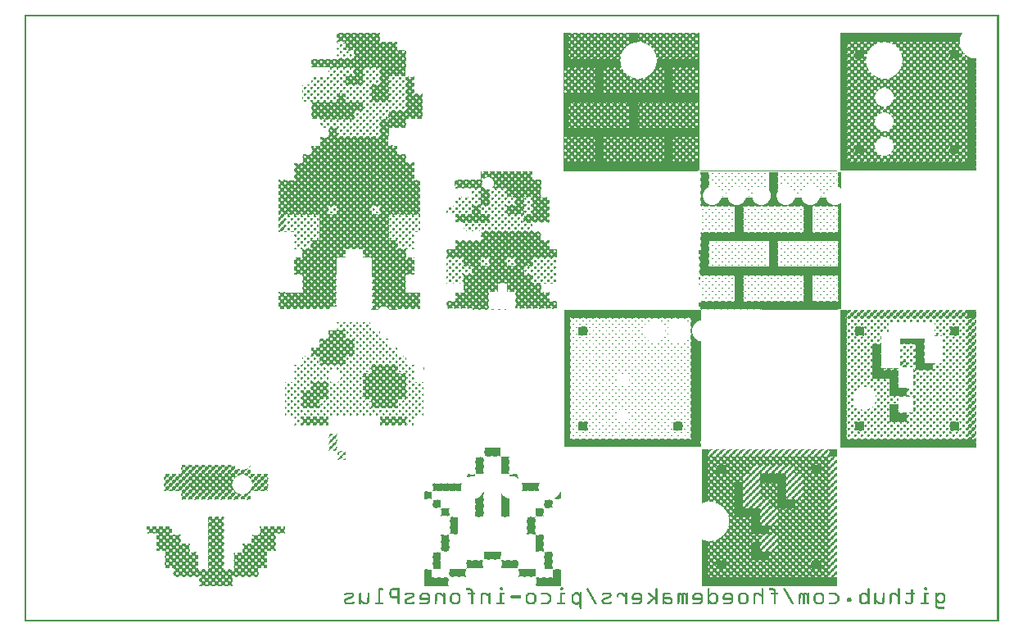
<source format=gbo>
G04 MADE WITH FRITZING*
G04 WWW.FRITZING.ORG*
G04 DOUBLE SIDED*
G04 HOLES PLATED*
G04 CONTOUR ON CENTER OF CONTOUR VECTOR*
%ASAXBY*%
%FSLAX23Y23*%
%MOIN*%
%OFA0B0*%
%SFA1.0B1.0*%
%ADD10R,0.001000X0.001000*%
%LNSILK0*%
G90*
G70*
G36*
X3792Y2359D02*
X3792Y2353D01*
X3775Y2353D01*
X3775Y2359D01*
X3792Y2359D01*
G37*
D02*
G36*
X3765Y2359D02*
X3765Y2353D01*
X3749Y2353D01*
X3749Y2359D01*
X3765Y2359D01*
G37*
D02*
G36*
X3739Y2359D02*
X3739Y2353D01*
X3722Y2353D01*
X3722Y2359D01*
X3739Y2359D01*
G37*
D02*
G36*
X3712Y2359D02*
X3712Y2353D01*
X3695Y2353D01*
X3695Y2359D01*
X3712Y2359D01*
G37*
D02*
G36*
X3685Y2359D02*
X3685Y2353D01*
X3669Y2353D01*
X3669Y2359D01*
X3685Y2359D01*
G37*
D02*
G36*
X3659Y2359D02*
X3659Y2353D01*
X3642Y2353D01*
X3642Y2359D01*
X3659Y2359D01*
G37*
D02*
G36*
X3632Y2359D02*
X3632Y2353D01*
X3615Y2353D01*
X3615Y2359D01*
X3632Y2359D01*
G37*
D02*
G36*
X3605Y2359D02*
X3605Y2353D01*
X3589Y2353D01*
X3589Y2359D01*
X3605Y2359D01*
G37*
D02*
G36*
X3579Y2359D02*
X3579Y2353D01*
X3562Y2353D01*
X3562Y2359D01*
X3579Y2359D01*
G37*
D02*
G36*
X3552Y2359D02*
X3552Y2353D01*
X3535Y2353D01*
X3535Y2359D01*
X3552Y2359D01*
G37*
D02*
G36*
X3472Y2359D02*
X3472Y2353D01*
X3455Y2353D01*
X3455Y2359D01*
X3472Y2359D01*
G37*
D02*
G36*
X3445Y2359D02*
X3445Y2353D01*
X3429Y2353D01*
X3429Y2359D01*
X3445Y2359D01*
G37*
D02*
G36*
X3419Y2359D02*
X3419Y2353D01*
X3402Y2353D01*
X3402Y2359D01*
X3419Y2359D01*
G37*
D02*
G36*
X3392Y2359D02*
X3392Y2353D01*
X3375Y2353D01*
X3375Y2359D01*
X3392Y2359D01*
G37*
D02*
G36*
X3805Y2349D02*
X3805Y2339D01*
X3789Y2339D01*
X3789Y2349D01*
X3805Y2349D01*
G37*
D02*
G36*
X3779Y2349D02*
X3779Y2339D01*
X3762Y2339D01*
X3762Y2349D01*
X3779Y2349D01*
G37*
D02*
G36*
X3752Y2349D02*
X3752Y2339D01*
X3735Y2339D01*
X3735Y2349D01*
X3752Y2349D01*
G37*
D02*
G36*
X3725Y2349D02*
X3725Y2339D01*
X3709Y2339D01*
X3709Y2349D01*
X3725Y2349D01*
G37*
D02*
G36*
X3699Y2349D02*
X3699Y2339D01*
X3682Y2339D01*
X3682Y2349D01*
X3699Y2349D01*
G37*
D02*
G36*
X3672Y2349D02*
X3672Y2339D01*
X3655Y2339D01*
X3655Y2349D01*
X3672Y2349D01*
G37*
D02*
G36*
X3645Y2349D02*
X3645Y2339D01*
X3629Y2339D01*
X3629Y2349D01*
X3645Y2349D01*
G37*
D02*
G36*
X3619Y2349D02*
X3619Y2339D01*
X3602Y2339D01*
X3602Y2349D01*
X3619Y2349D01*
G37*
D02*
G36*
X3592Y2349D02*
X3592Y2339D01*
X3575Y2339D01*
X3575Y2349D01*
X3592Y2349D01*
G37*
D02*
G36*
X3565Y2349D02*
X3565Y2339D01*
X3549Y2339D01*
X3549Y2349D01*
X3565Y2349D01*
G37*
D02*
G36*
X3432Y2349D02*
X3432Y2339D01*
X3415Y2339D01*
X3415Y2349D01*
X3432Y2349D01*
G37*
D02*
G36*
X3405Y2349D02*
X3405Y2339D01*
X3389Y2339D01*
X3389Y2349D01*
X3405Y2349D01*
G37*
D02*
G36*
X3379Y2349D02*
X3379Y2339D01*
X3362Y2339D01*
X3362Y2349D01*
X3379Y2349D01*
G37*
D02*
G36*
X3352Y2349D02*
X3352Y2339D01*
X3349Y2339D01*
X3349Y2336D01*
X3322Y2336D01*
X3322Y2349D01*
X3352Y2349D01*
G37*
D02*
G36*
X3792Y2336D02*
X3792Y2326D01*
X3775Y2326D01*
X3775Y2336D01*
X3792Y2336D01*
G37*
D02*
G36*
X3765Y2336D02*
X3765Y2326D01*
X3749Y2326D01*
X3749Y2333D01*
X3745Y2333D01*
X3745Y2336D01*
X3765Y2336D01*
G37*
D02*
G36*
X3739Y2336D02*
X3739Y2326D01*
X3722Y2326D01*
X3722Y2336D01*
X3739Y2336D01*
G37*
D02*
G36*
X3712Y2336D02*
X3712Y2326D01*
X3695Y2326D01*
X3695Y2336D01*
X3712Y2336D01*
G37*
D02*
G36*
X3685Y2336D02*
X3685Y2326D01*
X3669Y2326D01*
X3669Y2336D01*
X3685Y2336D01*
G37*
D02*
G36*
X3659Y2336D02*
X3659Y2326D01*
X3642Y2326D01*
X3642Y2336D01*
X3659Y2336D01*
G37*
D02*
G36*
X3632Y2336D02*
X3632Y2326D01*
X3615Y2326D01*
X3615Y2336D01*
X3632Y2336D01*
G37*
D02*
G36*
X3605Y2336D02*
X3605Y2326D01*
X3589Y2326D01*
X3589Y2333D01*
X3585Y2333D01*
X3585Y2336D01*
X3605Y2336D01*
G37*
D02*
G36*
X3579Y2336D02*
X3579Y2326D01*
X3562Y2326D01*
X3562Y2336D01*
X3579Y2336D01*
G37*
D02*
G36*
X3419Y2336D02*
X3419Y2326D01*
X3402Y2326D01*
X3402Y2336D01*
X3419Y2336D01*
G37*
D02*
G36*
X3392Y2336D02*
X3392Y2326D01*
X3375Y2326D01*
X3375Y2333D01*
X3372Y2333D01*
X3372Y2336D01*
X3392Y2336D01*
G37*
D02*
G36*
X3365Y2336D02*
X3365Y2333D01*
X3322Y2333D01*
X3322Y2336D01*
X3365Y2336D01*
G37*
D02*
G36*
X3365Y2336D02*
X3365Y2333D01*
X3322Y2333D01*
X3322Y2336D01*
X3365Y2336D01*
G37*
D02*
G36*
X3365Y2333D02*
X3365Y2326D01*
X3322Y2326D01*
X3322Y2333D01*
X3365Y2333D01*
G37*
D02*
G36*
X3805Y2323D02*
X3805Y2313D01*
X3762Y2313D01*
X3762Y2323D01*
X3805Y2323D01*
G37*
D02*
G36*
X3752Y2323D02*
X3752Y2313D01*
X3735Y2313D01*
X3735Y2323D01*
X3752Y2323D01*
G37*
D02*
G36*
X3725Y2323D02*
X3725Y2313D01*
X3709Y2313D01*
X3709Y2323D01*
X3725Y2323D01*
G37*
D02*
G36*
X3699Y2323D02*
X3699Y2313D01*
X3682Y2313D01*
X3682Y2323D01*
X3699Y2323D01*
G37*
D02*
G36*
X3672Y2323D02*
X3672Y2313D01*
X3655Y2313D01*
X3655Y2323D01*
X3672Y2323D01*
G37*
D02*
G36*
X3645Y2323D02*
X3645Y2313D01*
X3629Y2313D01*
X3629Y2323D01*
X3645Y2323D01*
G37*
D02*
G36*
X3619Y2323D02*
X3619Y2313D01*
X3602Y2313D01*
X3602Y2323D01*
X3619Y2323D01*
G37*
D02*
G36*
X3592Y2323D02*
X3592Y2313D01*
X3575Y2313D01*
X3575Y2323D01*
X3592Y2323D01*
G37*
D02*
G36*
X3432Y2323D02*
X3432Y2313D01*
X3382Y2313D01*
X3382Y2323D01*
X3432Y2323D01*
G37*
D02*
G36*
X3379Y2323D02*
X3379Y2313D01*
X3362Y2313D01*
X3362Y2323D01*
X3379Y2323D01*
G37*
D02*
G36*
X3352Y2323D02*
X3352Y2313D01*
X3349Y2313D01*
X3349Y2309D01*
X3322Y2309D01*
X3322Y2323D01*
X3352Y2323D01*
G37*
D02*
G36*
X3375Y2313D02*
X3375Y2309D01*
X3352Y2309D01*
X3352Y2313D01*
X3375Y2313D01*
G37*
D02*
G36*
X3819Y2309D02*
X3819Y2299D01*
X3815Y2299D01*
X3815Y2296D01*
X3765Y2296D01*
X3765Y2299D01*
X3769Y2299D01*
X3769Y2309D01*
X3819Y2309D01*
G37*
D02*
G36*
X3765Y2309D02*
X3765Y2303D01*
X3762Y2303D01*
X3762Y2299D01*
X3749Y2299D01*
X3749Y2309D01*
X3765Y2309D01*
G37*
D02*
G36*
X3739Y2309D02*
X3739Y2299D01*
X3722Y2299D01*
X3722Y2309D01*
X3739Y2309D01*
G37*
D02*
G36*
X3712Y2309D02*
X3712Y2299D01*
X3695Y2299D01*
X3695Y2309D01*
X3712Y2309D01*
G37*
D02*
G36*
X3685Y2309D02*
X3685Y2299D01*
X3669Y2299D01*
X3669Y2309D01*
X3685Y2309D01*
G37*
D02*
G36*
X3659Y2309D02*
X3659Y2299D01*
X3642Y2299D01*
X3642Y2309D01*
X3659Y2309D01*
G37*
D02*
G36*
X3632Y2309D02*
X3632Y2299D01*
X3615Y2299D01*
X3615Y2309D01*
X3632Y2309D01*
G37*
D02*
G36*
X3605Y2309D02*
X3605Y2299D01*
X3589Y2299D01*
X3589Y2309D01*
X3605Y2309D01*
G37*
D02*
G36*
X3419Y2309D02*
X3419Y2299D01*
X3375Y2299D01*
X3375Y2309D01*
X3419Y2309D01*
G37*
D02*
G36*
X3365Y2309D02*
X3365Y2306D01*
X3322Y2306D01*
X3322Y2309D01*
X3365Y2309D01*
G37*
D02*
G36*
X3365Y2309D02*
X3365Y2306D01*
X3322Y2306D01*
X3322Y2309D01*
X3365Y2309D01*
G37*
D02*
G36*
X3365Y2306D02*
X3365Y2299D01*
X3322Y2299D01*
X3322Y2306D01*
X3365Y2306D01*
G37*
D02*
G36*
X3762Y2299D02*
X3762Y2296D01*
X3605Y2296D01*
X3605Y2299D01*
X3762Y2299D01*
G37*
D02*
G36*
X3762Y2299D02*
X3762Y2296D01*
X3605Y2296D01*
X3605Y2299D01*
X3762Y2299D01*
G37*
D02*
G36*
X3762Y2299D02*
X3762Y2296D01*
X3605Y2296D01*
X3605Y2299D01*
X3762Y2299D01*
G37*
D02*
G36*
X3762Y2299D02*
X3762Y2296D01*
X3605Y2296D01*
X3605Y2299D01*
X3762Y2299D01*
G37*
D02*
G36*
X3762Y2299D02*
X3762Y2296D01*
X3605Y2296D01*
X3605Y2299D01*
X3762Y2299D01*
G37*
D02*
G36*
X3762Y2299D02*
X3762Y2296D01*
X3605Y2296D01*
X3605Y2299D01*
X3762Y2299D01*
G37*
D02*
G36*
X3832Y2296D02*
X3832Y2286D01*
X3815Y2286D01*
X3815Y2296D01*
X3832Y2296D01*
G37*
D02*
G36*
X3805Y2296D02*
X3805Y2293D01*
X3782Y2293D01*
X3782Y2289D01*
X3779Y2289D01*
X3779Y2286D01*
X3762Y2286D01*
X3762Y2296D01*
X3805Y2296D01*
G37*
D02*
G36*
X3752Y2296D02*
X3752Y2286D01*
X3735Y2286D01*
X3735Y2296D01*
X3752Y2296D01*
G37*
D02*
G36*
X3725Y2296D02*
X3725Y2286D01*
X3709Y2286D01*
X3709Y2296D01*
X3725Y2296D01*
G37*
D02*
G36*
X3699Y2296D02*
X3699Y2286D01*
X3682Y2286D01*
X3682Y2296D01*
X3699Y2296D01*
G37*
D02*
G36*
X3672Y2296D02*
X3672Y2286D01*
X3655Y2286D01*
X3655Y2296D01*
X3672Y2296D01*
G37*
D02*
G36*
X3645Y2296D02*
X3645Y2286D01*
X3629Y2286D01*
X3629Y2296D01*
X3645Y2296D01*
G37*
D02*
G36*
X3619Y2296D02*
X3619Y2286D01*
X3602Y2286D01*
X3602Y2296D01*
X3619Y2296D01*
G37*
D02*
G36*
X3592Y2296D02*
X3592Y2286D01*
X3575Y2286D01*
X3575Y2296D01*
X3592Y2296D01*
G37*
D02*
G36*
X3379Y2296D02*
X3379Y2286D01*
X3362Y2286D01*
X3362Y2296D01*
X3379Y2296D01*
G37*
D02*
G36*
X3352Y2296D02*
X3352Y2286D01*
X3349Y2286D01*
X3349Y2283D01*
X3322Y2283D01*
X3322Y2296D01*
X3352Y2296D01*
G37*
D02*
G36*
X3805Y2293D02*
X3805Y2286D01*
X3789Y2286D01*
X3789Y2289D01*
X3785Y2289D01*
X3785Y2293D01*
X3805Y2293D01*
G37*
D02*
G36*
X3875Y2283D02*
X3875Y2279D01*
X3872Y2279D01*
X3872Y2276D01*
X3875Y2276D01*
X3875Y2273D01*
X3829Y2273D01*
X3829Y2283D01*
X3875Y2283D01*
G37*
D02*
G36*
X3819Y2283D02*
X3819Y2273D01*
X3802Y2273D01*
X3802Y2279D01*
X3799Y2279D01*
X3799Y2283D01*
X3819Y2283D01*
G37*
D02*
G36*
X3792Y2283D02*
X3792Y2273D01*
X3775Y2273D01*
X3775Y2283D01*
X3792Y2283D01*
G37*
D02*
G36*
X3765Y2283D02*
X3765Y2273D01*
X3749Y2273D01*
X3749Y2279D01*
X3745Y2279D01*
X3745Y2283D01*
X3765Y2283D01*
G37*
D02*
G36*
X3739Y2283D02*
X3739Y2273D01*
X3722Y2273D01*
X3722Y2283D01*
X3739Y2283D01*
G37*
D02*
G36*
X3712Y2283D02*
X3712Y2273D01*
X3695Y2273D01*
X3695Y2279D01*
X3692Y2279D01*
X3692Y2283D01*
X3712Y2283D01*
G37*
D02*
G36*
X3685Y2283D02*
X3685Y2273D01*
X3669Y2273D01*
X3669Y2283D01*
X3685Y2283D01*
G37*
D02*
G36*
X3659Y2283D02*
X3659Y2273D01*
X3642Y2273D01*
X3642Y2283D01*
X3659Y2283D01*
G37*
D02*
G36*
X3632Y2283D02*
X3632Y2273D01*
X3615Y2273D01*
X3615Y2283D01*
X3632Y2283D01*
G37*
D02*
G36*
X3605Y2283D02*
X3605Y2273D01*
X3589Y2273D01*
X3589Y2279D01*
X3585Y2279D01*
X3585Y2283D01*
X3605Y2283D01*
G37*
D02*
G36*
X3419Y2283D02*
X3419Y2273D01*
X3402Y2273D01*
X3402Y2283D01*
X3419Y2283D01*
G37*
D02*
G36*
X3392Y2283D02*
X3392Y2273D01*
X3375Y2273D01*
X3375Y2283D01*
X3392Y2283D01*
G37*
D02*
G36*
X3365Y2283D02*
X3365Y2279D01*
X3322Y2279D01*
X3322Y2283D01*
X3365Y2283D01*
G37*
D02*
G36*
X3365Y2283D02*
X3365Y2279D01*
X3322Y2279D01*
X3322Y2283D01*
X3365Y2283D01*
G37*
D02*
G36*
X3365Y2279D02*
X3365Y2273D01*
X3322Y2273D01*
X3322Y2279D01*
X3365Y2279D01*
G37*
D02*
G36*
X3875Y2269D02*
X3875Y2259D01*
X3839Y2259D01*
X3839Y2269D01*
X3875Y2269D01*
G37*
D02*
G36*
X3832Y2269D02*
X3832Y2259D01*
X3815Y2259D01*
X3815Y2269D01*
X3832Y2269D01*
G37*
D02*
G36*
X3805Y2269D02*
X3805Y2259D01*
X3789Y2259D01*
X3789Y2269D01*
X3805Y2269D01*
G37*
D02*
G36*
X3779Y2269D02*
X3779Y2259D01*
X3762Y2259D01*
X3762Y2269D01*
X3779Y2269D01*
G37*
D02*
G36*
X3752Y2269D02*
X3752Y2259D01*
X3735Y2259D01*
X3735Y2269D01*
X3752Y2269D01*
G37*
D02*
G36*
X3725Y2269D02*
X3725Y2259D01*
X3709Y2259D01*
X3709Y2269D01*
X3725Y2269D01*
G37*
D02*
G36*
X3699Y2269D02*
X3699Y2259D01*
X3682Y2259D01*
X3682Y2269D01*
X3699Y2269D01*
G37*
D02*
G36*
X3672Y2269D02*
X3672Y2259D01*
X3655Y2259D01*
X3655Y2269D01*
X3672Y2269D01*
G37*
D02*
G36*
X3645Y2269D02*
X3645Y2259D01*
X3629Y2259D01*
X3629Y2269D01*
X3645Y2269D01*
G37*
D02*
G36*
X3619Y2269D02*
X3619Y2259D01*
X3602Y2259D01*
X3602Y2269D01*
X3619Y2269D01*
G37*
D02*
G36*
X3592Y2269D02*
X3592Y2259D01*
X3575Y2259D01*
X3575Y2269D01*
X3592Y2269D01*
G37*
D02*
G36*
X3405Y2269D02*
X3405Y2259D01*
X3389Y2259D01*
X3389Y2269D01*
X3405Y2269D01*
G37*
D02*
G36*
X3379Y2269D02*
X3379Y2259D01*
X3362Y2259D01*
X3362Y2269D01*
X3379Y2269D01*
G37*
D02*
G36*
X3352Y2269D02*
X3352Y2259D01*
X3349Y2259D01*
X3349Y2256D01*
X3322Y2256D01*
X3322Y2269D01*
X3352Y2269D01*
G37*
D02*
G36*
X3875Y2256D02*
X3875Y2253D01*
X3872Y2253D01*
X3872Y2249D01*
X3875Y2249D01*
X3875Y2246D01*
X3829Y2246D01*
X3829Y2256D01*
X3875Y2256D01*
G37*
D02*
G36*
X3819Y2256D02*
X3819Y2246D01*
X3802Y2246D01*
X3802Y2256D01*
X3819Y2256D01*
G37*
D02*
G36*
X3792Y2256D02*
X3792Y2246D01*
X3775Y2246D01*
X3775Y2256D01*
X3792Y2256D01*
G37*
D02*
G36*
X3765Y2256D02*
X3765Y2246D01*
X3749Y2246D01*
X3749Y2256D01*
X3765Y2256D01*
G37*
D02*
G36*
X3739Y2256D02*
X3739Y2246D01*
X3722Y2246D01*
X3722Y2256D01*
X3739Y2256D01*
G37*
D02*
G36*
X3712Y2256D02*
X3712Y2246D01*
X3695Y2246D01*
X3695Y2256D01*
X3712Y2256D01*
G37*
D02*
G36*
X3685Y2256D02*
X3685Y2246D01*
X3669Y2246D01*
X3669Y2256D01*
X3685Y2256D01*
G37*
D02*
G36*
X3659Y2256D02*
X3659Y2246D01*
X3642Y2246D01*
X3642Y2256D01*
X3659Y2256D01*
G37*
D02*
G36*
X3632Y2256D02*
X3632Y2246D01*
X3615Y2246D01*
X3615Y2256D01*
X3632Y2256D01*
G37*
D02*
G36*
X3605Y2256D02*
X3605Y2246D01*
X3589Y2246D01*
X3589Y2256D01*
X3605Y2256D01*
G37*
D02*
G36*
X3419Y2256D02*
X3419Y2246D01*
X3402Y2246D01*
X3402Y2256D01*
X3419Y2256D01*
G37*
D02*
G36*
X3392Y2256D02*
X3392Y2246D01*
X3375Y2246D01*
X3375Y2256D01*
X3392Y2256D01*
G37*
D02*
G36*
X3365Y2256D02*
X3365Y2253D01*
X3322Y2253D01*
X3322Y2256D01*
X3365Y2256D01*
G37*
D02*
G36*
X3365Y2256D02*
X3365Y2253D01*
X3322Y2253D01*
X3322Y2256D01*
X3365Y2256D01*
G37*
D02*
G36*
X3365Y2253D02*
X3365Y2246D01*
X3322Y2246D01*
X3322Y2253D01*
X3365Y2253D01*
G37*
D02*
G36*
X3875Y2246D02*
X3875Y2243D01*
X3765Y2243D01*
X3765Y2246D01*
X3875Y2246D01*
G37*
D02*
G36*
X3875Y2246D02*
X3875Y2243D01*
X3765Y2243D01*
X3765Y2246D01*
X3875Y2246D01*
G37*
D02*
G36*
X3875Y2246D02*
X3875Y2243D01*
X3765Y2243D01*
X3765Y2246D01*
X3875Y2246D01*
G37*
D02*
G36*
X3875Y2243D02*
X3875Y2233D01*
X3839Y2233D01*
X3839Y2243D01*
X3875Y2243D01*
G37*
D02*
G36*
X3832Y2243D02*
X3832Y2233D01*
X3815Y2233D01*
X3815Y2243D01*
X3832Y2243D01*
G37*
D02*
G36*
X3805Y2243D02*
X3805Y2233D01*
X3789Y2233D01*
X3789Y2243D01*
X3805Y2243D01*
G37*
D02*
G36*
X3779Y2243D02*
X3779Y2233D01*
X3762Y2233D01*
X3762Y2243D01*
X3779Y2243D01*
G37*
D02*
G36*
X3752Y2243D02*
X3752Y2233D01*
X3735Y2233D01*
X3735Y2243D01*
X3752Y2243D01*
G37*
D02*
G36*
X3725Y2243D02*
X3725Y2233D01*
X3709Y2233D01*
X3709Y2243D01*
X3725Y2243D01*
G37*
D02*
G36*
X3699Y2243D02*
X3699Y2233D01*
X3682Y2233D01*
X3682Y2243D01*
X3699Y2243D01*
G37*
D02*
G36*
X3672Y2243D02*
X3672Y2233D01*
X3655Y2233D01*
X3655Y2243D01*
X3672Y2243D01*
G37*
D02*
G36*
X3645Y2243D02*
X3645Y2233D01*
X3629Y2233D01*
X3629Y2243D01*
X3645Y2243D01*
G37*
D02*
G36*
X3619Y2243D02*
X3619Y2233D01*
X3602Y2233D01*
X3602Y2243D01*
X3619Y2243D01*
G37*
D02*
G36*
X3592Y2243D02*
X3592Y2233D01*
X3575Y2233D01*
X3575Y2243D01*
X3592Y2243D01*
G37*
D02*
G36*
X3432Y2243D02*
X3432Y2233D01*
X3415Y2233D01*
X3415Y2243D01*
X3432Y2243D01*
G37*
D02*
G36*
X3405Y2243D02*
X3405Y2233D01*
X3389Y2233D01*
X3389Y2243D01*
X3405Y2243D01*
G37*
D02*
G36*
X3379Y2243D02*
X3379Y2233D01*
X3362Y2233D01*
X3362Y2243D01*
X3379Y2243D01*
G37*
D02*
G36*
X3352Y2243D02*
X3352Y2233D01*
X3349Y2233D01*
X3349Y2229D01*
X3322Y2229D01*
X3322Y2243D01*
X3352Y2243D01*
G37*
D02*
G36*
X3875Y2229D02*
X3875Y2226D01*
X3872Y2226D01*
X3872Y2223D01*
X3875Y2223D01*
X3875Y2219D01*
X3829Y2219D01*
X3829Y2229D01*
X3875Y2229D01*
G37*
D02*
G36*
X3819Y2229D02*
X3819Y2219D01*
X3802Y2219D01*
X3802Y2226D01*
X3799Y2226D01*
X3799Y2229D01*
X3819Y2229D01*
G37*
D02*
G36*
X3792Y2229D02*
X3792Y2219D01*
X3775Y2219D01*
X3775Y2229D01*
X3792Y2229D01*
G37*
D02*
G36*
X3765Y2229D02*
X3765Y2219D01*
X3749Y2219D01*
X3749Y2229D01*
X3765Y2229D01*
G37*
D02*
G36*
X3739Y2229D02*
X3739Y2219D01*
X3722Y2219D01*
X3722Y2229D01*
X3739Y2229D01*
G37*
D02*
G36*
X3712Y2229D02*
X3712Y2219D01*
X3695Y2219D01*
X3695Y2229D01*
X3712Y2229D01*
G37*
D02*
G36*
X3685Y2229D02*
X3685Y2219D01*
X3669Y2219D01*
X3669Y2229D01*
X3685Y2229D01*
G37*
D02*
G36*
X3659Y2229D02*
X3659Y2219D01*
X3642Y2219D01*
X3642Y2226D01*
X3639Y2226D01*
X3639Y2229D01*
X3659Y2229D01*
G37*
D02*
G36*
X3632Y2229D02*
X3632Y2219D01*
X3615Y2219D01*
X3615Y2229D01*
X3632Y2229D01*
G37*
D02*
G36*
X3605Y2229D02*
X3605Y2219D01*
X3589Y2219D01*
X3589Y2229D01*
X3605Y2229D01*
G37*
D02*
G36*
X3579Y2229D02*
X3579Y2219D01*
X3562Y2219D01*
X3562Y2229D01*
X3579Y2229D01*
G37*
D02*
G36*
X3445Y2229D02*
X3445Y2219D01*
X3429Y2219D01*
X3429Y2226D01*
X3425Y2226D01*
X3425Y2229D01*
X3445Y2229D01*
G37*
D02*
G36*
X3419Y2229D02*
X3419Y2219D01*
X3402Y2219D01*
X3402Y2229D01*
X3419Y2229D01*
G37*
D02*
G36*
X3392Y2229D02*
X3392Y2219D01*
X3375Y2219D01*
X3375Y2226D01*
X3372Y2226D01*
X3372Y2229D01*
X3392Y2229D01*
G37*
D02*
G36*
X3365Y2229D02*
X3365Y2226D01*
X3322Y2226D01*
X3322Y2229D01*
X3365Y2229D01*
G37*
D02*
G36*
X3365Y2229D02*
X3365Y2226D01*
X3322Y2226D01*
X3322Y2229D01*
X3365Y2229D01*
G37*
D02*
G36*
X3365Y2226D02*
X3365Y2219D01*
X3322Y2219D01*
X3322Y2226D01*
X3365Y2226D01*
G37*
D02*
G36*
X3875Y2216D02*
X3875Y2206D01*
X3839Y2206D01*
X3839Y2216D01*
X3875Y2216D01*
G37*
D02*
G36*
X3832Y2216D02*
X3832Y2206D01*
X3815Y2206D01*
X3815Y2216D01*
X3832Y2216D01*
G37*
D02*
G36*
X3805Y2216D02*
X3805Y2206D01*
X3789Y2206D01*
X3789Y2216D01*
X3805Y2216D01*
G37*
D02*
G36*
X3779Y2216D02*
X3779Y2206D01*
X3762Y2206D01*
X3762Y2216D01*
X3779Y2216D01*
G37*
D02*
G36*
X3752Y2216D02*
X3752Y2206D01*
X3735Y2206D01*
X3735Y2216D01*
X3752Y2216D01*
G37*
D02*
G36*
X3725Y2216D02*
X3725Y2206D01*
X3709Y2206D01*
X3709Y2216D01*
X3725Y2216D01*
G37*
D02*
G36*
X3699Y2216D02*
X3699Y2206D01*
X3682Y2206D01*
X3682Y2216D01*
X3699Y2216D01*
G37*
D02*
G36*
X3672Y2216D02*
X3672Y2206D01*
X3655Y2206D01*
X3655Y2216D01*
X3672Y2216D01*
G37*
D02*
G36*
X3645Y2216D02*
X3645Y2206D01*
X3629Y2206D01*
X3629Y2216D01*
X3645Y2216D01*
G37*
D02*
G36*
X3619Y2216D02*
X3619Y2206D01*
X3602Y2206D01*
X3602Y2216D01*
X3619Y2216D01*
G37*
D02*
G36*
X3592Y2216D02*
X3592Y2206D01*
X3575Y2206D01*
X3575Y2216D01*
X3592Y2216D01*
G37*
D02*
G36*
X3565Y2216D02*
X3565Y2206D01*
X3549Y2206D01*
X3549Y2216D01*
X3565Y2216D01*
G37*
D02*
G36*
X3459Y2216D02*
X3459Y2206D01*
X3442Y2206D01*
X3442Y2216D01*
X3459Y2216D01*
G37*
D02*
G36*
X3432Y2216D02*
X3432Y2206D01*
X3415Y2206D01*
X3415Y2216D01*
X3432Y2216D01*
G37*
D02*
G36*
X3405Y2216D02*
X3405Y2206D01*
X3389Y2206D01*
X3389Y2216D01*
X3405Y2216D01*
G37*
D02*
G36*
X3379Y2216D02*
X3379Y2206D01*
X3362Y2206D01*
X3362Y2216D01*
X3379Y2216D01*
G37*
D02*
G36*
X3352Y2216D02*
X3352Y2206D01*
X3349Y2206D01*
X3349Y2203D01*
X3322Y2203D01*
X3322Y2216D01*
X3352Y2216D01*
G37*
D02*
G36*
X3875Y2206D02*
X3875Y2203D01*
X3352Y2203D01*
X3352Y2206D01*
X3875Y2206D01*
G37*
D02*
G36*
X3875Y2206D02*
X3875Y2203D01*
X3352Y2203D01*
X3352Y2206D01*
X3875Y2206D01*
G37*
D02*
G36*
X3875Y2206D02*
X3875Y2203D01*
X3352Y2203D01*
X3352Y2206D01*
X3875Y2206D01*
G37*
D02*
G36*
X3875Y2206D02*
X3875Y2203D01*
X3352Y2203D01*
X3352Y2206D01*
X3875Y2206D01*
G37*
D02*
G36*
X3875Y2206D02*
X3875Y2203D01*
X3352Y2203D01*
X3352Y2206D01*
X3875Y2206D01*
G37*
D02*
G36*
X3875Y2206D02*
X3875Y2203D01*
X3352Y2203D01*
X3352Y2206D01*
X3875Y2206D01*
G37*
D02*
G36*
X3875Y2206D02*
X3875Y2203D01*
X3352Y2203D01*
X3352Y2206D01*
X3875Y2206D01*
G37*
D02*
G36*
X3875Y2206D02*
X3875Y2203D01*
X3352Y2203D01*
X3352Y2206D01*
X3875Y2206D01*
G37*
D02*
G36*
X3875Y2206D02*
X3875Y2203D01*
X3352Y2203D01*
X3352Y2206D01*
X3875Y2206D01*
G37*
D02*
G36*
X3875Y2206D02*
X3875Y2203D01*
X3352Y2203D01*
X3352Y2206D01*
X3875Y2206D01*
G37*
D02*
G36*
X3875Y2206D02*
X3875Y2203D01*
X3352Y2203D01*
X3352Y2206D01*
X3875Y2206D01*
G37*
D02*
G36*
X3875Y2206D02*
X3875Y2203D01*
X3352Y2203D01*
X3352Y2206D01*
X3875Y2206D01*
G37*
D02*
G36*
X3875Y2206D02*
X3875Y2203D01*
X3352Y2203D01*
X3352Y2206D01*
X3875Y2206D01*
G37*
D02*
G36*
X3875Y2206D02*
X3875Y2203D01*
X3352Y2203D01*
X3352Y2206D01*
X3875Y2206D01*
G37*
D02*
G36*
X3875Y2206D02*
X3875Y2203D01*
X3352Y2203D01*
X3352Y2206D01*
X3875Y2206D01*
G37*
D02*
G36*
X3875Y2206D02*
X3875Y2203D01*
X3352Y2203D01*
X3352Y2206D01*
X3875Y2206D01*
G37*
D02*
G36*
X3875Y2206D02*
X3875Y2203D01*
X3352Y2203D01*
X3352Y2206D01*
X3875Y2206D01*
G37*
D02*
G36*
X3875Y2206D02*
X3875Y2203D01*
X3352Y2203D01*
X3352Y2206D01*
X3875Y2206D01*
G37*
D02*
G36*
X3875Y2206D02*
X3875Y2203D01*
X3352Y2203D01*
X3352Y2206D01*
X3875Y2206D01*
G37*
D02*
G36*
X3875Y2203D02*
X3875Y2199D01*
X3872Y2199D01*
X3872Y2196D01*
X3875Y2196D01*
X3875Y2193D01*
X3829Y2193D01*
X3829Y2203D01*
X3875Y2203D01*
G37*
D02*
G36*
X3819Y2203D02*
X3819Y2193D01*
X3802Y2193D01*
X3802Y2203D01*
X3819Y2203D01*
G37*
D02*
G36*
X3792Y2203D02*
X3792Y2193D01*
X3775Y2193D01*
X3775Y2203D01*
X3792Y2203D01*
G37*
D02*
G36*
X3765Y2203D02*
X3765Y2193D01*
X3749Y2193D01*
X3749Y2203D01*
X3765Y2203D01*
G37*
D02*
G36*
X3739Y2203D02*
X3739Y2193D01*
X3722Y2193D01*
X3722Y2203D01*
X3739Y2203D01*
G37*
D02*
G36*
X3712Y2203D02*
X3712Y2193D01*
X3695Y2193D01*
X3695Y2203D01*
X3712Y2203D01*
G37*
D02*
G36*
X3685Y2203D02*
X3685Y2193D01*
X3669Y2193D01*
X3669Y2203D01*
X3685Y2203D01*
G37*
D02*
G36*
X3659Y2203D02*
X3659Y2193D01*
X3642Y2193D01*
X3642Y2203D01*
X3659Y2203D01*
G37*
D02*
G36*
X3632Y2203D02*
X3632Y2193D01*
X3615Y2193D01*
X3615Y2203D01*
X3632Y2203D01*
G37*
D02*
G36*
X3605Y2203D02*
X3605Y2193D01*
X3589Y2193D01*
X3589Y2203D01*
X3605Y2203D01*
G37*
D02*
G36*
X3579Y2203D02*
X3579Y2193D01*
X3562Y2193D01*
X3562Y2203D01*
X3579Y2203D01*
G37*
D02*
G36*
X3552Y2203D02*
X3552Y2193D01*
X3535Y2193D01*
X3535Y2203D01*
X3552Y2203D01*
G37*
D02*
G36*
X3525Y2203D02*
X3525Y2193D01*
X3509Y2193D01*
X3509Y2203D01*
X3525Y2203D01*
G37*
D02*
G36*
X3499Y2203D02*
X3499Y2193D01*
X3482Y2193D01*
X3482Y2203D01*
X3499Y2203D01*
G37*
D02*
G36*
X3472Y2203D02*
X3472Y2193D01*
X3455Y2193D01*
X3455Y2203D01*
X3472Y2203D01*
G37*
D02*
G36*
X3445Y2203D02*
X3445Y2193D01*
X3429Y2193D01*
X3429Y2203D01*
X3445Y2203D01*
G37*
D02*
G36*
X3419Y2203D02*
X3419Y2193D01*
X3402Y2193D01*
X3402Y2203D01*
X3419Y2203D01*
G37*
D02*
G36*
X3392Y2203D02*
X3392Y2193D01*
X3375Y2193D01*
X3375Y2203D01*
X3392Y2203D01*
G37*
D02*
G36*
X3365Y2203D02*
X3365Y2199D01*
X3322Y2199D01*
X3322Y2203D01*
X3365Y2203D01*
G37*
D02*
G36*
X3365Y2203D02*
X3365Y2199D01*
X3322Y2199D01*
X3322Y2203D01*
X3365Y2203D01*
G37*
D02*
G36*
X3365Y2199D02*
X3365Y2193D01*
X3322Y2193D01*
X3322Y2199D01*
X3365Y2199D01*
G37*
D02*
G36*
X3875Y2193D02*
X3875Y2189D01*
X3392Y2189D01*
X3392Y2193D01*
X3875Y2193D01*
G37*
D02*
G36*
X3875Y2193D02*
X3875Y2189D01*
X3392Y2189D01*
X3392Y2193D01*
X3875Y2193D01*
G37*
D02*
G36*
X3875Y2193D02*
X3875Y2189D01*
X3392Y2189D01*
X3392Y2193D01*
X3875Y2193D01*
G37*
D02*
G36*
X3875Y2193D02*
X3875Y2189D01*
X3392Y2189D01*
X3392Y2193D01*
X3875Y2193D01*
G37*
D02*
G36*
X3875Y2193D02*
X3875Y2189D01*
X3392Y2189D01*
X3392Y2193D01*
X3875Y2193D01*
G37*
D02*
G36*
X3875Y2193D02*
X3875Y2189D01*
X3392Y2189D01*
X3392Y2193D01*
X3875Y2193D01*
G37*
D02*
G36*
X3875Y2193D02*
X3875Y2189D01*
X3392Y2189D01*
X3392Y2193D01*
X3875Y2193D01*
G37*
D02*
G36*
X3875Y2193D02*
X3875Y2189D01*
X3392Y2189D01*
X3392Y2193D01*
X3875Y2193D01*
G37*
D02*
G36*
X3875Y2193D02*
X3875Y2189D01*
X3392Y2189D01*
X3392Y2193D01*
X3875Y2193D01*
G37*
D02*
G36*
X3875Y2193D02*
X3875Y2189D01*
X3392Y2189D01*
X3392Y2193D01*
X3875Y2193D01*
G37*
D02*
G36*
X3875Y2193D02*
X3875Y2189D01*
X3392Y2189D01*
X3392Y2193D01*
X3875Y2193D01*
G37*
D02*
G36*
X3875Y2193D02*
X3875Y2189D01*
X3392Y2189D01*
X3392Y2193D01*
X3875Y2193D01*
G37*
D02*
G36*
X3875Y2193D02*
X3875Y2189D01*
X3392Y2189D01*
X3392Y2193D01*
X3875Y2193D01*
G37*
D02*
G36*
X3875Y2193D02*
X3875Y2189D01*
X3392Y2189D01*
X3392Y2193D01*
X3875Y2193D01*
G37*
D02*
G36*
X3875Y2193D02*
X3875Y2189D01*
X3392Y2189D01*
X3392Y2193D01*
X3875Y2193D01*
G37*
D02*
G36*
X3875Y2193D02*
X3875Y2189D01*
X3392Y2189D01*
X3392Y2193D01*
X3875Y2193D01*
G37*
D02*
G36*
X3875Y2193D02*
X3875Y2189D01*
X3392Y2189D01*
X3392Y2193D01*
X3875Y2193D01*
G37*
D02*
G36*
X3389Y2193D02*
X3389Y2189D01*
X3322Y2189D01*
X3322Y2193D01*
X3389Y2193D01*
G37*
D02*
G36*
X3389Y2193D02*
X3389Y2189D01*
X3322Y2189D01*
X3322Y2193D01*
X3389Y2193D01*
G37*
D02*
G36*
X3875Y2189D02*
X3875Y2179D01*
X3839Y2179D01*
X3839Y2189D01*
X3875Y2189D01*
G37*
D02*
G36*
X3832Y2189D02*
X3832Y2179D01*
X3815Y2179D01*
X3815Y2189D01*
X3832Y2189D01*
G37*
D02*
G36*
X3805Y2189D02*
X3805Y2179D01*
X3789Y2179D01*
X3789Y2189D01*
X3805Y2189D01*
G37*
D02*
G36*
X3779Y2189D02*
X3779Y2179D01*
X3762Y2179D01*
X3762Y2189D01*
X3779Y2189D01*
G37*
D02*
G36*
X3752Y2189D02*
X3752Y2179D01*
X3735Y2179D01*
X3735Y2189D01*
X3752Y2189D01*
G37*
D02*
G36*
X3725Y2189D02*
X3725Y2179D01*
X3709Y2179D01*
X3709Y2189D01*
X3725Y2189D01*
G37*
D02*
G36*
X3699Y2189D02*
X3699Y2179D01*
X3682Y2179D01*
X3682Y2189D01*
X3699Y2189D01*
G37*
D02*
G36*
X3672Y2189D02*
X3672Y2179D01*
X3655Y2179D01*
X3655Y2189D01*
X3672Y2189D01*
G37*
D02*
G36*
X3645Y2189D02*
X3645Y2179D01*
X3629Y2179D01*
X3629Y2189D01*
X3645Y2189D01*
G37*
D02*
G36*
X3619Y2189D02*
X3619Y2179D01*
X3602Y2179D01*
X3602Y2189D01*
X3619Y2189D01*
G37*
D02*
G36*
X3592Y2189D02*
X3592Y2179D01*
X3575Y2179D01*
X3575Y2189D01*
X3592Y2189D01*
G37*
D02*
G36*
X3565Y2189D02*
X3565Y2179D01*
X3549Y2179D01*
X3549Y2189D01*
X3565Y2189D01*
G37*
D02*
G36*
X3539Y2189D02*
X3539Y2179D01*
X3522Y2179D01*
X3522Y2189D01*
X3539Y2189D01*
G37*
D02*
G36*
X3512Y2189D02*
X3512Y2179D01*
X3495Y2179D01*
X3495Y2189D01*
X3512Y2189D01*
G37*
D02*
G36*
X3485Y2189D02*
X3485Y2179D01*
X3469Y2179D01*
X3469Y2189D01*
X3485Y2189D01*
G37*
D02*
G36*
X3459Y2189D02*
X3459Y2179D01*
X3442Y2179D01*
X3442Y2189D01*
X3459Y2189D01*
G37*
D02*
G36*
X3432Y2189D02*
X3432Y2179D01*
X3415Y2179D01*
X3415Y2189D01*
X3432Y2189D01*
G37*
D02*
G36*
X3405Y2189D02*
X3405Y2179D01*
X3389Y2179D01*
X3389Y2189D01*
X3405Y2189D01*
G37*
D02*
G36*
X3379Y2189D02*
X3379Y2179D01*
X3362Y2179D01*
X3362Y2189D01*
X3379Y2189D01*
G37*
D02*
G36*
X3352Y2189D02*
X3352Y2179D01*
X3349Y2179D01*
X3349Y2176D01*
X3322Y2176D01*
X3322Y2189D01*
X3352Y2189D01*
G37*
D02*
G36*
X3875Y2179D02*
X3875Y2176D01*
X3352Y2176D01*
X3352Y2179D01*
X3875Y2179D01*
G37*
D02*
G36*
X3875Y2179D02*
X3875Y2176D01*
X3352Y2176D01*
X3352Y2179D01*
X3875Y2179D01*
G37*
D02*
G36*
X3875Y2179D02*
X3875Y2176D01*
X3352Y2176D01*
X3352Y2179D01*
X3875Y2179D01*
G37*
D02*
G36*
X3875Y2179D02*
X3875Y2176D01*
X3352Y2176D01*
X3352Y2179D01*
X3875Y2179D01*
G37*
D02*
G36*
X3875Y2179D02*
X3875Y2176D01*
X3352Y2176D01*
X3352Y2179D01*
X3875Y2179D01*
G37*
D02*
G36*
X3875Y2179D02*
X3875Y2176D01*
X3352Y2176D01*
X3352Y2179D01*
X3875Y2179D01*
G37*
D02*
G36*
X3875Y2179D02*
X3875Y2176D01*
X3352Y2176D01*
X3352Y2179D01*
X3875Y2179D01*
G37*
D02*
G36*
X3875Y2179D02*
X3875Y2176D01*
X3352Y2176D01*
X3352Y2179D01*
X3875Y2179D01*
G37*
D02*
G36*
X3875Y2179D02*
X3875Y2176D01*
X3352Y2176D01*
X3352Y2179D01*
X3875Y2179D01*
G37*
D02*
G36*
X3875Y2179D02*
X3875Y2176D01*
X3352Y2176D01*
X3352Y2179D01*
X3875Y2179D01*
G37*
D02*
G36*
X3875Y2179D02*
X3875Y2176D01*
X3352Y2176D01*
X3352Y2179D01*
X3875Y2179D01*
G37*
D02*
G36*
X3875Y2179D02*
X3875Y2176D01*
X3352Y2176D01*
X3352Y2179D01*
X3875Y2179D01*
G37*
D02*
G36*
X3875Y2179D02*
X3875Y2176D01*
X3352Y2176D01*
X3352Y2179D01*
X3875Y2179D01*
G37*
D02*
G36*
X3875Y2179D02*
X3875Y2176D01*
X3352Y2176D01*
X3352Y2179D01*
X3875Y2179D01*
G37*
D02*
G36*
X3875Y2179D02*
X3875Y2176D01*
X3352Y2176D01*
X3352Y2179D01*
X3875Y2179D01*
G37*
D02*
G36*
X3875Y2179D02*
X3875Y2176D01*
X3352Y2176D01*
X3352Y2179D01*
X3875Y2179D01*
G37*
D02*
G36*
X3875Y2179D02*
X3875Y2176D01*
X3352Y2176D01*
X3352Y2179D01*
X3875Y2179D01*
G37*
D02*
G36*
X3875Y2179D02*
X3875Y2176D01*
X3352Y2176D01*
X3352Y2179D01*
X3875Y2179D01*
G37*
D02*
G36*
X3875Y2179D02*
X3875Y2176D01*
X3352Y2176D01*
X3352Y2179D01*
X3875Y2179D01*
G37*
D02*
G36*
X3875Y2176D02*
X3875Y2173D01*
X3872Y2173D01*
X3872Y2169D01*
X3875Y2169D01*
X3875Y2166D01*
X3829Y2166D01*
X3829Y2176D01*
X3875Y2176D01*
G37*
D02*
G36*
X3819Y2176D02*
X3819Y2166D01*
X3802Y2166D01*
X3802Y2176D01*
X3819Y2176D01*
G37*
D02*
G36*
X3792Y2176D02*
X3792Y2166D01*
X3775Y2166D01*
X3775Y2176D01*
X3792Y2176D01*
G37*
D02*
G36*
X3765Y2176D02*
X3765Y2166D01*
X3749Y2166D01*
X3749Y2173D01*
X3745Y2173D01*
X3745Y2176D01*
X3765Y2176D01*
G37*
D02*
G36*
X3739Y2176D02*
X3739Y2166D01*
X3722Y2166D01*
X3722Y2176D01*
X3739Y2176D01*
G37*
D02*
G36*
X3712Y2176D02*
X3712Y2166D01*
X3695Y2166D01*
X3695Y2173D01*
X3692Y2173D01*
X3692Y2176D01*
X3712Y2176D01*
G37*
D02*
G36*
X3685Y2176D02*
X3685Y2166D01*
X3669Y2166D01*
X3669Y2176D01*
X3685Y2176D01*
G37*
D02*
G36*
X3659Y2176D02*
X3659Y2166D01*
X3642Y2166D01*
X3642Y2173D01*
X3639Y2173D01*
X3639Y2176D01*
X3659Y2176D01*
G37*
D02*
G36*
X3632Y2176D02*
X3632Y2166D01*
X3615Y2166D01*
X3615Y2176D01*
X3632Y2176D01*
G37*
D02*
G36*
X3605Y2176D02*
X3605Y2166D01*
X3589Y2166D01*
X3589Y2173D01*
X3585Y2173D01*
X3585Y2176D01*
X3605Y2176D01*
G37*
D02*
G36*
X3579Y2176D02*
X3579Y2166D01*
X3562Y2166D01*
X3562Y2176D01*
X3579Y2176D01*
G37*
D02*
G36*
X3552Y2176D02*
X3552Y2166D01*
X3535Y2166D01*
X3535Y2173D01*
X3532Y2173D01*
X3532Y2176D01*
X3552Y2176D01*
G37*
D02*
G36*
X3472Y2176D02*
X3472Y2166D01*
X3455Y2166D01*
X3455Y2176D01*
X3472Y2176D01*
G37*
D02*
G36*
X3445Y2176D02*
X3445Y2166D01*
X3429Y2166D01*
X3429Y2173D01*
X3425Y2173D01*
X3425Y2176D01*
X3445Y2176D01*
G37*
D02*
G36*
X3419Y2176D02*
X3419Y2166D01*
X3402Y2166D01*
X3402Y2176D01*
X3419Y2176D01*
G37*
D02*
G36*
X3392Y2176D02*
X3392Y2166D01*
X3375Y2166D01*
X3375Y2173D01*
X3372Y2173D01*
X3372Y2176D01*
X3392Y2176D01*
G37*
D02*
G36*
X3365Y2176D02*
X3365Y2173D01*
X3322Y2173D01*
X3322Y2176D01*
X3365Y2176D01*
G37*
D02*
G36*
X3365Y2176D02*
X3365Y2173D01*
X3322Y2173D01*
X3322Y2176D01*
X3365Y2176D01*
G37*
D02*
G36*
X3365Y2173D02*
X3365Y2166D01*
X3322Y2166D01*
X3322Y2173D01*
X3365Y2173D01*
G37*
D02*
G36*
X3875Y2163D02*
X3875Y2153D01*
X3839Y2153D01*
X3839Y2163D01*
X3875Y2163D01*
G37*
D02*
G36*
X3832Y2163D02*
X3832Y2153D01*
X3815Y2153D01*
X3815Y2163D01*
X3832Y2163D01*
G37*
D02*
G36*
X3805Y2163D02*
X3805Y2153D01*
X3789Y2153D01*
X3789Y2163D01*
X3805Y2163D01*
G37*
D02*
G36*
X3779Y2163D02*
X3779Y2153D01*
X3762Y2153D01*
X3762Y2163D01*
X3779Y2163D01*
G37*
D02*
G36*
X3752Y2163D02*
X3752Y2153D01*
X3735Y2153D01*
X3735Y2163D01*
X3752Y2163D01*
G37*
D02*
G36*
X3725Y2163D02*
X3725Y2153D01*
X3709Y2153D01*
X3709Y2163D01*
X3725Y2163D01*
G37*
D02*
G36*
X3699Y2163D02*
X3699Y2153D01*
X3682Y2153D01*
X3682Y2163D01*
X3699Y2163D01*
G37*
D02*
G36*
X3672Y2163D02*
X3672Y2153D01*
X3655Y2153D01*
X3655Y2163D01*
X3672Y2163D01*
G37*
D02*
G36*
X3645Y2163D02*
X3645Y2153D01*
X3629Y2153D01*
X3629Y2163D01*
X3645Y2163D01*
G37*
D02*
G36*
X3619Y2163D02*
X3619Y2153D01*
X3602Y2153D01*
X3602Y2163D01*
X3619Y2163D01*
G37*
D02*
G36*
X3592Y2163D02*
X3592Y2153D01*
X3575Y2153D01*
X3575Y2163D01*
X3592Y2163D01*
G37*
D02*
G36*
X3565Y2163D02*
X3565Y2153D01*
X3549Y2153D01*
X3549Y2163D01*
X3565Y2163D01*
G37*
D02*
G36*
X3459Y2163D02*
X3459Y2153D01*
X3442Y2153D01*
X3442Y2163D01*
X3459Y2163D01*
G37*
D02*
G36*
X3432Y2163D02*
X3432Y2153D01*
X3415Y2153D01*
X3415Y2163D01*
X3432Y2163D01*
G37*
D02*
G36*
X3405Y2163D02*
X3405Y2153D01*
X3389Y2153D01*
X3389Y2163D01*
X3405Y2163D01*
G37*
D02*
G36*
X3379Y2163D02*
X3379Y2153D01*
X3362Y2153D01*
X3362Y2163D01*
X3379Y2163D01*
G37*
D02*
G36*
X3352Y2163D02*
X3352Y2153D01*
X3349Y2153D01*
X3349Y2149D01*
X3322Y2149D01*
X3322Y2163D01*
X3352Y2163D01*
G37*
D02*
G36*
X3875Y2149D02*
X3875Y2146D01*
X3872Y2146D01*
X3872Y2143D01*
X3875Y2143D01*
X3875Y2139D01*
X3829Y2139D01*
X3829Y2149D01*
X3875Y2149D01*
G37*
D02*
G36*
X3819Y2149D02*
X3819Y2139D01*
X3802Y2139D01*
X3802Y2149D01*
X3819Y2149D01*
G37*
D02*
G36*
X3792Y2149D02*
X3792Y2139D01*
X3775Y2139D01*
X3775Y2149D01*
X3792Y2149D01*
G37*
D02*
G36*
X3765Y2149D02*
X3765Y2139D01*
X3749Y2139D01*
X3749Y2149D01*
X3765Y2149D01*
G37*
D02*
G36*
X3739Y2149D02*
X3739Y2139D01*
X3722Y2139D01*
X3722Y2149D01*
X3739Y2149D01*
G37*
D02*
G36*
X3712Y2149D02*
X3712Y2139D01*
X3695Y2139D01*
X3695Y2149D01*
X3712Y2149D01*
G37*
D02*
G36*
X3685Y2149D02*
X3685Y2139D01*
X3669Y2139D01*
X3669Y2149D01*
X3685Y2149D01*
G37*
D02*
G36*
X3659Y2149D02*
X3659Y2139D01*
X3642Y2139D01*
X3642Y2149D01*
X3659Y2149D01*
G37*
D02*
G36*
X3632Y2149D02*
X3632Y2139D01*
X3615Y2139D01*
X3615Y2149D01*
X3632Y2149D01*
G37*
D02*
G36*
X3605Y2149D02*
X3605Y2139D01*
X3589Y2139D01*
X3589Y2149D01*
X3605Y2149D01*
G37*
D02*
G36*
X3579Y2149D02*
X3579Y2139D01*
X3562Y2139D01*
X3562Y2149D01*
X3579Y2149D01*
G37*
D02*
G36*
X3445Y2149D02*
X3445Y2139D01*
X3429Y2139D01*
X3429Y2149D01*
X3445Y2149D01*
G37*
D02*
G36*
X3419Y2149D02*
X3419Y2139D01*
X3402Y2139D01*
X3402Y2149D01*
X3419Y2149D01*
G37*
D02*
G36*
X3392Y2149D02*
X3392Y2139D01*
X3375Y2139D01*
X3375Y2149D01*
X3392Y2149D01*
G37*
D02*
G36*
X3365Y2149D02*
X3365Y2146D01*
X3322Y2146D01*
X3322Y2149D01*
X3365Y2149D01*
G37*
D02*
G36*
X3365Y2149D02*
X3365Y2146D01*
X3322Y2146D01*
X3322Y2149D01*
X3365Y2149D01*
G37*
D02*
G36*
X3365Y2146D02*
X3365Y2139D01*
X3322Y2139D01*
X3322Y2146D01*
X3365Y2146D01*
G37*
D02*
G36*
X3875Y2139D02*
X3875Y2136D01*
X3605Y2136D01*
X3605Y2139D01*
X3875Y2139D01*
G37*
D02*
G36*
X3875Y2139D02*
X3875Y2136D01*
X3605Y2136D01*
X3605Y2139D01*
X3875Y2139D01*
G37*
D02*
G36*
X3875Y2139D02*
X3875Y2136D01*
X3605Y2136D01*
X3605Y2139D01*
X3875Y2139D01*
G37*
D02*
G36*
X3875Y2139D02*
X3875Y2136D01*
X3605Y2136D01*
X3605Y2139D01*
X3875Y2139D01*
G37*
D02*
G36*
X3875Y2139D02*
X3875Y2136D01*
X3605Y2136D01*
X3605Y2139D01*
X3875Y2139D01*
G37*
D02*
G36*
X3875Y2139D02*
X3875Y2136D01*
X3605Y2136D01*
X3605Y2139D01*
X3875Y2139D01*
G37*
D02*
G36*
X3875Y2139D02*
X3875Y2136D01*
X3605Y2136D01*
X3605Y2139D01*
X3875Y2139D01*
G37*
D02*
G36*
X3875Y2139D02*
X3875Y2136D01*
X3605Y2136D01*
X3605Y2139D01*
X3875Y2139D01*
G37*
D02*
G36*
X3875Y2139D02*
X3875Y2136D01*
X3605Y2136D01*
X3605Y2139D01*
X3875Y2139D01*
G37*
D02*
G36*
X3602Y2139D02*
X3602Y2136D01*
X3552Y2136D01*
X3552Y2139D01*
X3602Y2139D01*
G37*
D02*
G36*
X3602Y2139D02*
X3602Y2136D01*
X3552Y2136D01*
X3552Y2139D01*
X3602Y2139D01*
G37*
D02*
G36*
X3875Y2136D02*
X3875Y2126D01*
X3839Y2126D01*
X3839Y2136D01*
X3875Y2136D01*
G37*
D02*
G36*
X3832Y2136D02*
X3832Y2126D01*
X3815Y2126D01*
X3815Y2136D01*
X3832Y2136D01*
G37*
D02*
G36*
X3805Y2136D02*
X3805Y2126D01*
X3789Y2126D01*
X3789Y2136D01*
X3805Y2136D01*
G37*
D02*
G36*
X3779Y2136D02*
X3779Y2126D01*
X3762Y2126D01*
X3762Y2136D01*
X3779Y2136D01*
G37*
D02*
G36*
X3752Y2136D02*
X3752Y2126D01*
X3735Y2126D01*
X3735Y2136D01*
X3752Y2136D01*
G37*
D02*
G36*
X3725Y2136D02*
X3725Y2126D01*
X3709Y2126D01*
X3709Y2136D01*
X3725Y2136D01*
G37*
D02*
G36*
X3699Y2136D02*
X3699Y2126D01*
X3682Y2126D01*
X3682Y2136D01*
X3699Y2136D01*
G37*
D02*
G36*
X3672Y2136D02*
X3672Y2126D01*
X3655Y2126D01*
X3655Y2136D01*
X3672Y2136D01*
G37*
D02*
G36*
X3645Y2136D02*
X3645Y2126D01*
X3629Y2126D01*
X3629Y2136D01*
X3645Y2136D01*
G37*
D02*
G36*
X3619Y2136D02*
X3619Y2126D01*
X3602Y2126D01*
X3602Y2136D01*
X3619Y2136D01*
G37*
D02*
G36*
X3592Y2136D02*
X3592Y2126D01*
X3575Y2126D01*
X3575Y2136D01*
X3592Y2136D01*
G37*
D02*
G36*
X3565Y2136D02*
X3565Y2126D01*
X3549Y2126D01*
X3549Y2136D01*
X3565Y2136D01*
G37*
D02*
G36*
X3459Y2136D02*
X3459Y2126D01*
X3442Y2126D01*
X3442Y2136D01*
X3459Y2136D01*
G37*
D02*
G36*
X3432Y2136D02*
X3432Y2126D01*
X3415Y2126D01*
X3415Y2136D01*
X3432Y2136D01*
G37*
D02*
G36*
X3405Y2136D02*
X3405Y2126D01*
X3389Y2126D01*
X3389Y2136D01*
X3405Y2136D01*
G37*
D02*
G36*
X3379Y2136D02*
X3379Y2126D01*
X3362Y2126D01*
X3362Y2136D01*
X3379Y2136D01*
G37*
D02*
G36*
X3352Y2136D02*
X3352Y2126D01*
X3349Y2126D01*
X3349Y2123D01*
X3322Y2123D01*
X3322Y2136D01*
X3352Y2136D01*
G37*
D02*
G36*
X3875Y2123D02*
X3875Y2119D01*
X3872Y2119D01*
X3872Y2116D01*
X3875Y2116D01*
X3875Y2113D01*
X3829Y2113D01*
X3829Y2123D01*
X3875Y2123D01*
G37*
D02*
G36*
X3819Y2123D02*
X3819Y2113D01*
X3802Y2113D01*
X3802Y2119D01*
X3799Y2119D01*
X3799Y2123D01*
X3819Y2123D01*
G37*
D02*
G36*
X3792Y2123D02*
X3792Y2113D01*
X3775Y2113D01*
X3775Y2123D01*
X3792Y2123D01*
G37*
D02*
G36*
X3765Y2123D02*
X3765Y2113D01*
X3749Y2113D01*
X3749Y2119D01*
X3745Y2119D01*
X3745Y2123D01*
X3765Y2123D01*
G37*
D02*
G36*
X3739Y2123D02*
X3739Y2113D01*
X3722Y2113D01*
X3722Y2123D01*
X3739Y2123D01*
G37*
D02*
G36*
X3712Y2123D02*
X3712Y2113D01*
X3695Y2113D01*
X3695Y2119D01*
X3692Y2119D01*
X3692Y2123D01*
X3712Y2123D01*
G37*
D02*
G36*
X3685Y2123D02*
X3685Y2113D01*
X3669Y2113D01*
X3669Y2123D01*
X3685Y2123D01*
G37*
D02*
G36*
X3659Y2123D02*
X3659Y2113D01*
X3642Y2113D01*
X3642Y2119D01*
X3639Y2119D01*
X3639Y2123D01*
X3659Y2123D01*
G37*
D02*
G36*
X3632Y2123D02*
X3632Y2113D01*
X3615Y2113D01*
X3615Y2123D01*
X3632Y2123D01*
G37*
D02*
G36*
X3605Y2123D02*
X3605Y2113D01*
X3589Y2113D01*
X3589Y2123D01*
X3605Y2123D01*
G37*
D02*
G36*
X3579Y2123D02*
X3579Y2113D01*
X3562Y2113D01*
X3562Y2123D01*
X3579Y2123D01*
G37*
D02*
G36*
X3445Y2123D02*
X3445Y2113D01*
X3429Y2113D01*
X3429Y2119D01*
X3425Y2119D01*
X3425Y2123D01*
X3445Y2123D01*
G37*
D02*
G36*
X3419Y2123D02*
X3419Y2113D01*
X3402Y2113D01*
X3402Y2123D01*
X3419Y2123D01*
G37*
D02*
G36*
X3392Y2123D02*
X3392Y2113D01*
X3375Y2113D01*
X3375Y2119D01*
X3372Y2119D01*
X3372Y2123D01*
X3392Y2123D01*
G37*
D02*
G36*
X3365Y2123D02*
X3365Y2119D01*
X3322Y2119D01*
X3322Y2123D01*
X3365Y2123D01*
G37*
D02*
G36*
X3365Y2123D02*
X3365Y2119D01*
X3322Y2119D01*
X3322Y2123D01*
X3365Y2123D01*
G37*
D02*
G36*
X3365Y2119D02*
X3365Y2113D01*
X3322Y2113D01*
X3322Y2119D01*
X3365Y2119D01*
G37*
D02*
G36*
X3875Y2109D02*
X3875Y2099D01*
X3839Y2099D01*
X3839Y2109D01*
X3875Y2109D01*
G37*
D02*
G36*
X3832Y2109D02*
X3832Y2099D01*
X3815Y2099D01*
X3815Y2109D01*
X3832Y2109D01*
G37*
D02*
G36*
X3805Y2109D02*
X3805Y2099D01*
X3789Y2099D01*
X3789Y2109D01*
X3805Y2109D01*
G37*
D02*
G36*
X3779Y2109D02*
X3779Y2099D01*
X3762Y2099D01*
X3762Y2109D01*
X3779Y2109D01*
G37*
D02*
G36*
X3752Y2109D02*
X3752Y2099D01*
X3735Y2099D01*
X3735Y2109D01*
X3752Y2109D01*
G37*
D02*
G36*
X3725Y2109D02*
X3725Y2099D01*
X3709Y2099D01*
X3709Y2109D01*
X3725Y2109D01*
G37*
D02*
G36*
X3699Y2109D02*
X3699Y2099D01*
X3682Y2099D01*
X3682Y2109D01*
X3699Y2109D01*
G37*
D02*
G36*
X3672Y2109D02*
X3672Y2099D01*
X3655Y2099D01*
X3655Y2109D01*
X3672Y2109D01*
G37*
D02*
G36*
X3645Y2109D02*
X3645Y2099D01*
X3629Y2099D01*
X3629Y2109D01*
X3645Y2109D01*
G37*
D02*
G36*
X3619Y2109D02*
X3619Y2099D01*
X3602Y2099D01*
X3602Y2109D01*
X3619Y2109D01*
G37*
D02*
G36*
X3592Y2109D02*
X3592Y2099D01*
X3575Y2099D01*
X3575Y2109D01*
X3592Y2109D01*
G37*
D02*
G36*
X3565Y2109D02*
X3565Y2099D01*
X3549Y2099D01*
X3549Y2109D01*
X3565Y2109D01*
G37*
D02*
G36*
X3459Y2109D02*
X3459Y2099D01*
X3442Y2099D01*
X3442Y2109D01*
X3459Y2109D01*
G37*
D02*
G36*
X3432Y2109D02*
X3432Y2099D01*
X3415Y2099D01*
X3415Y2109D01*
X3432Y2109D01*
G37*
D02*
G36*
X3405Y2109D02*
X3405Y2099D01*
X3389Y2099D01*
X3389Y2109D01*
X3405Y2109D01*
G37*
D02*
G36*
X3379Y2109D02*
X3379Y2099D01*
X3362Y2099D01*
X3362Y2109D01*
X3379Y2109D01*
G37*
D02*
G36*
X3352Y2109D02*
X3352Y2099D01*
X3349Y2099D01*
X3349Y2096D01*
X3322Y2096D01*
X3322Y2109D01*
X3352Y2109D01*
G37*
D02*
G36*
X3875Y2096D02*
X3875Y2093D01*
X3872Y2093D01*
X3872Y2089D01*
X3875Y2089D01*
X3875Y2086D01*
X3829Y2086D01*
X3829Y2096D01*
X3875Y2096D01*
G37*
D02*
G36*
X3819Y2096D02*
X3819Y2086D01*
X3802Y2086D01*
X3802Y2096D01*
X3819Y2096D01*
G37*
D02*
G36*
X3792Y2096D02*
X3792Y2086D01*
X3775Y2086D01*
X3775Y2096D01*
X3792Y2096D01*
G37*
D02*
G36*
X3765Y2096D02*
X3765Y2086D01*
X3749Y2086D01*
X3749Y2096D01*
X3765Y2096D01*
G37*
D02*
G36*
X3739Y2096D02*
X3739Y2086D01*
X3722Y2086D01*
X3722Y2096D01*
X3739Y2096D01*
G37*
D02*
G36*
X3712Y2096D02*
X3712Y2086D01*
X3695Y2086D01*
X3695Y2096D01*
X3712Y2096D01*
G37*
D02*
G36*
X3685Y2096D02*
X3685Y2086D01*
X3669Y2086D01*
X3669Y2096D01*
X3685Y2096D01*
G37*
D02*
G36*
X3659Y2096D02*
X3659Y2086D01*
X3642Y2086D01*
X3642Y2096D01*
X3659Y2096D01*
G37*
D02*
G36*
X3632Y2096D02*
X3632Y2086D01*
X3615Y2086D01*
X3615Y2096D01*
X3632Y2096D01*
G37*
D02*
G36*
X3605Y2096D02*
X3605Y2086D01*
X3589Y2086D01*
X3589Y2096D01*
X3605Y2096D01*
G37*
D02*
G36*
X3579Y2096D02*
X3579Y2086D01*
X3562Y2086D01*
X3562Y2096D01*
X3579Y2096D01*
G37*
D02*
G36*
X3552Y2096D02*
X3552Y2086D01*
X3535Y2086D01*
X3535Y2096D01*
X3552Y2096D01*
G37*
D02*
G36*
X3525Y2096D02*
X3525Y2086D01*
X3509Y2086D01*
X3509Y2096D01*
X3525Y2096D01*
G37*
D02*
G36*
X3472Y2096D02*
X3472Y2086D01*
X3455Y2086D01*
X3455Y2096D01*
X3472Y2096D01*
G37*
D02*
G36*
X3445Y2096D02*
X3445Y2086D01*
X3429Y2086D01*
X3429Y2096D01*
X3445Y2096D01*
G37*
D02*
G36*
X3419Y2096D02*
X3419Y2086D01*
X3402Y2086D01*
X3402Y2096D01*
X3419Y2096D01*
G37*
D02*
G36*
X3392Y2096D02*
X3392Y2086D01*
X3375Y2086D01*
X3375Y2096D01*
X3392Y2096D01*
G37*
D02*
G36*
X3365Y2096D02*
X3365Y2093D01*
X3322Y2093D01*
X3322Y2096D01*
X3365Y2096D01*
G37*
D02*
G36*
X3365Y2096D02*
X3365Y2093D01*
X3322Y2093D01*
X3322Y2096D01*
X3365Y2096D01*
G37*
D02*
G36*
X3365Y2093D02*
X3365Y2086D01*
X3322Y2086D01*
X3322Y2093D01*
X3365Y2093D01*
G37*
D02*
G36*
X3875Y2086D02*
X3875Y2083D01*
X3605Y2083D01*
X3605Y2086D01*
X3875Y2086D01*
G37*
D02*
G36*
X3875Y2086D02*
X3875Y2083D01*
X3605Y2083D01*
X3605Y2086D01*
X3875Y2086D01*
G37*
D02*
G36*
X3875Y2086D02*
X3875Y2083D01*
X3605Y2083D01*
X3605Y2086D01*
X3875Y2086D01*
G37*
D02*
G36*
X3875Y2086D02*
X3875Y2083D01*
X3605Y2083D01*
X3605Y2086D01*
X3875Y2086D01*
G37*
D02*
G36*
X3875Y2086D02*
X3875Y2083D01*
X3605Y2083D01*
X3605Y2086D01*
X3875Y2086D01*
G37*
D02*
G36*
X3875Y2086D02*
X3875Y2083D01*
X3605Y2083D01*
X3605Y2086D01*
X3875Y2086D01*
G37*
D02*
G36*
X3875Y2086D02*
X3875Y2083D01*
X3605Y2083D01*
X3605Y2086D01*
X3875Y2086D01*
G37*
D02*
G36*
X3875Y2086D02*
X3875Y2083D01*
X3605Y2083D01*
X3605Y2086D01*
X3875Y2086D01*
G37*
D02*
G36*
X3875Y2086D02*
X3875Y2083D01*
X3605Y2083D01*
X3605Y2086D01*
X3875Y2086D01*
G37*
D02*
G36*
X3602Y2086D02*
X3602Y2083D01*
X3499Y2083D01*
X3499Y2086D01*
X3602Y2086D01*
G37*
D02*
G36*
X3602Y2086D02*
X3602Y2083D01*
X3499Y2083D01*
X3499Y2086D01*
X3602Y2086D01*
G37*
D02*
G36*
X3602Y2086D02*
X3602Y2083D01*
X3499Y2083D01*
X3499Y2086D01*
X3602Y2086D01*
G37*
D02*
G36*
X3602Y2086D02*
X3602Y2083D01*
X3499Y2083D01*
X3499Y2086D01*
X3602Y2086D01*
G37*
D02*
G36*
X3495Y2086D02*
X3495Y2083D01*
X3322Y2083D01*
X3322Y2086D01*
X3495Y2086D01*
G37*
D02*
G36*
X3495Y2086D02*
X3495Y2083D01*
X3322Y2083D01*
X3322Y2086D01*
X3495Y2086D01*
G37*
D02*
G36*
X3495Y2086D02*
X3495Y2083D01*
X3322Y2083D01*
X3322Y2086D01*
X3495Y2086D01*
G37*
D02*
G36*
X3495Y2086D02*
X3495Y2083D01*
X3322Y2083D01*
X3322Y2086D01*
X3495Y2086D01*
G37*
D02*
G36*
X3495Y2086D02*
X3495Y2083D01*
X3322Y2083D01*
X3322Y2086D01*
X3495Y2086D01*
G37*
D02*
G36*
X3495Y2086D02*
X3495Y2083D01*
X3322Y2083D01*
X3322Y2086D01*
X3495Y2086D01*
G37*
D02*
G36*
X3875Y2083D02*
X3875Y2073D01*
X3839Y2073D01*
X3839Y2083D01*
X3875Y2083D01*
G37*
D02*
G36*
X3832Y2083D02*
X3832Y2073D01*
X3815Y2073D01*
X3815Y2083D01*
X3832Y2083D01*
G37*
D02*
G36*
X3805Y2083D02*
X3805Y2073D01*
X3789Y2073D01*
X3789Y2083D01*
X3805Y2083D01*
G37*
D02*
G36*
X3779Y2083D02*
X3779Y2073D01*
X3762Y2073D01*
X3762Y2083D01*
X3779Y2083D01*
G37*
D02*
G36*
X3752Y2083D02*
X3752Y2073D01*
X3735Y2073D01*
X3735Y2083D01*
X3752Y2083D01*
G37*
D02*
G36*
X3725Y2083D02*
X3725Y2073D01*
X3709Y2073D01*
X3709Y2083D01*
X3725Y2083D01*
G37*
D02*
G36*
X3699Y2083D02*
X3699Y2073D01*
X3682Y2073D01*
X3682Y2083D01*
X3699Y2083D01*
G37*
D02*
G36*
X3672Y2083D02*
X3672Y2073D01*
X3655Y2073D01*
X3655Y2083D01*
X3672Y2083D01*
G37*
D02*
G36*
X3645Y2083D02*
X3645Y2073D01*
X3629Y2073D01*
X3629Y2083D01*
X3645Y2083D01*
G37*
D02*
G36*
X3619Y2083D02*
X3619Y2073D01*
X3602Y2073D01*
X3602Y2083D01*
X3619Y2083D01*
G37*
D02*
G36*
X3592Y2083D02*
X3592Y2073D01*
X3575Y2073D01*
X3575Y2083D01*
X3592Y2083D01*
G37*
D02*
G36*
X3565Y2083D02*
X3565Y2073D01*
X3549Y2073D01*
X3549Y2083D01*
X3565Y2083D01*
G37*
D02*
G36*
X3539Y2083D02*
X3539Y2073D01*
X3522Y2073D01*
X3522Y2083D01*
X3539Y2083D01*
G37*
D02*
G36*
X3512Y2083D02*
X3512Y2073D01*
X3495Y2073D01*
X3495Y2083D01*
X3512Y2083D01*
G37*
D02*
G36*
X3485Y2083D02*
X3485Y2073D01*
X3469Y2073D01*
X3469Y2083D01*
X3485Y2083D01*
G37*
D02*
G36*
X3459Y2083D02*
X3459Y2073D01*
X3442Y2073D01*
X3442Y2083D01*
X3459Y2083D01*
G37*
D02*
G36*
X3432Y2083D02*
X3432Y2073D01*
X3415Y2073D01*
X3415Y2083D01*
X3432Y2083D01*
G37*
D02*
G36*
X3405Y2083D02*
X3405Y2073D01*
X3389Y2073D01*
X3389Y2083D01*
X3405Y2083D01*
G37*
D02*
G36*
X3379Y2083D02*
X3379Y2073D01*
X3362Y2073D01*
X3362Y2083D01*
X3379Y2083D01*
G37*
D02*
G36*
X3352Y2083D02*
X3352Y2073D01*
X3349Y2073D01*
X3349Y2069D01*
X3322Y2069D01*
X3322Y2083D01*
X3352Y2083D01*
G37*
D02*
G36*
X3875Y2069D02*
X3875Y2066D01*
X3872Y2066D01*
X3872Y2063D01*
X3875Y2063D01*
X3875Y2059D01*
X3829Y2059D01*
X3829Y2069D01*
X3875Y2069D01*
G37*
D02*
G36*
X3819Y2069D02*
X3819Y2059D01*
X3802Y2059D01*
X3802Y2066D01*
X3799Y2066D01*
X3799Y2069D01*
X3819Y2069D01*
G37*
D02*
G36*
X3792Y2069D02*
X3792Y2059D01*
X3775Y2059D01*
X3775Y2069D01*
X3792Y2069D01*
G37*
D02*
G36*
X3765Y2069D02*
X3765Y2059D01*
X3749Y2059D01*
X3749Y2066D01*
X3745Y2066D01*
X3745Y2069D01*
X3765Y2069D01*
G37*
D02*
G36*
X3739Y2069D02*
X3739Y2059D01*
X3722Y2059D01*
X3722Y2069D01*
X3739Y2069D01*
G37*
D02*
G36*
X3712Y2069D02*
X3712Y2059D01*
X3695Y2059D01*
X3695Y2069D01*
X3712Y2069D01*
G37*
D02*
G36*
X3685Y2069D02*
X3685Y2059D01*
X3669Y2059D01*
X3669Y2069D01*
X3685Y2069D01*
G37*
D02*
G36*
X3659Y2069D02*
X3659Y2059D01*
X3642Y2059D01*
X3642Y2066D01*
X3639Y2066D01*
X3639Y2069D01*
X3659Y2069D01*
G37*
D02*
G36*
X3632Y2069D02*
X3632Y2059D01*
X3615Y2059D01*
X3615Y2069D01*
X3632Y2069D01*
G37*
D02*
G36*
X3605Y2069D02*
X3605Y2059D01*
X3589Y2059D01*
X3589Y2066D01*
X3585Y2066D01*
X3585Y2069D01*
X3605Y2069D01*
G37*
D02*
G36*
X3579Y2069D02*
X3579Y2059D01*
X3562Y2059D01*
X3562Y2069D01*
X3579Y2069D01*
G37*
D02*
G36*
X3552Y2069D02*
X3552Y2059D01*
X3535Y2059D01*
X3535Y2066D01*
X3532Y2066D01*
X3532Y2069D01*
X3552Y2069D01*
G37*
D02*
G36*
X3472Y2069D02*
X3472Y2059D01*
X3455Y2059D01*
X3455Y2069D01*
X3472Y2069D01*
G37*
D02*
G36*
X3445Y2069D02*
X3445Y2059D01*
X3429Y2059D01*
X3429Y2066D01*
X3425Y2066D01*
X3425Y2069D01*
X3445Y2069D01*
G37*
D02*
G36*
X3419Y2069D02*
X3419Y2059D01*
X3402Y2059D01*
X3402Y2069D01*
X3419Y2069D01*
G37*
D02*
G36*
X3392Y2069D02*
X3392Y2059D01*
X3375Y2059D01*
X3375Y2066D01*
X3372Y2066D01*
X3372Y2069D01*
X3392Y2069D01*
G37*
D02*
G36*
X3365Y2069D02*
X3365Y2066D01*
X3322Y2066D01*
X3322Y2069D01*
X3365Y2069D01*
G37*
D02*
G36*
X3365Y2069D02*
X3365Y2066D01*
X3322Y2066D01*
X3322Y2069D01*
X3365Y2069D01*
G37*
D02*
G36*
X3365Y2066D02*
X3365Y2059D01*
X3322Y2059D01*
X3322Y2066D01*
X3365Y2066D01*
G37*
D02*
G36*
X3875Y2056D02*
X3875Y2046D01*
X3839Y2046D01*
X3839Y2056D01*
X3875Y2056D01*
G37*
D02*
G36*
X3832Y2056D02*
X3832Y2046D01*
X3815Y2046D01*
X3815Y2056D01*
X3832Y2056D01*
G37*
D02*
G36*
X3805Y2056D02*
X3805Y2046D01*
X3789Y2046D01*
X3789Y2056D01*
X3805Y2056D01*
G37*
D02*
G36*
X3779Y2056D02*
X3779Y2046D01*
X3762Y2046D01*
X3762Y2056D01*
X3779Y2056D01*
G37*
D02*
G36*
X3752Y2056D02*
X3752Y2046D01*
X3735Y2046D01*
X3735Y2056D01*
X3752Y2056D01*
G37*
D02*
G36*
X3725Y2056D02*
X3725Y2046D01*
X3709Y2046D01*
X3709Y2056D01*
X3725Y2056D01*
G37*
D02*
G36*
X3699Y2056D02*
X3699Y2046D01*
X3682Y2046D01*
X3682Y2056D01*
X3699Y2056D01*
G37*
D02*
G36*
X3672Y2056D02*
X3672Y2046D01*
X3655Y2046D01*
X3655Y2056D01*
X3672Y2056D01*
G37*
D02*
G36*
X3645Y2056D02*
X3645Y2046D01*
X3629Y2046D01*
X3629Y2056D01*
X3645Y2056D01*
G37*
D02*
G36*
X3619Y2056D02*
X3619Y2046D01*
X3602Y2046D01*
X3602Y2056D01*
X3619Y2056D01*
G37*
D02*
G36*
X3592Y2056D02*
X3592Y2046D01*
X3575Y2046D01*
X3575Y2056D01*
X3592Y2056D01*
G37*
D02*
G36*
X3565Y2056D02*
X3565Y2046D01*
X3549Y2046D01*
X3549Y2056D01*
X3565Y2056D01*
G37*
D02*
G36*
X3459Y2056D02*
X3459Y2046D01*
X3442Y2046D01*
X3442Y2056D01*
X3459Y2056D01*
G37*
D02*
G36*
X3432Y2056D02*
X3432Y2046D01*
X3415Y2046D01*
X3415Y2056D01*
X3432Y2056D01*
G37*
D02*
G36*
X3405Y2056D02*
X3405Y2046D01*
X3389Y2046D01*
X3389Y2056D01*
X3405Y2056D01*
G37*
D02*
G36*
X3379Y2056D02*
X3379Y2046D01*
X3362Y2046D01*
X3362Y2056D01*
X3379Y2056D01*
G37*
D02*
G36*
X3352Y2056D02*
X3352Y2046D01*
X3349Y2046D01*
X3349Y2043D01*
X3322Y2043D01*
X3322Y2056D01*
X3352Y2056D01*
G37*
D02*
G36*
X3875Y2043D02*
X3875Y2039D01*
X3872Y2039D01*
X3872Y2036D01*
X3875Y2036D01*
X3875Y2033D01*
X3829Y2033D01*
X3829Y2043D01*
X3875Y2043D01*
G37*
D02*
G36*
X3819Y2043D02*
X3819Y2033D01*
X3802Y2033D01*
X3802Y2043D01*
X3819Y2043D01*
G37*
D02*
G36*
X3792Y2043D02*
X3792Y2033D01*
X3775Y2033D01*
X3775Y2043D01*
X3792Y2043D01*
G37*
D02*
G36*
X3765Y2043D02*
X3765Y2033D01*
X3749Y2033D01*
X3749Y2043D01*
X3765Y2043D01*
G37*
D02*
G36*
X3739Y2043D02*
X3739Y2033D01*
X3722Y2033D01*
X3722Y2043D01*
X3739Y2043D01*
G37*
D02*
G36*
X3712Y2043D02*
X3712Y2033D01*
X3695Y2033D01*
X3695Y2043D01*
X3712Y2043D01*
G37*
D02*
G36*
X3685Y2043D02*
X3685Y2033D01*
X3669Y2033D01*
X3669Y2043D01*
X3685Y2043D01*
G37*
D02*
G36*
X3659Y2043D02*
X3659Y2033D01*
X3642Y2033D01*
X3642Y2043D01*
X3659Y2043D01*
G37*
D02*
G36*
X3632Y2043D02*
X3632Y2033D01*
X3615Y2033D01*
X3615Y2043D01*
X3632Y2043D01*
G37*
D02*
G36*
X3605Y2043D02*
X3605Y2033D01*
X3589Y2033D01*
X3589Y2043D01*
X3605Y2043D01*
G37*
D02*
G36*
X3579Y2043D02*
X3579Y2033D01*
X3562Y2033D01*
X3562Y2043D01*
X3579Y2043D01*
G37*
D02*
G36*
X3445Y2043D02*
X3445Y2033D01*
X3429Y2033D01*
X3429Y2043D01*
X3445Y2043D01*
G37*
D02*
G36*
X3419Y2043D02*
X3419Y2033D01*
X3402Y2033D01*
X3402Y2043D01*
X3419Y2043D01*
G37*
D02*
G36*
X3392Y2043D02*
X3392Y2033D01*
X3375Y2033D01*
X3375Y2043D01*
X3392Y2043D01*
G37*
D02*
G36*
X3365Y2043D02*
X3365Y2039D01*
X3322Y2039D01*
X3322Y2043D01*
X3365Y2043D01*
G37*
D02*
G36*
X3365Y2043D02*
X3365Y2039D01*
X3322Y2039D01*
X3322Y2043D01*
X3365Y2043D01*
G37*
D02*
G36*
X3365Y2039D02*
X3365Y2033D01*
X3322Y2033D01*
X3322Y2039D01*
X3365Y2039D01*
G37*
D02*
G36*
X3442Y2033D02*
X3442Y2029D01*
X3322Y2029D01*
X3322Y2033D01*
X3442Y2033D01*
G37*
D02*
G36*
X3442Y2033D02*
X3442Y2029D01*
X3322Y2029D01*
X3322Y2033D01*
X3442Y2033D01*
G37*
D02*
G36*
X3442Y2033D02*
X3442Y2029D01*
X3322Y2029D01*
X3322Y2033D01*
X3442Y2033D01*
G37*
D02*
G36*
X3442Y2033D02*
X3442Y2029D01*
X3322Y2029D01*
X3322Y2033D01*
X3442Y2033D01*
G37*
D02*
G36*
X3875Y2029D02*
X3875Y2019D01*
X3839Y2019D01*
X3839Y2029D01*
X3875Y2029D01*
G37*
D02*
G36*
X3832Y2029D02*
X3832Y2019D01*
X3815Y2019D01*
X3815Y2029D01*
X3832Y2029D01*
G37*
D02*
G36*
X3805Y2029D02*
X3805Y2019D01*
X3789Y2019D01*
X3789Y2029D01*
X3805Y2029D01*
G37*
D02*
G36*
X3779Y2029D02*
X3779Y2019D01*
X3762Y2019D01*
X3762Y2029D01*
X3779Y2029D01*
G37*
D02*
G36*
X3752Y2029D02*
X3752Y2019D01*
X3735Y2019D01*
X3735Y2029D01*
X3752Y2029D01*
G37*
D02*
G36*
X3725Y2029D02*
X3725Y2019D01*
X3709Y2019D01*
X3709Y2029D01*
X3725Y2029D01*
G37*
D02*
G36*
X3699Y2029D02*
X3699Y2019D01*
X3682Y2019D01*
X3682Y2029D01*
X3699Y2029D01*
G37*
D02*
G36*
X3672Y2029D02*
X3672Y2019D01*
X3655Y2019D01*
X3655Y2029D01*
X3672Y2029D01*
G37*
D02*
G36*
X3645Y2029D02*
X3645Y2019D01*
X3629Y2019D01*
X3629Y2029D01*
X3645Y2029D01*
G37*
D02*
G36*
X3619Y2029D02*
X3619Y2019D01*
X3602Y2019D01*
X3602Y2029D01*
X3619Y2029D01*
G37*
D02*
G36*
X3592Y2029D02*
X3592Y2019D01*
X3575Y2019D01*
X3575Y2029D01*
X3592Y2029D01*
G37*
D02*
G36*
X3565Y2029D02*
X3565Y2019D01*
X3549Y2019D01*
X3549Y2029D01*
X3565Y2029D01*
G37*
D02*
G36*
X3459Y2029D02*
X3459Y2019D01*
X3442Y2019D01*
X3442Y2029D01*
X3459Y2029D01*
G37*
D02*
G36*
X3432Y2029D02*
X3432Y2019D01*
X3415Y2019D01*
X3415Y2029D01*
X3432Y2029D01*
G37*
D02*
G36*
X3405Y2029D02*
X3405Y2019D01*
X3389Y2019D01*
X3389Y2029D01*
X3405Y2029D01*
G37*
D02*
G36*
X3379Y2029D02*
X3379Y2019D01*
X3362Y2019D01*
X3362Y2029D01*
X3379Y2029D01*
G37*
D02*
G36*
X3352Y2029D02*
X3352Y2019D01*
X3349Y2019D01*
X3349Y2016D01*
X3322Y2016D01*
X3322Y2029D01*
X3352Y2029D01*
G37*
D02*
G36*
X3875Y2016D02*
X3875Y2013D01*
X3872Y2013D01*
X3872Y2009D01*
X3875Y2009D01*
X3875Y2006D01*
X3829Y2006D01*
X3829Y2016D01*
X3875Y2016D01*
G37*
D02*
G36*
X3819Y2016D02*
X3819Y2006D01*
X3802Y2006D01*
X3802Y2013D01*
X3799Y2013D01*
X3799Y2016D01*
X3819Y2016D01*
G37*
D02*
G36*
X3792Y2016D02*
X3792Y2006D01*
X3775Y2006D01*
X3775Y2016D01*
X3792Y2016D01*
G37*
D02*
G36*
X3765Y2016D02*
X3765Y2006D01*
X3749Y2006D01*
X3749Y2013D01*
X3745Y2013D01*
X3745Y2016D01*
X3765Y2016D01*
G37*
D02*
G36*
X3739Y2016D02*
X3739Y2006D01*
X3722Y2006D01*
X3722Y2016D01*
X3739Y2016D01*
G37*
D02*
G36*
X3712Y2016D02*
X3712Y2006D01*
X3695Y2006D01*
X3695Y2013D01*
X3692Y2013D01*
X3692Y2016D01*
X3712Y2016D01*
G37*
D02*
G36*
X3685Y2016D02*
X3685Y2006D01*
X3669Y2006D01*
X3669Y2016D01*
X3685Y2016D01*
G37*
D02*
G36*
X3659Y2016D02*
X3659Y2006D01*
X3642Y2006D01*
X3642Y2013D01*
X3639Y2013D01*
X3639Y2016D01*
X3659Y2016D01*
G37*
D02*
G36*
X3632Y2016D02*
X3632Y2006D01*
X3615Y2006D01*
X3615Y2016D01*
X3632Y2016D01*
G37*
D02*
G36*
X3605Y2016D02*
X3605Y2006D01*
X3589Y2006D01*
X3589Y2013D01*
X3585Y2013D01*
X3585Y2016D01*
X3605Y2016D01*
G37*
D02*
G36*
X3579Y2016D02*
X3579Y2006D01*
X3562Y2006D01*
X3562Y2016D01*
X3579Y2016D01*
G37*
D02*
G36*
X3445Y2016D02*
X3445Y2006D01*
X3429Y2006D01*
X3429Y2013D01*
X3425Y2013D01*
X3425Y2016D01*
X3445Y2016D01*
G37*
D02*
G36*
X3419Y2016D02*
X3419Y2006D01*
X3402Y2006D01*
X3402Y2016D01*
X3419Y2016D01*
G37*
D02*
G36*
X3392Y2016D02*
X3392Y2006D01*
X3375Y2006D01*
X3375Y2013D01*
X3372Y2013D01*
X3372Y2016D01*
X3392Y2016D01*
G37*
D02*
G36*
X3365Y2016D02*
X3365Y2013D01*
X3322Y2013D01*
X3322Y2016D01*
X3365Y2016D01*
G37*
D02*
G36*
X3365Y2016D02*
X3365Y2013D01*
X3322Y2013D01*
X3322Y2016D01*
X3365Y2016D01*
G37*
D02*
G36*
X3365Y2013D02*
X3365Y2006D01*
X3322Y2006D01*
X3322Y2013D01*
X3365Y2013D01*
G37*
D02*
G36*
X3875Y2003D02*
X3875Y1993D01*
X3839Y1993D01*
X3839Y2003D01*
X3875Y2003D01*
G37*
D02*
G36*
X3832Y2003D02*
X3832Y1993D01*
X3815Y1993D01*
X3815Y2003D01*
X3832Y2003D01*
G37*
D02*
G36*
X3805Y2003D02*
X3805Y1993D01*
X3789Y1993D01*
X3789Y2003D01*
X3805Y2003D01*
G37*
D02*
G36*
X3779Y2003D02*
X3779Y1993D01*
X3762Y1993D01*
X3762Y2003D01*
X3779Y2003D01*
G37*
D02*
G36*
X3752Y2003D02*
X3752Y1993D01*
X3735Y1993D01*
X3735Y2003D01*
X3752Y2003D01*
G37*
D02*
G36*
X3725Y2003D02*
X3725Y1993D01*
X3709Y1993D01*
X3709Y2003D01*
X3725Y2003D01*
G37*
D02*
G36*
X3699Y2003D02*
X3699Y1993D01*
X3682Y1993D01*
X3682Y2003D01*
X3699Y2003D01*
G37*
D02*
G36*
X3672Y2003D02*
X3672Y1993D01*
X3655Y1993D01*
X3655Y2003D01*
X3672Y2003D01*
G37*
D02*
G36*
X3645Y2003D02*
X3645Y1993D01*
X3629Y1993D01*
X3629Y2003D01*
X3645Y2003D01*
G37*
D02*
G36*
X3619Y2003D02*
X3619Y1993D01*
X3602Y1993D01*
X3602Y2003D01*
X3619Y2003D01*
G37*
D02*
G36*
X3592Y2003D02*
X3592Y1993D01*
X3575Y1993D01*
X3575Y2003D01*
X3592Y2003D01*
G37*
D02*
G36*
X3565Y2003D02*
X3565Y1993D01*
X3549Y1993D01*
X3549Y2003D01*
X3565Y2003D01*
G37*
D02*
G36*
X3459Y2003D02*
X3459Y1993D01*
X3442Y1993D01*
X3442Y2003D01*
X3459Y2003D01*
G37*
D02*
G36*
X3432Y2003D02*
X3432Y1993D01*
X3415Y1993D01*
X3415Y2003D01*
X3432Y2003D01*
G37*
D02*
G36*
X3405Y2003D02*
X3405Y1993D01*
X3389Y1993D01*
X3389Y2003D01*
X3405Y2003D01*
G37*
D02*
G36*
X3379Y2003D02*
X3379Y1993D01*
X3362Y1993D01*
X3362Y2003D01*
X3379Y2003D01*
G37*
D02*
G36*
X3352Y2003D02*
X3352Y1993D01*
X3349Y1993D01*
X3349Y1989D01*
X3322Y1989D01*
X3322Y2003D01*
X3352Y2003D01*
G37*
D02*
G36*
X3875Y1993D02*
X3875Y1989D01*
X3352Y1989D01*
X3352Y1993D01*
X3875Y1993D01*
G37*
D02*
G36*
X3875Y1993D02*
X3875Y1989D01*
X3352Y1989D01*
X3352Y1993D01*
X3875Y1993D01*
G37*
D02*
G36*
X3875Y1993D02*
X3875Y1989D01*
X3352Y1989D01*
X3352Y1993D01*
X3875Y1993D01*
G37*
D02*
G36*
X3875Y1993D02*
X3875Y1989D01*
X3352Y1989D01*
X3352Y1993D01*
X3875Y1993D01*
G37*
D02*
G36*
X3875Y1993D02*
X3875Y1989D01*
X3352Y1989D01*
X3352Y1993D01*
X3875Y1993D01*
G37*
D02*
G36*
X3875Y1993D02*
X3875Y1989D01*
X3352Y1989D01*
X3352Y1993D01*
X3875Y1993D01*
G37*
D02*
G36*
X3875Y1993D02*
X3875Y1989D01*
X3352Y1989D01*
X3352Y1993D01*
X3875Y1993D01*
G37*
D02*
G36*
X3875Y1993D02*
X3875Y1989D01*
X3352Y1989D01*
X3352Y1993D01*
X3875Y1993D01*
G37*
D02*
G36*
X3875Y1993D02*
X3875Y1989D01*
X3352Y1989D01*
X3352Y1993D01*
X3875Y1993D01*
G37*
D02*
G36*
X3875Y1993D02*
X3875Y1989D01*
X3352Y1989D01*
X3352Y1993D01*
X3875Y1993D01*
G37*
D02*
G36*
X3875Y1993D02*
X3875Y1989D01*
X3352Y1989D01*
X3352Y1993D01*
X3875Y1993D01*
G37*
D02*
G36*
X3875Y1993D02*
X3875Y1989D01*
X3352Y1989D01*
X3352Y1993D01*
X3875Y1993D01*
G37*
D02*
G36*
X3875Y1993D02*
X3875Y1989D01*
X3352Y1989D01*
X3352Y1993D01*
X3875Y1993D01*
G37*
D02*
G36*
X3875Y1993D02*
X3875Y1989D01*
X3352Y1989D01*
X3352Y1993D01*
X3875Y1993D01*
G37*
D02*
G36*
X3875Y1993D02*
X3875Y1989D01*
X3352Y1989D01*
X3352Y1993D01*
X3875Y1993D01*
G37*
D02*
G36*
X3875Y1993D02*
X3875Y1989D01*
X3352Y1989D01*
X3352Y1993D01*
X3875Y1993D01*
G37*
D02*
G36*
X3875Y1993D02*
X3875Y1989D01*
X3352Y1989D01*
X3352Y1993D01*
X3875Y1993D01*
G37*
D02*
G36*
X3875Y1993D02*
X3875Y1989D01*
X3352Y1989D01*
X3352Y1993D01*
X3875Y1993D01*
G37*
D02*
G36*
X3875Y1993D02*
X3875Y1989D01*
X3352Y1989D01*
X3352Y1993D01*
X3875Y1993D01*
G37*
D02*
G36*
X3875Y1989D02*
X3875Y1986D01*
X3872Y1986D01*
X3872Y1983D01*
X3875Y1983D01*
X3875Y1979D01*
X3829Y1979D01*
X3829Y1989D01*
X3875Y1989D01*
G37*
D02*
G36*
X3819Y1989D02*
X3819Y1979D01*
X3802Y1979D01*
X3802Y1989D01*
X3819Y1989D01*
G37*
D02*
G36*
X3792Y1989D02*
X3792Y1979D01*
X3775Y1979D01*
X3775Y1989D01*
X3792Y1989D01*
G37*
D02*
G36*
X3765Y1989D02*
X3765Y1979D01*
X3749Y1979D01*
X3749Y1989D01*
X3765Y1989D01*
G37*
D02*
G36*
X3739Y1989D02*
X3739Y1979D01*
X3722Y1979D01*
X3722Y1989D01*
X3739Y1989D01*
G37*
D02*
G36*
X3712Y1989D02*
X3712Y1979D01*
X3695Y1979D01*
X3695Y1989D01*
X3712Y1989D01*
G37*
D02*
G36*
X3685Y1989D02*
X3685Y1979D01*
X3669Y1979D01*
X3669Y1986D01*
X3665Y1986D01*
X3665Y1989D01*
X3685Y1989D01*
G37*
D02*
G36*
X3659Y1989D02*
X3659Y1979D01*
X3642Y1979D01*
X3642Y1989D01*
X3659Y1989D01*
G37*
D02*
G36*
X3632Y1989D02*
X3632Y1979D01*
X3615Y1979D01*
X3615Y1989D01*
X3632Y1989D01*
G37*
D02*
G36*
X3605Y1989D02*
X3605Y1979D01*
X3589Y1979D01*
X3589Y1989D01*
X3605Y1989D01*
G37*
D02*
G36*
X3579Y1989D02*
X3579Y1979D01*
X3562Y1979D01*
X3562Y1989D01*
X3579Y1989D01*
G37*
D02*
G36*
X3552Y1989D02*
X3552Y1979D01*
X3535Y1979D01*
X3535Y1989D01*
X3552Y1989D01*
G37*
D02*
G36*
X3525Y1989D02*
X3525Y1979D01*
X3509Y1979D01*
X3509Y1989D01*
X3525Y1989D01*
G37*
D02*
G36*
X3499Y1989D02*
X3499Y1979D01*
X3482Y1979D01*
X3482Y1989D01*
X3499Y1989D01*
G37*
D02*
G36*
X3472Y1989D02*
X3472Y1979D01*
X3455Y1979D01*
X3455Y1986D01*
X3452Y1986D01*
X3452Y1989D01*
X3472Y1989D01*
G37*
D02*
G36*
X3445Y1989D02*
X3445Y1979D01*
X3429Y1979D01*
X3429Y1989D01*
X3445Y1989D01*
G37*
D02*
G36*
X3419Y1989D02*
X3419Y1979D01*
X3402Y1979D01*
X3402Y1989D01*
X3419Y1989D01*
G37*
D02*
G36*
X3392Y1989D02*
X3392Y1979D01*
X3375Y1979D01*
X3375Y1989D01*
X3392Y1989D01*
G37*
D02*
G36*
X3365Y1989D02*
X3365Y1986D01*
X3322Y1986D01*
X3322Y1989D01*
X3365Y1989D01*
G37*
D02*
G36*
X3365Y1989D02*
X3365Y1986D01*
X3322Y1986D01*
X3322Y1989D01*
X3365Y1989D01*
G37*
D02*
G36*
X3365Y1986D02*
X3365Y1979D01*
X3322Y1979D01*
X3322Y1986D01*
X3365Y1986D01*
G37*
D02*
G36*
X3875Y1979D02*
X3875Y1976D01*
X3322Y1976D01*
X3322Y1979D01*
X3875Y1979D01*
G37*
D02*
G36*
X3875Y1979D02*
X3875Y1976D01*
X3322Y1976D01*
X3322Y1979D01*
X3875Y1979D01*
G37*
D02*
G36*
X3875Y1979D02*
X3875Y1976D01*
X3322Y1976D01*
X3322Y1979D01*
X3875Y1979D01*
G37*
D02*
G36*
X3875Y1979D02*
X3875Y1976D01*
X3322Y1976D01*
X3322Y1979D01*
X3875Y1979D01*
G37*
D02*
G36*
X3875Y1979D02*
X3875Y1976D01*
X3322Y1976D01*
X3322Y1979D01*
X3875Y1979D01*
G37*
D02*
G36*
X3875Y1979D02*
X3875Y1976D01*
X3322Y1976D01*
X3322Y1979D01*
X3875Y1979D01*
G37*
D02*
G36*
X3875Y1979D02*
X3875Y1976D01*
X3322Y1976D01*
X3322Y1979D01*
X3875Y1979D01*
G37*
D02*
G36*
X3875Y1979D02*
X3875Y1976D01*
X3322Y1976D01*
X3322Y1979D01*
X3875Y1979D01*
G37*
D02*
G36*
X3875Y1979D02*
X3875Y1976D01*
X3322Y1976D01*
X3322Y1979D01*
X3875Y1979D01*
G37*
D02*
G36*
X3875Y1979D02*
X3875Y1976D01*
X3322Y1976D01*
X3322Y1979D01*
X3875Y1979D01*
G37*
D02*
G36*
X3875Y1979D02*
X3875Y1976D01*
X3322Y1976D01*
X3322Y1979D01*
X3875Y1979D01*
G37*
D02*
G36*
X3875Y1979D02*
X3875Y1976D01*
X3322Y1976D01*
X3322Y1979D01*
X3875Y1979D01*
G37*
D02*
G36*
X3875Y1979D02*
X3875Y1976D01*
X3322Y1976D01*
X3322Y1979D01*
X3875Y1979D01*
G37*
D02*
G36*
X3875Y1979D02*
X3875Y1976D01*
X3322Y1976D01*
X3322Y1979D01*
X3875Y1979D01*
G37*
D02*
G36*
X3875Y1979D02*
X3875Y1976D01*
X3322Y1976D01*
X3322Y1979D01*
X3875Y1979D01*
G37*
D02*
G36*
X3875Y1979D02*
X3875Y1976D01*
X3322Y1976D01*
X3322Y1979D01*
X3875Y1979D01*
G37*
D02*
G36*
X3875Y1979D02*
X3875Y1976D01*
X3322Y1976D01*
X3322Y1979D01*
X3875Y1979D01*
G37*
D02*
G36*
X3875Y1979D02*
X3875Y1976D01*
X3322Y1976D01*
X3322Y1979D01*
X3875Y1979D01*
G37*
D02*
G36*
X3875Y1979D02*
X3875Y1976D01*
X3322Y1976D01*
X3322Y1979D01*
X3875Y1979D01*
G37*
D02*
G36*
X3875Y1976D02*
X3875Y1966D01*
X3839Y1966D01*
X3839Y1976D01*
X3875Y1976D01*
G37*
D02*
G36*
X3832Y1976D02*
X3832Y1966D01*
X3815Y1966D01*
X3815Y1976D01*
X3832Y1976D01*
G37*
D02*
G36*
X3805Y1976D02*
X3805Y1966D01*
X3789Y1966D01*
X3789Y1976D01*
X3805Y1976D01*
G37*
D02*
G36*
X3779Y1976D02*
X3779Y1966D01*
X3762Y1966D01*
X3762Y1976D01*
X3779Y1976D01*
G37*
D02*
G36*
X3752Y1976D02*
X3752Y1966D01*
X3735Y1966D01*
X3735Y1976D01*
X3752Y1976D01*
G37*
D02*
G36*
X3725Y1976D02*
X3725Y1966D01*
X3709Y1966D01*
X3709Y1976D01*
X3725Y1976D01*
G37*
D02*
G36*
X3699Y1976D02*
X3699Y1966D01*
X3682Y1966D01*
X3682Y1976D01*
X3699Y1976D01*
G37*
D02*
G36*
X3672Y1976D02*
X3672Y1966D01*
X3655Y1966D01*
X3655Y1976D01*
X3672Y1976D01*
G37*
D02*
G36*
X3645Y1976D02*
X3645Y1966D01*
X3629Y1966D01*
X3629Y1976D01*
X3645Y1976D01*
G37*
D02*
G36*
X3619Y1976D02*
X3619Y1966D01*
X3602Y1966D01*
X3602Y1976D01*
X3619Y1976D01*
G37*
D02*
G36*
X3592Y1976D02*
X3592Y1966D01*
X3575Y1966D01*
X3575Y1976D01*
X3592Y1976D01*
G37*
D02*
G36*
X3565Y1976D02*
X3565Y1966D01*
X3549Y1966D01*
X3549Y1976D01*
X3565Y1976D01*
G37*
D02*
G36*
X3539Y1976D02*
X3539Y1966D01*
X3522Y1966D01*
X3522Y1976D01*
X3539Y1976D01*
G37*
D02*
G36*
X3459Y1976D02*
X3459Y1966D01*
X3442Y1966D01*
X3442Y1976D01*
X3459Y1976D01*
G37*
D02*
G36*
X3432Y1976D02*
X3432Y1966D01*
X3415Y1966D01*
X3415Y1976D01*
X3432Y1976D01*
G37*
D02*
G36*
X3405Y1976D02*
X3405Y1966D01*
X3389Y1966D01*
X3389Y1976D01*
X3405Y1976D01*
G37*
D02*
G36*
X3379Y1976D02*
X3379Y1966D01*
X3362Y1966D01*
X3362Y1976D01*
X3379Y1976D01*
G37*
D02*
G36*
X3352Y1976D02*
X3352Y1966D01*
X3349Y1966D01*
X3349Y1963D01*
X3322Y1963D01*
X3322Y1976D01*
X3352Y1976D01*
G37*
D02*
G36*
X3875Y1963D02*
X3875Y1959D01*
X3872Y1959D01*
X3872Y1956D01*
X3875Y1956D01*
X3875Y1953D01*
X3829Y1953D01*
X3829Y1963D01*
X3875Y1963D01*
G37*
D02*
G36*
X3819Y1963D02*
X3819Y1953D01*
X3802Y1953D01*
X3802Y1959D01*
X3799Y1959D01*
X3799Y1963D01*
X3819Y1963D01*
G37*
D02*
G36*
X3792Y1963D02*
X3792Y1953D01*
X3775Y1953D01*
X3775Y1963D01*
X3792Y1963D01*
G37*
D02*
G36*
X3765Y1963D02*
X3765Y1953D01*
X3749Y1953D01*
X3749Y1959D01*
X3745Y1959D01*
X3745Y1963D01*
X3765Y1963D01*
G37*
D02*
G36*
X3739Y1963D02*
X3739Y1953D01*
X3722Y1953D01*
X3722Y1963D01*
X3739Y1963D01*
G37*
D02*
G36*
X3712Y1963D02*
X3712Y1953D01*
X3695Y1953D01*
X3695Y1959D01*
X3692Y1959D01*
X3692Y1963D01*
X3712Y1963D01*
G37*
D02*
G36*
X3685Y1963D02*
X3685Y1953D01*
X3669Y1953D01*
X3669Y1963D01*
X3685Y1963D01*
G37*
D02*
G36*
X3659Y1963D02*
X3659Y1953D01*
X3642Y1953D01*
X3642Y1959D01*
X3639Y1959D01*
X3639Y1963D01*
X3659Y1963D01*
G37*
D02*
G36*
X3632Y1963D02*
X3632Y1953D01*
X3615Y1953D01*
X3615Y1963D01*
X3632Y1963D01*
G37*
D02*
G36*
X3605Y1963D02*
X3605Y1953D01*
X3589Y1953D01*
X3589Y1959D01*
X3585Y1959D01*
X3585Y1963D01*
X3605Y1963D01*
G37*
D02*
G36*
X3579Y1963D02*
X3579Y1953D01*
X3562Y1953D01*
X3562Y1963D01*
X3579Y1963D01*
G37*
D02*
G36*
X3552Y1963D02*
X3552Y1953D01*
X3535Y1953D01*
X3535Y1959D01*
X3532Y1959D01*
X3532Y1963D01*
X3552Y1963D01*
G37*
D02*
G36*
X3445Y1963D02*
X3445Y1953D01*
X3429Y1953D01*
X3429Y1959D01*
X3425Y1959D01*
X3425Y1963D01*
X3445Y1963D01*
G37*
D02*
G36*
X3419Y1963D02*
X3419Y1953D01*
X3402Y1953D01*
X3402Y1963D01*
X3419Y1963D01*
G37*
D02*
G36*
X3392Y1963D02*
X3392Y1953D01*
X3375Y1953D01*
X3375Y1959D01*
X3372Y1959D01*
X3372Y1963D01*
X3392Y1963D01*
G37*
D02*
G36*
X3365Y1963D02*
X3365Y1959D01*
X3322Y1959D01*
X3322Y1963D01*
X3365Y1963D01*
G37*
D02*
G36*
X3365Y1963D02*
X3365Y1959D01*
X3322Y1959D01*
X3322Y1963D01*
X3365Y1963D01*
G37*
D02*
G36*
X3365Y1959D02*
X3365Y1953D01*
X3322Y1953D01*
X3322Y1959D01*
X3365Y1959D01*
G37*
D02*
G36*
X3875Y1949D02*
X3875Y1939D01*
X3839Y1939D01*
X3839Y1949D01*
X3875Y1949D01*
G37*
D02*
G36*
X3832Y1949D02*
X3832Y1939D01*
X3815Y1939D01*
X3815Y1949D01*
X3832Y1949D01*
G37*
D02*
G36*
X3805Y1949D02*
X3805Y1939D01*
X3789Y1939D01*
X3789Y1949D01*
X3805Y1949D01*
G37*
D02*
G36*
X3779Y1949D02*
X3779Y1939D01*
X3762Y1939D01*
X3762Y1949D01*
X3779Y1949D01*
G37*
D02*
G36*
X3752Y1949D02*
X3752Y1939D01*
X3735Y1939D01*
X3735Y1949D01*
X3752Y1949D01*
G37*
D02*
G36*
X3725Y1949D02*
X3725Y1939D01*
X3709Y1939D01*
X3709Y1949D01*
X3725Y1949D01*
G37*
D02*
G36*
X3699Y1949D02*
X3699Y1939D01*
X3682Y1939D01*
X3682Y1949D01*
X3699Y1949D01*
G37*
D02*
G36*
X3672Y1949D02*
X3672Y1939D01*
X3655Y1939D01*
X3655Y1949D01*
X3672Y1949D01*
G37*
D02*
G36*
X3645Y1949D02*
X3645Y1939D01*
X3629Y1939D01*
X3629Y1949D01*
X3645Y1949D01*
G37*
D02*
G36*
X3619Y1949D02*
X3619Y1939D01*
X3602Y1939D01*
X3602Y1949D01*
X3619Y1949D01*
G37*
D02*
G36*
X3592Y1949D02*
X3592Y1939D01*
X3575Y1939D01*
X3575Y1949D01*
X3592Y1949D01*
G37*
D02*
G36*
X3565Y1949D02*
X3565Y1939D01*
X3549Y1939D01*
X3549Y1949D01*
X3565Y1949D01*
G37*
D02*
G36*
X3459Y1949D02*
X3459Y1939D01*
X3442Y1939D01*
X3442Y1949D01*
X3459Y1949D01*
G37*
D02*
G36*
X3432Y1949D02*
X3432Y1939D01*
X3415Y1939D01*
X3415Y1949D01*
X3432Y1949D01*
G37*
D02*
G36*
X3405Y1949D02*
X3405Y1939D01*
X3389Y1939D01*
X3389Y1949D01*
X3405Y1949D01*
G37*
D02*
G36*
X3379Y1949D02*
X3379Y1939D01*
X3362Y1939D01*
X3362Y1949D01*
X3379Y1949D01*
G37*
D02*
G36*
X3352Y1949D02*
X3352Y1939D01*
X3349Y1939D01*
X3349Y1936D01*
X3322Y1936D01*
X3322Y1949D01*
X3352Y1949D01*
G37*
D02*
G36*
X3375Y1939D02*
X3375Y1936D01*
X3352Y1936D01*
X3352Y1939D01*
X3375Y1939D01*
G37*
D02*
G36*
X3875Y1936D02*
X3875Y1933D01*
X3872Y1933D01*
X3872Y1929D01*
X3875Y1929D01*
X3875Y1926D01*
X3829Y1926D01*
X3829Y1936D01*
X3875Y1936D01*
G37*
D02*
G36*
X3819Y1936D02*
X3819Y1926D01*
X3815Y1926D01*
X3815Y1923D01*
X3765Y1923D01*
X3765Y1926D01*
X3769Y1926D01*
X3769Y1936D01*
X3819Y1936D01*
G37*
D02*
G36*
X3765Y1936D02*
X3765Y1929D01*
X3762Y1929D01*
X3762Y1926D01*
X3749Y1926D01*
X3749Y1936D01*
X3765Y1936D01*
G37*
D02*
G36*
X3739Y1936D02*
X3739Y1926D01*
X3722Y1926D01*
X3722Y1936D01*
X3739Y1936D01*
G37*
D02*
G36*
X3712Y1936D02*
X3712Y1926D01*
X3695Y1926D01*
X3695Y1936D01*
X3712Y1936D01*
G37*
D02*
G36*
X3685Y1936D02*
X3685Y1926D01*
X3669Y1926D01*
X3669Y1936D01*
X3685Y1936D01*
G37*
D02*
G36*
X3659Y1936D02*
X3659Y1926D01*
X3642Y1926D01*
X3642Y1936D01*
X3659Y1936D01*
G37*
D02*
G36*
X3632Y1936D02*
X3632Y1926D01*
X3615Y1926D01*
X3615Y1936D01*
X3632Y1936D01*
G37*
D02*
G36*
X3605Y1936D02*
X3605Y1926D01*
X3589Y1926D01*
X3589Y1936D01*
X3605Y1936D01*
G37*
D02*
G36*
X3579Y1936D02*
X3579Y1926D01*
X3562Y1926D01*
X3562Y1936D01*
X3579Y1936D01*
G37*
D02*
G36*
X3445Y1936D02*
X3445Y1926D01*
X3429Y1926D01*
X3429Y1936D01*
X3445Y1936D01*
G37*
D02*
G36*
X3419Y1936D02*
X3419Y1926D01*
X3375Y1926D01*
X3375Y1936D01*
X3419Y1936D01*
G37*
D02*
G36*
X3365Y1936D02*
X3365Y1933D01*
X3322Y1933D01*
X3322Y1936D01*
X3365Y1936D01*
G37*
D02*
G36*
X3365Y1936D02*
X3365Y1933D01*
X3322Y1933D01*
X3322Y1936D01*
X3365Y1936D01*
G37*
D02*
G36*
X3365Y1933D02*
X3365Y1926D01*
X3322Y1926D01*
X3322Y1933D01*
X3365Y1933D01*
G37*
D02*
G36*
X3875Y1926D02*
X3875Y1913D01*
X3839Y1913D01*
X3839Y1923D01*
X3819Y1923D01*
X3819Y1926D01*
X3875Y1926D01*
G37*
D02*
G36*
X3762Y1926D02*
X3762Y1923D01*
X3552Y1923D01*
X3552Y1926D01*
X3762Y1926D01*
G37*
D02*
G36*
X3762Y1926D02*
X3762Y1923D01*
X3552Y1923D01*
X3552Y1926D01*
X3762Y1926D01*
G37*
D02*
G36*
X3762Y1926D02*
X3762Y1923D01*
X3552Y1923D01*
X3552Y1926D01*
X3762Y1926D01*
G37*
D02*
G36*
X3762Y1926D02*
X3762Y1923D01*
X3552Y1923D01*
X3552Y1926D01*
X3762Y1926D01*
G37*
D02*
G36*
X3762Y1926D02*
X3762Y1923D01*
X3552Y1923D01*
X3552Y1926D01*
X3762Y1926D01*
G37*
D02*
G36*
X3762Y1926D02*
X3762Y1923D01*
X3552Y1923D01*
X3552Y1926D01*
X3762Y1926D01*
G37*
D02*
G36*
X3762Y1926D02*
X3762Y1923D01*
X3552Y1923D01*
X3552Y1926D01*
X3762Y1926D01*
G37*
D02*
G36*
X3762Y1926D02*
X3762Y1923D01*
X3552Y1923D01*
X3552Y1926D01*
X3762Y1926D01*
G37*
D02*
G36*
X3832Y1923D02*
X3832Y1913D01*
X3815Y1913D01*
X3815Y1923D01*
X3832Y1923D01*
G37*
D02*
G36*
X3805Y1923D02*
X3805Y1913D01*
X3762Y1913D01*
X3762Y1923D01*
X3805Y1923D01*
G37*
D02*
G36*
X3752Y1923D02*
X3752Y1913D01*
X3735Y1913D01*
X3735Y1923D01*
X3752Y1923D01*
G37*
D02*
G36*
X3725Y1923D02*
X3725Y1913D01*
X3709Y1913D01*
X3709Y1923D01*
X3725Y1923D01*
G37*
D02*
G36*
X3699Y1923D02*
X3699Y1913D01*
X3682Y1913D01*
X3682Y1923D01*
X3699Y1923D01*
G37*
D02*
G36*
X3672Y1923D02*
X3672Y1913D01*
X3655Y1913D01*
X3655Y1923D01*
X3672Y1923D01*
G37*
D02*
G36*
X3645Y1923D02*
X3645Y1913D01*
X3629Y1913D01*
X3629Y1923D01*
X3645Y1923D01*
G37*
D02*
G36*
X3619Y1923D02*
X3619Y1913D01*
X3602Y1913D01*
X3602Y1923D01*
X3619Y1923D01*
G37*
D02*
G36*
X3592Y1923D02*
X3592Y1913D01*
X3575Y1913D01*
X3575Y1923D01*
X3592Y1923D01*
G37*
D02*
G36*
X3565Y1923D02*
X3565Y1913D01*
X3549Y1913D01*
X3549Y1923D01*
X3565Y1923D01*
G37*
D02*
G36*
X3459Y1923D02*
X3459Y1913D01*
X3442Y1913D01*
X3442Y1923D01*
X3459Y1923D01*
G37*
D02*
G36*
X3432Y1923D02*
X3432Y1913D01*
X3382Y1913D01*
X3382Y1923D01*
X3432Y1923D01*
G37*
D02*
G36*
X3379Y1923D02*
X3379Y1913D01*
X3362Y1913D01*
X3362Y1923D01*
X3379Y1923D01*
G37*
D02*
G36*
X3352Y1923D02*
X3352Y1913D01*
X3349Y1913D01*
X3349Y1909D01*
X3322Y1909D01*
X3322Y1923D01*
X3352Y1923D01*
G37*
D02*
G36*
X3375Y1913D02*
X3375Y1909D01*
X3352Y1909D01*
X3352Y1913D01*
X3375Y1913D01*
G37*
D02*
G36*
X3875Y1909D02*
X3875Y1906D01*
X3872Y1906D01*
X3872Y1903D01*
X3875Y1903D01*
X3875Y1899D01*
X3829Y1899D01*
X3829Y1909D01*
X3875Y1909D01*
G37*
D02*
G36*
X3819Y1909D02*
X3819Y1906D01*
X3795Y1906D01*
X3795Y1903D01*
X3789Y1903D01*
X3789Y1899D01*
X3775Y1899D01*
X3775Y1903D01*
X3772Y1903D01*
X3772Y1906D01*
X3769Y1906D01*
X3769Y1909D01*
X3819Y1909D01*
G37*
D02*
G36*
X3765Y1909D02*
X3765Y1899D01*
X3749Y1899D01*
X3749Y1906D01*
X3745Y1906D01*
X3745Y1909D01*
X3765Y1909D01*
G37*
D02*
G36*
X3739Y1909D02*
X3739Y1899D01*
X3722Y1899D01*
X3722Y1909D01*
X3739Y1909D01*
G37*
D02*
G36*
X3712Y1909D02*
X3712Y1899D01*
X3695Y1899D01*
X3695Y1906D01*
X3692Y1906D01*
X3692Y1909D01*
X3712Y1909D01*
G37*
D02*
G36*
X3685Y1909D02*
X3685Y1899D01*
X3669Y1899D01*
X3669Y1909D01*
X3685Y1909D01*
G37*
D02*
G36*
X3659Y1909D02*
X3659Y1899D01*
X3642Y1899D01*
X3642Y1906D01*
X3639Y1906D01*
X3639Y1909D01*
X3659Y1909D01*
G37*
D02*
G36*
X3632Y1909D02*
X3632Y1899D01*
X3615Y1899D01*
X3615Y1909D01*
X3632Y1909D01*
G37*
D02*
G36*
X3605Y1909D02*
X3605Y1899D01*
X3589Y1899D01*
X3589Y1906D01*
X3585Y1906D01*
X3585Y1909D01*
X3605Y1909D01*
G37*
D02*
G36*
X3579Y1909D02*
X3579Y1899D01*
X3562Y1899D01*
X3562Y1909D01*
X3579Y1909D01*
G37*
D02*
G36*
X3552Y1909D02*
X3552Y1899D01*
X3535Y1899D01*
X3535Y1909D01*
X3552Y1909D01*
G37*
D02*
G36*
X3445Y1909D02*
X3445Y1899D01*
X3429Y1899D01*
X3429Y1906D01*
X3425Y1906D01*
X3425Y1909D01*
X3445Y1909D01*
G37*
D02*
G36*
X3419Y1909D02*
X3419Y1906D01*
X3372Y1906D01*
X3372Y1909D01*
X3419Y1909D01*
G37*
D02*
G36*
X3419Y1909D02*
X3419Y1906D01*
X3372Y1906D01*
X3372Y1909D01*
X3419Y1909D01*
G37*
D02*
G36*
X3365Y1909D02*
X3365Y1906D01*
X3322Y1906D01*
X3322Y1909D01*
X3365Y1909D01*
G37*
D02*
G36*
X3365Y1909D02*
X3365Y1906D01*
X3322Y1906D01*
X3322Y1909D01*
X3365Y1909D01*
G37*
D02*
G36*
X3819Y1906D02*
X3819Y1899D01*
X3802Y1899D01*
X3802Y1903D01*
X3799Y1903D01*
X3799Y1906D01*
X3819Y1906D01*
G37*
D02*
G36*
X3419Y1906D02*
X3419Y1899D01*
X3402Y1899D01*
X3402Y1903D01*
X3399Y1903D01*
X3399Y1906D01*
X3419Y1906D01*
G37*
D02*
G36*
X3395Y1906D02*
X3395Y1903D01*
X3392Y1903D01*
X3392Y1899D01*
X3375Y1899D01*
X3375Y1906D01*
X3395Y1906D01*
G37*
D02*
G36*
X3365Y1906D02*
X3365Y1899D01*
X3322Y1899D01*
X3322Y1906D01*
X3365Y1906D01*
G37*
D02*
G36*
X3875Y1896D02*
X3875Y1886D01*
X3839Y1886D01*
X3839Y1896D01*
X3875Y1896D01*
G37*
D02*
G36*
X3832Y1896D02*
X3832Y1886D01*
X3815Y1886D01*
X3815Y1896D01*
X3832Y1896D01*
G37*
D02*
G36*
X3805Y1896D02*
X3805Y1886D01*
X3789Y1886D01*
X3789Y1896D01*
X3805Y1896D01*
G37*
D02*
G36*
X3779Y1896D02*
X3779Y1886D01*
X3762Y1886D01*
X3762Y1896D01*
X3779Y1896D01*
G37*
D02*
G36*
X3752Y1896D02*
X3752Y1886D01*
X3735Y1886D01*
X3735Y1896D01*
X3752Y1896D01*
G37*
D02*
G36*
X3725Y1896D02*
X3725Y1886D01*
X3709Y1886D01*
X3709Y1896D01*
X3725Y1896D01*
G37*
D02*
G36*
X3699Y1896D02*
X3699Y1886D01*
X3682Y1886D01*
X3682Y1896D01*
X3699Y1896D01*
G37*
D02*
G36*
X3672Y1896D02*
X3672Y1886D01*
X3655Y1886D01*
X3655Y1896D01*
X3672Y1896D01*
G37*
D02*
G36*
X3645Y1896D02*
X3645Y1886D01*
X3629Y1886D01*
X3629Y1896D01*
X3645Y1896D01*
G37*
D02*
G36*
X3619Y1896D02*
X3619Y1886D01*
X3602Y1886D01*
X3602Y1896D01*
X3619Y1896D01*
G37*
D02*
G36*
X3592Y1896D02*
X3592Y1886D01*
X3575Y1886D01*
X3575Y1896D01*
X3592Y1896D01*
G37*
D02*
G36*
X3565Y1896D02*
X3565Y1886D01*
X3549Y1886D01*
X3549Y1896D01*
X3565Y1896D01*
G37*
D02*
G36*
X3539Y1896D02*
X3539Y1886D01*
X3522Y1886D01*
X3522Y1896D01*
X3539Y1896D01*
G37*
D02*
G36*
X3485Y1896D02*
X3485Y1886D01*
X3469Y1886D01*
X3469Y1896D01*
X3485Y1896D01*
G37*
D02*
G36*
X3459Y1896D02*
X3459Y1886D01*
X3442Y1886D01*
X3442Y1896D01*
X3459Y1896D01*
G37*
D02*
G36*
X3432Y1896D02*
X3432Y1886D01*
X3415Y1886D01*
X3415Y1896D01*
X3432Y1896D01*
G37*
D02*
G36*
X3405Y1896D02*
X3405Y1886D01*
X3389Y1886D01*
X3389Y1896D01*
X3405Y1896D01*
G37*
D02*
G36*
X3379Y1896D02*
X3379Y1886D01*
X3362Y1886D01*
X3362Y1896D01*
X3379Y1896D01*
G37*
D02*
G36*
X3352Y1896D02*
X3352Y1886D01*
X3349Y1886D01*
X3349Y1883D01*
X3322Y1883D01*
X3322Y1896D01*
X3352Y1896D01*
G37*
D02*
G36*
X3875Y1886D02*
X3875Y1883D01*
X3352Y1883D01*
X3352Y1886D01*
X3875Y1886D01*
G37*
D02*
G36*
X3875Y1886D02*
X3875Y1883D01*
X3352Y1883D01*
X3352Y1886D01*
X3875Y1886D01*
G37*
D02*
G36*
X3875Y1886D02*
X3875Y1883D01*
X3352Y1883D01*
X3352Y1886D01*
X3875Y1886D01*
G37*
D02*
G36*
X3875Y1886D02*
X3875Y1883D01*
X3352Y1883D01*
X3352Y1886D01*
X3875Y1886D01*
G37*
D02*
G36*
X3875Y1886D02*
X3875Y1883D01*
X3352Y1883D01*
X3352Y1886D01*
X3875Y1886D01*
G37*
D02*
G36*
X3875Y1886D02*
X3875Y1883D01*
X3352Y1883D01*
X3352Y1886D01*
X3875Y1886D01*
G37*
D02*
G36*
X3875Y1886D02*
X3875Y1883D01*
X3352Y1883D01*
X3352Y1886D01*
X3875Y1886D01*
G37*
D02*
G36*
X3875Y1886D02*
X3875Y1883D01*
X3352Y1883D01*
X3352Y1886D01*
X3875Y1886D01*
G37*
D02*
G36*
X3875Y1886D02*
X3875Y1883D01*
X3352Y1883D01*
X3352Y1886D01*
X3875Y1886D01*
G37*
D02*
G36*
X3875Y1886D02*
X3875Y1883D01*
X3352Y1883D01*
X3352Y1886D01*
X3875Y1886D01*
G37*
D02*
G36*
X3875Y1886D02*
X3875Y1883D01*
X3352Y1883D01*
X3352Y1886D01*
X3875Y1886D01*
G37*
D02*
G36*
X3875Y1886D02*
X3875Y1883D01*
X3352Y1883D01*
X3352Y1886D01*
X3875Y1886D01*
G37*
D02*
G36*
X3875Y1886D02*
X3875Y1883D01*
X3352Y1883D01*
X3352Y1886D01*
X3875Y1886D01*
G37*
D02*
G36*
X3875Y1886D02*
X3875Y1883D01*
X3352Y1883D01*
X3352Y1886D01*
X3875Y1886D01*
G37*
D02*
G36*
X3875Y1886D02*
X3875Y1883D01*
X3352Y1883D01*
X3352Y1886D01*
X3875Y1886D01*
G37*
D02*
G36*
X3875Y1886D02*
X3875Y1883D01*
X3352Y1883D01*
X3352Y1886D01*
X3875Y1886D01*
G37*
D02*
G36*
X3875Y1886D02*
X3875Y1883D01*
X3352Y1883D01*
X3352Y1886D01*
X3875Y1886D01*
G37*
D02*
G36*
X3875Y1886D02*
X3875Y1883D01*
X3352Y1883D01*
X3352Y1886D01*
X3875Y1886D01*
G37*
D02*
G36*
X3875Y1886D02*
X3875Y1883D01*
X3352Y1883D01*
X3352Y1886D01*
X3875Y1886D01*
G37*
D02*
G36*
X3875Y1883D02*
X3875Y1879D01*
X3872Y1879D01*
X3872Y1876D01*
X3875Y1876D01*
X3875Y1873D01*
X3829Y1873D01*
X3829Y1883D01*
X3875Y1883D01*
G37*
D02*
G36*
X3819Y1883D02*
X3819Y1873D01*
X3802Y1873D01*
X3802Y1883D01*
X3819Y1883D01*
G37*
D02*
G36*
X3792Y1883D02*
X3792Y1873D01*
X3775Y1873D01*
X3775Y1883D01*
X3792Y1883D01*
G37*
D02*
G36*
X3765Y1883D02*
X3765Y1873D01*
X3749Y1873D01*
X3749Y1883D01*
X3765Y1883D01*
G37*
D02*
G36*
X3739Y1883D02*
X3739Y1873D01*
X3722Y1873D01*
X3722Y1883D01*
X3739Y1883D01*
G37*
D02*
G36*
X3712Y1883D02*
X3712Y1873D01*
X3695Y1873D01*
X3695Y1883D01*
X3712Y1883D01*
G37*
D02*
G36*
X3685Y1883D02*
X3685Y1873D01*
X3669Y1873D01*
X3669Y1883D01*
X3685Y1883D01*
G37*
D02*
G36*
X3659Y1883D02*
X3659Y1873D01*
X3642Y1873D01*
X3642Y1883D01*
X3659Y1883D01*
G37*
D02*
G36*
X3632Y1883D02*
X3632Y1873D01*
X3615Y1873D01*
X3615Y1883D01*
X3632Y1883D01*
G37*
D02*
G36*
X3605Y1883D02*
X3605Y1873D01*
X3589Y1873D01*
X3589Y1883D01*
X3605Y1883D01*
G37*
D02*
G36*
X3579Y1883D02*
X3579Y1873D01*
X3562Y1873D01*
X3562Y1883D01*
X3579Y1883D01*
G37*
D02*
G36*
X3552Y1883D02*
X3552Y1873D01*
X3535Y1873D01*
X3535Y1883D01*
X3552Y1883D01*
G37*
D02*
G36*
X3525Y1883D02*
X3525Y1873D01*
X3509Y1873D01*
X3509Y1883D01*
X3525Y1883D01*
G37*
D02*
G36*
X3499Y1883D02*
X3499Y1873D01*
X3482Y1873D01*
X3482Y1883D01*
X3499Y1883D01*
G37*
D02*
G36*
X3472Y1883D02*
X3472Y1873D01*
X3455Y1873D01*
X3455Y1883D01*
X3472Y1883D01*
G37*
D02*
G36*
X3445Y1883D02*
X3445Y1873D01*
X3429Y1873D01*
X3429Y1883D01*
X3445Y1883D01*
G37*
D02*
G36*
X3419Y1883D02*
X3419Y1873D01*
X3402Y1873D01*
X3402Y1883D01*
X3419Y1883D01*
G37*
D02*
G36*
X3392Y1883D02*
X3392Y1873D01*
X3375Y1873D01*
X3375Y1883D01*
X3392Y1883D01*
G37*
D02*
G36*
X3365Y1883D02*
X3365Y1879D01*
X3322Y1879D01*
X3322Y1883D01*
X3365Y1883D01*
G37*
D02*
G36*
X3365Y1883D02*
X3365Y1879D01*
X3322Y1879D01*
X3322Y1883D01*
X3365Y1883D01*
G37*
D02*
G36*
X3365Y1879D02*
X3365Y1873D01*
X3362Y1873D01*
X3362Y1869D01*
X3322Y1869D01*
X3322Y1879D01*
X3365Y1879D01*
G37*
D02*
G36*
X3875Y1873D02*
X3875Y1869D01*
X3819Y1869D01*
X3819Y1873D01*
X3875Y1873D01*
G37*
D02*
G36*
X3815Y1873D02*
X3815Y1869D01*
X3792Y1869D01*
X3792Y1873D01*
X3815Y1873D01*
G37*
D02*
G36*
X3789Y1873D02*
X3789Y1869D01*
X3765Y1869D01*
X3765Y1873D01*
X3789Y1873D01*
G37*
D02*
G36*
X3762Y1873D02*
X3762Y1869D01*
X3739Y1869D01*
X3739Y1873D01*
X3762Y1873D01*
G37*
D02*
G36*
X3735Y1873D02*
X3735Y1869D01*
X3712Y1869D01*
X3712Y1873D01*
X3735Y1873D01*
G37*
D02*
G36*
X3709Y1873D02*
X3709Y1869D01*
X3685Y1869D01*
X3685Y1873D01*
X3709Y1873D01*
G37*
D02*
G36*
X3682Y1873D02*
X3682Y1869D01*
X3659Y1869D01*
X3659Y1873D01*
X3682Y1873D01*
G37*
D02*
G36*
X3655Y1873D02*
X3655Y1869D01*
X3632Y1869D01*
X3632Y1873D01*
X3655Y1873D01*
G37*
D02*
G36*
X3629Y1873D02*
X3629Y1869D01*
X3605Y1869D01*
X3605Y1873D01*
X3629Y1873D01*
G37*
D02*
G36*
X3602Y1873D02*
X3602Y1869D01*
X3579Y1869D01*
X3579Y1873D01*
X3602Y1873D01*
G37*
D02*
G36*
X3575Y1873D02*
X3575Y1869D01*
X3552Y1869D01*
X3552Y1873D01*
X3575Y1873D01*
G37*
D02*
G36*
X3549Y1873D02*
X3549Y1869D01*
X3525Y1869D01*
X3525Y1873D01*
X3549Y1873D01*
G37*
D02*
G36*
X3522Y1873D02*
X3522Y1869D01*
X3499Y1869D01*
X3499Y1873D01*
X3522Y1873D01*
G37*
D02*
G36*
X3495Y1873D02*
X3495Y1869D01*
X3472Y1869D01*
X3472Y1873D01*
X3495Y1873D01*
G37*
D02*
G36*
X3469Y1873D02*
X3469Y1869D01*
X3445Y1869D01*
X3445Y1873D01*
X3469Y1873D01*
G37*
D02*
G36*
X3442Y1873D02*
X3442Y1869D01*
X3419Y1869D01*
X3419Y1873D01*
X3442Y1873D01*
G37*
D02*
G36*
X3415Y1873D02*
X3415Y1869D01*
X3392Y1869D01*
X3392Y1873D01*
X3415Y1873D01*
G37*
D02*
G36*
X3389Y1873D02*
X3389Y1869D01*
X3365Y1869D01*
X3365Y1873D01*
X3389Y1873D01*
G37*
D02*
G36*
X3875Y1869D02*
X3875Y1866D01*
X3322Y1866D01*
X3322Y1869D01*
X3875Y1869D01*
G37*
D02*
G36*
X3875Y1869D02*
X3875Y1866D01*
X3322Y1866D01*
X3322Y1869D01*
X3875Y1869D01*
G37*
D02*
G36*
X3875Y1869D02*
X3875Y1866D01*
X3322Y1866D01*
X3322Y1869D01*
X3875Y1869D01*
G37*
D02*
G36*
X3875Y1869D02*
X3875Y1866D01*
X3322Y1866D01*
X3322Y1869D01*
X3875Y1869D01*
G37*
D02*
G36*
X3875Y1869D02*
X3875Y1866D01*
X3322Y1866D01*
X3322Y1869D01*
X3875Y1869D01*
G37*
D02*
G36*
X3875Y1869D02*
X3875Y1866D01*
X3322Y1866D01*
X3322Y1869D01*
X3875Y1869D01*
G37*
D02*
G36*
X3875Y1869D02*
X3875Y1866D01*
X3322Y1866D01*
X3322Y1869D01*
X3875Y1869D01*
G37*
D02*
G36*
X3875Y1869D02*
X3875Y1866D01*
X3322Y1866D01*
X3322Y1869D01*
X3875Y1869D01*
G37*
D02*
G36*
X3875Y1869D02*
X3875Y1866D01*
X3322Y1866D01*
X3322Y1869D01*
X3875Y1869D01*
G37*
D02*
G36*
X3875Y1869D02*
X3875Y1866D01*
X3322Y1866D01*
X3322Y1869D01*
X3875Y1869D01*
G37*
D02*
G36*
X3875Y1869D02*
X3875Y1866D01*
X3322Y1866D01*
X3322Y1869D01*
X3875Y1869D01*
G37*
D02*
G36*
X3875Y1869D02*
X3875Y1866D01*
X3322Y1866D01*
X3322Y1869D01*
X3875Y1869D01*
G37*
D02*
G36*
X3875Y1869D02*
X3875Y1866D01*
X3322Y1866D01*
X3322Y1869D01*
X3875Y1869D01*
G37*
D02*
G36*
X3875Y1869D02*
X3875Y1866D01*
X3322Y1866D01*
X3322Y1869D01*
X3875Y1869D01*
G37*
D02*
G36*
X3875Y1869D02*
X3875Y1866D01*
X3322Y1866D01*
X3322Y1869D01*
X3875Y1869D01*
G37*
D02*
G36*
X3875Y1869D02*
X3875Y1866D01*
X3322Y1866D01*
X3322Y1869D01*
X3875Y1869D01*
G37*
D02*
G36*
X3875Y1869D02*
X3875Y1866D01*
X3322Y1866D01*
X3322Y1869D01*
X3875Y1869D01*
G37*
D02*
G36*
X3875Y1869D02*
X3875Y1866D01*
X3322Y1866D01*
X3322Y1869D01*
X3875Y1869D01*
G37*
D02*
G36*
X3875Y1869D02*
X3875Y1866D01*
X3322Y1866D01*
X3322Y1869D01*
X3875Y1869D01*
G37*
D02*
G36*
X3875Y1866D02*
X3875Y1853D01*
X3872Y1853D01*
X3872Y1849D01*
X3875Y1849D01*
X3875Y1836D01*
X3322Y1836D01*
X3322Y1866D01*
X3875Y1866D01*
G37*
D02*
G36*
X2749Y2396D02*
X2749Y2393D01*
X2742Y2393D01*
X2742Y2396D01*
X2749Y2396D01*
G37*
D02*
G36*
X2732Y2396D02*
X2732Y2393D01*
X2715Y2393D01*
X2715Y2396D01*
X2732Y2396D01*
G37*
D02*
G36*
X2705Y2396D02*
X2705Y2393D01*
X2689Y2393D01*
X2689Y2396D01*
X2705Y2396D01*
G37*
D02*
G36*
X2679Y2396D02*
X2679Y2393D01*
X2662Y2393D01*
X2662Y2396D01*
X2679Y2396D01*
G37*
D02*
G36*
X2652Y2396D02*
X2652Y2393D01*
X2635Y2393D01*
X2635Y2396D01*
X2652Y2396D01*
G37*
D02*
G36*
X2625Y2396D02*
X2625Y2393D01*
X2609Y2393D01*
X2609Y2396D01*
X2625Y2396D01*
G37*
D02*
G36*
X2599Y2396D02*
X2599Y2393D01*
X2582Y2393D01*
X2582Y2396D01*
X2599Y2396D01*
G37*
D02*
G36*
X2572Y2396D02*
X2572Y2393D01*
X2555Y2393D01*
X2555Y2396D01*
X2572Y2396D01*
G37*
D02*
G36*
X2545Y2396D02*
X2545Y2393D01*
X2529Y2393D01*
X2529Y2396D01*
X2545Y2396D01*
G37*
D02*
G36*
X2519Y2396D02*
X2519Y2393D01*
X2502Y2393D01*
X2502Y2396D01*
X2519Y2396D01*
G37*
D02*
G36*
X2499Y2396D02*
X2499Y2393D01*
X2449Y2393D01*
X2449Y2396D01*
X2499Y2396D01*
G37*
D02*
G36*
X2439Y2396D02*
X2439Y2393D01*
X2422Y2393D01*
X2422Y2396D01*
X2439Y2396D01*
G37*
D02*
G36*
X2412Y2396D02*
X2412Y2393D01*
X2395Y2393D01*
X2395Y2396D01*
X2412Y2396D01*
G37*
D02*
G36*
X2385Y2396D02*
X2385Y2393D01*
X2369Y2393D01*
X2369Y2396D01*
X2385Y2396D01*
G37*
D02*
G36*
X2359Y2396D02*
X2359Y2393D01*
X2342Y2393D01*
X2342Y2396D01*
X2359Y2396D01*
G37*
D02*
G36*
X2332Y2396D02*
X2332Y2393D01*
X2315Y2393D01*
X2315Y2396D01*
X2332Y2396D01*
G37*
D02*
G36*
X2305Y2396D02*
X2305Y2393D01*
X2289Y2393D01*
X2289Y2396D01*
X2305Y2396D01*
G37*
D02*
G36*
X2279Y2396D02*
X2279Y2393D01*
X2262Y2393D01*
X2262Y2396D01*
X2279Y2396D01*
G37*
D02*
G36*
X2252Y2396D02*
X2252Y2393D01*
X2235Y2393D01*
X2235Y2396D01*
X2252Y2396D01*
G37*
D02*
G36*
X2225Y2396D02*
X2225Y2393D01*
X2195Y2393D01*
X2195Y2396D01*
X2225Y2396D01*
G37*
D02*
G36*
X2749Y2393D02*
X2749Y2389D01*
X2195Y2389D01*
X2195Y2393D01*
X2749Y2393D01*
G37*
D02*
G36*
X2749Y2393D02*
X2749Y2389D01*
X2195Y2389D01*
X2195Y2393D01*
X2749Y2393D01*
G37*
D02*
G36*
X2749Y2393D02*
X2749Y2389D01*
X2195Y2389D01*
X2195Y2393D01*
X2749Y2393D01*
G37*
D02*
G36*
X2749Y2393D02*
X2749Y2389D01*
X2195Y2389D01*
X2195Y2393D01*
X2749Y2393D01*
G37*
D02*
G36*
X2749Y2393D02*
X2749Y2389D01*
X2195Y2389D01*
X2195Y2393D01*
X2749Y2393D01*
G37*
D02*
G36*
X2749Y2393D02*
X2749Y2389D01*
X2195Y2389D01*
X2195Y2393D01*
X2749Y2393D01*
G37*
D02*
G36*
X2749Y2393D02*
X2749Y2389D01*
X2195Y2389D01*
X2195Y2393D01*
X2749Y2393D01*
G37*
D02*
G36*
X2749Y2393D02*
X2749Y2389D01*
X2195Y2389D01*
X2195Y2393D01*
X2749Y2393D01*
G37*
D02*
G36*
X2749Y2393D02*
X2749Y2389D01*
X2195Y2389D01*
X2195Y2393D01*
X2749Y2393D01*
G37*
D02*
G36*
X2749Y2393D02*
X2749Y2389D01*
X2195Y2389D01*
X2195Y2393D01*
X2749Y2393D01*
G37*
D02*
G36*
X2749Y2393D02*
X2749Y2389D01*
X2195Y2389D01*
X2195Y2393D01*
X2749Y2393D01*
G37*
D02*
G36*
X2749Y2393D02*
X2749Y2389D01*
X2195Y2389D01*
X2195Y2393D01*
X2749Y2393D01*
G37*
D02*
G36*
X2749Y2393D02*
X2749Y2389D01*
X2195Y2389D01*
X2195Y2393D01*
X2749Y2393D01*
G37*
D02*
G36*
X2749Y2393D02*
X2749Y2389D01*
X2195Y2389D01*
X2195Y2393D01*
X2749Y2393D01*
G37*
D02*
G36*
X2749Y2393D02*
X2749Y2389D01*
X2195Y2389D01*
X2195Y2393D01*
X2749Y2393D01*
G37*
D02*
G36*
X2749Y2393D02*
X2749Y2389D01*
X2195Y2389D01*
X2195Y2393D01*
X2749Y2393D01*
G37*
D02*
G36*
X2749Y2393D02*
X2749Y2389D01*
X2195Y2389D01*
X2195Y2393D01*
X2749Y2393D01*
G37*
D02*
G36*
X2749Y2393D02*
X2749Y2389D01*
X2195Y2389D01*
X2195Y2393D01*
X2749Y2393D01*
G37*
D02*
G36*
X2749Y2393D02*
X2749Y2389D01*
X2195Y2389D01*
X2195Y2393D01*
X2749Y2393D01*
G37*
D02*
G36*
X2749Y2393D02*
X2749Y2389D01*
X2195Y2389D01*
X2195Y2393D01*
X2749Y2393D01*
G37*
D02*
G36*
X2749Y2389D02*
X2749Y2379D01*
X2725Y2379D01*
X2725Y2383D01*
X2729Y2383D01*
X2729Y2386D01*
X2725Y2386D01*
X2725Y2389D01*
X2749Y2389D01*
G37*
D02*
G36*
X2719Y2389D02*
X2719Y2379D01*
X2699Y2379D01*
X2699Y2383D01*
X2702Y2383D01*
X2702Y2386D01*
X2699Y2386D01*
X2699Y2389D01*
X2719Y2389D01*
G37*
D02*
G36*
X2692Y2389D02*
X2692Y2379D01*
X2672Y2379D01*
X2672Y2383D01*
X2675Y2383D01*
X2675Y2386D01*
X2672Y2386D01*
X2672Y2389D01*
X2692Y2389D01*
G37*
D02*
G36*
X2665Y2389D02*
X2665Y2379D01*
X2645Y2379D01*
X2645Y2383D01*
X2649Y2383D01*
X2649Y2386D01*
X2645Y2386D01*
X2645Y2389D01*
X2665Y2389D01*
G37*
D02*
G36*
X2639Y2389D02*
X2639Y2379D01*
X2619Y2379D01*
X2619Y2383D01*
X2622Y2383D01*
X2622Y2386D01*
X2619Y2386D01*
X2619Y2389D01*
X2639Y2389D01*
G37*
D02*
G36*
X2612Y2389D02*
X2612Y2379D01*
X2592Y2379D01*
X2592Y2383D01*
X2595Y2383D01*
X2595Y2386D01*
X2592Y2386D01*
X2592Y2389D01*
X2612Y2389D01*
G37*
D02*
G36*
X2585Y2389D02*
X2585Y2379D01*
X2565Y2379D01*
X2565Y2383D01*
X2569Y2383D01*
X2569Y2386D01*
X2565Y2386D01*
X2565Y2389D01*
X2585Y2389D01*
G37*
D02*
G36*
X2559Y2389D02*
X2559Y2379D01*
X2539Y2379D01*
X2539Y2383D01*
X2542Y2383D01*
X2542Y2386D01*
X2539Y2386D01*
X2539Y2389D01*
X2559Y2389D01*
G37*
D02*
G36*
X2532Y2389D02*
X2532Y2379D01*
X2512Y2379D01*
X2512Y2383D01*
X2515Y2383D01*
X2515Y2386D01*
X2512Y2386D01*
X2512Y2389D01*
X2532Y2389D01*
G37*
D02*
G36*
X2505Y2389D02*
X2505Y2379D01*
X2462Y2379D01*
X2462Y2389D01*
X2505Y2389D01*
G37*
D02*
G36*
X2452Y2389D02*
X2452Y2379D01*
X2432Y2379D01*
X2432Y2383D01*
X2435Y2383D01*
X2435Y2386D01*
X2432Y2386D01*
X2432Y2389D01*
X2452Y2389D01*
G37*
D02*
G36*
X2425Y2389D02*
X2425Y2379D01*
X2405Y2379D01*
X2405Y2383D01*
X2409Y2383D01*
X2409Y2386D01*
X2405Y2386D01*
X2405Y2389D01*
X2425Y2389D01*
G37*
D02*
G36*
X2399Y2389D02*
X2399Y2379D01*
X2379Y2379D01*
X2379Y2383D01*
X2382Y2383D01*
X2382Y2386D01*
X2379Y2386D01*
X2379Y2389D01*
X2399Y2389D01*
G37*
D02*
G36*
X2372Y2389D02*
X2372Y2379D01*
X2352Y2379D01*
X2352Y2383D01*
X2355Y2383D01*
X2355Y2386D01*
X2352Y2386D01*
X2352Y2389D01*
X2372Y2389D01*
G37*
D02*
G36*
X2345Y2389D02*
X2345Y2379D01*
X2325Y2379D01*
X2325Y2383D01*
X2329Y2383D01*
X2329Y2386D01*
X2325Y2386D01*
X2325Y2389D01*
X2345Y2389D01*
G37*
D02*
G36*
X2319Y2389D02*
X2319Y2379D01*
X2299Y2379D01*
X2299Y2383D01*
X2302Y2383D01*
X2302Y2386D01*
X2299Y2386D01*
X2299Y2389D01*
X2319Y2389D01*
G37*
D02*
G36*
X2292Y2389D02*
X2292Y2379D01*
X2272Y2379D01*
X2272Y2383D01*
X2275Y2383D01*
X2275Y2386D01*
X2272Y2386D01*
X2272Y2389D01*
X2292Y2389D01*
G37*
D02*
G36*
X2265Y2389D02*
X2265Y2379D01*
X2245Y2379D01*
X2245Y2383D01*
X2249Y2383D01*
X2249Y2386D01*
X2245Y2386D01*
X2245Y2389D01*
X2265Y2389D01*
G37*
D02*
G36*
X2239Y2389D02*
X2239Y2386D01*
X2215Y2386D01*
X2215Y2383D01*
X2219Y2383D01*
X2219Y2379D01*
X2195Y2379D01*
X2195Y2389D01*
X2239Y2389D01*
G37*
D02*
G36*
X2239Y2386D02*
X2239Y2379D01*
X2222Y2379D01*
X2222Y2386D01*
X2239Y2386D01*
G37*
D02*
G36*
X2749Y2379D02*
X2749Y2376D01*
X2195Y2376D01*
X2195Y2379D01*
X2749Y2379D01*
G37*
D02*
G36*
X2749Y2379D02*
X2749Y2376D01*
X2195Y2376D01*
X2195Y2379D01*
X2749Y2379D01*
G37*
D02*
G36*
X2749Y2379D02*
X2749Y2376D01*
X2195Y2376D01*
X2195Y2379D01*
X2749Y2379D01*
G37*
D02*
G36*
X2749Y2379D02*
X2749Y2376D01*
X2195Y2376D01*
X2195Y2379D01*
X2749Y2379D01*
G37*
D02*
G36*
X2749Y2379D02*
X2749Y2376D01*
X2195Y2376D01*
X2195Y2379D01*
X2749Y2379D01*
G37*
D02*
G36*
X2749Y2379D02*
X2749Y2376D01*
X2195Y2376D01*
X2195Y2379D01*
X2749Y2379D01*
G37*
D02*
G36*
X2749Y2379D02*
X2749Y2376D01*
X2195Y2376D01*
X2195Y2379D01*
X2749Y2379D01*
G37*
D02*
G36*
X2749Y2379D02*
X2749Y2376D01*
X2195Y2376D01*
X2195Y2379D01*
X2749Y2379D01*
G37*
D02*
G36*
X2749Y2379D02*
X2749Y2376D01*
X2195Y2376D01*
X2195Y2379D01*
X2749Y2379D01*
G37*
D02*
G36*
X2749Y2379D02*
X2749Y2376D01*
X2195Y2376D01*
X2195Y2379D01*
X2749Y2379D01*
G37*
D02*
G36*
X2749Y2379D02*
X2749Y2376D01*
X2195Y2376D01*
X2195Y2379D01*
X2749Y2379D01*
G37*
D02*
G36*
X2749Y2379D02*
X2749Y2376D01*
X2195Y2376D01*
X2195Y2379D01*
X2749Y2379D01*
G37*
D02*
G36*
X2749Y2379D02*
X2749Y2376D01*
X2195Y2376D01*
X2195Y2379D01*
X2749Y2379D01*
G37*
D02*
G36*
X2749Y2379D02*
X2749Y2376D01*
X2195Y2376D01*
X2195Y2379D01*
X2749Y2379D01*
G37*
D02*
G36*
X2749Y2379D02*
X2749Y2376D01*
X2195Y2376D01*
X2195Y2379D01*
X2749Y2379D01*
G37*
D02*
G36*
X2749Y2379D02*
X2749Y2376D01*
X2195Y2376D01*
X2195Y2379D01*
X2749Y2379D01*
G37*
D02*
G36*
X2749Y2379D02*
X2749Y2376D01*
X2195Y2376D01*
X2195Y2379D01*
X2749Y2379D01*
G37*
D02*
G36*
X2749Y2379D02*
X2749Y2376D01*
X2195Y2376D01*
X2195Y2379D01*
X2749Y2379D01*
G37*
D02*
G36*
X2749Y2379D02*
X2749Y2376D01*
X2195Y2376D01*
X2195Y2379D01*
X2749Y2379D01*
G37*
D02*
G36*
X2749Y2379D02*
X2749Y2376D01*
X2195Y2376D01*
X2195Y2379D01*
X2749Y2379D01*
G37*
D02*
G36*
X2749Y2376D02*
X2749Y2366D01*
X2742Y2366D01*
X2742Y2376D01*
X2749Y2376D01*
G37*
D02*
G36*
X2732Y2376D02*
X2732Y2366D01*
X2715Y2366D01*
X2715Y2373D01*
X2712Y2373D01*
X2712Y2376D01*
X2732Y2376D01*
G37*
D02*
G36*
X2705Y2376D02*
X2705Y2366D01*
X2685Y2366D01*
X2685Y2369D01*
X2689Y2369D01*
X2689Y2373D01*
X2685Y2373D01*
X2685Y2376D01*
X2705Y2376D01*
G37*
D02*
G36*
X2679Y2376D02*
X2679Y2366D01*
X2662Y2366D01*
X2662Y2373D01*
X2659Y2373D01*
X2659Y2376D01*
X2679Y2376D01*
G37*
D02*
G36*
X2652Y2376D02*
X2652Y2366D01*
X2632Y2366D01*
X2632Y2369D01*
X2635Y2369D01*
X2635Y2373D01*
X2632Y2373D01*
X2632Y2376D01*
X2652Y2376D01*
G37*
D02*
G36*
X2625Y2376D02*
X2625Y2366D01*
X2609Y2366D01*
X2609Y2373D01*
X2605Y2373D01*
X2605Y2376D01*
X2625Y2376D01*
G37*
D02*
G36*
X2599Y2376D02*
X2599Y2366D01*
X2579Y2366D01*
X2579Y2369D01*
X2582Y2369D01*
X2582Y2373D01*
X2579Y2373D01*
X2579Y2376D01*
X2599Y2376D01*
G37*
D02*
G36*
X2572Y2376D02*
X2572Y2366D01*
X2555Y2366D01*
X2555Y2373D01*
X2552Y2373D01*
X2552Y2376D01*
X2572Y2376D01*
G37*
D02*
G36*
X2545Y2376D02*
X2545Y2366D01*
X2525Y2366D01*
X2525Y2369D01*
X2529Y2369D01*
X2529Y2373D01*
X2525Y2373D01*
X2525Y2376D01*
X2545Y2376D01*
G37*
D02*
G36*
X2519Y2376D02*
X2519Y2373D01*
X2499Y2373D01*
X2499Y2369D01*
X2449Y2369D01*
X2449Y2373D01*
X2445Y2373D01*
X2445Y2376D01*
X2519Y2376D01*
G37*
D02*
G36*
X2439Y2376D02*
X2439Y2366D01*
X2419Y2366D01*
X2419Y2369D01*
X2422Y2369D01*
X2422Y2373D01*
X2419Y2373D01*
X2419Y2376D01*
X2439Y2376D01*
G37*
D02*
G36*
X2412Y2376D02*
X2412Y2366D01*
X2395Y2366D01*
X2395Y2373D01*
X2392Y2373D01*
X2392Y2376D01*
X2412Y2376D01*
G37*
D02*
G36*
X2385Y2376D02*
X2385Y2366D01*
X2365Y2366D01*
X2365Y2369D01*
X2369Y2369D01*
X2369Y2373D01*
X2365Y2373D01*
X2365Y2376D01*
X2385Y2376D01*
G37*
D02*
G36*
X2359Y2376D02*
X2359Y2366D01*
X2342Y2366D01*
X2342Y2373D01*
X2339Y2373D01*
X2339Y2376D01*
X2359Y2376D01*
G37*
D02*
G36*
X2332Y2376D02*
X2332Y2366D01*
X2312Y2366D01*
X2312Y2369D01*
X2315Y2369D01*
X2315Y2373D01*
X2312Y2373D01*
X2312Y2376D01*
X2332Y2376D01*
G37*
D02*
G36*
X2305Y2376D02*
X2305Y2366D01*
X2289Y2366D01*
X2289Y2373D01*
X2285Y2373D01*
X2285Y2376D01*
X2305Y2376D01*
G37*
D02*
G36*
X2279Y2376D02*
X2279Y2366D01*
X2259Y2366D01*
X2259Y2369D01*
X2262Y2369D01*
X2262Y2373D01*
X2259Y2373D01*
X2259Y2376D01*
X2279Y2376D01*
G37*
D02*
G36*
X2252Y2376D02*
X2252Y2366D01*
X2235Y2366D01*
X2235Y2373D01*
X2232Y2373D01*
X2232Y2376D01*
X2252Y2376D01*
G37*
D02*
G36*
X2225Y2376D02*
X2225Y2366D01*
X2195Y2366D01*
X2195Y2376D01*
X2225Y2376D01*
G37*
D02*
G36*
X2519Y2373D02*
X2519Y2369D01*
X2502Y2369D01*
X2502Y2373D01*
X2519Y2373D01*
G37*
D02*
G36*
X2519Y2369D02*
X2519Y2366D01*
X2449Y2366D01*
X2449Y2369D01*
X2519Y2369D01*
G37*
D02*
G36*
X2519Y2369D02*
X2519Y2366D01*
X2449Y2366D01*
X2449Y2369D01*
X2519Y2369D01*
G37*
D02*
G36*
X2749Y2366D02*
X2749Y2363D01*
X2195Y2363D01*
X2195Y2366D01*
X2749Y2366D01*
G37*
D02*
G36*
X2749Y2366D02*
X2749Y2363D01*
X2195Y2363D01*
X2195Y2366D01*
X2749Y2366D01*
G37*
D02*
G36*
X2749Y2366D02*
X2749Y2363D01*
X2195Y2363D01*
X2195Y2366D01*
X2749Y2366D01*
G37*
D02*
G36*
X2749Y2366D02*
X2749Y2363D01*
X2195Y2363D01*
X2195Y2366D01*
X2749Y2366D01*
G37*
D02*
G36*
X2749Y2366D02*
X2749Y2363D01*
X2195Y2363D01*
X2195Y2366D01*
X2749Y2366D01*
G37*
D02*
G36*
X2749Y2366D02*
X2749Y2363D01*
X2195Y2363D01*
X2195Y2366D01*
X2749Y2366D01*
G37*
D02*
G36*
X2749Y2366D02*
X2749Y2363D01*
X2195Y2363D01*
X2195Y2366D01*
X2749Y2366D01*
G37*
D02*
G36*
X2749Y2366D02*
X2749Y2363D01*
X2195Y2363D01*
X2195Y2366D01*
X2749Y2366D01*
G37*
D02*
G36*
X2749Y2366D02*
X2749Y2363D01*
X2195Y2363D01*
X2195Y2366D01*
X2749Y2366D01*
G37*
D02*
G36*
X2749Y2366D02*
X2749Y2363D01*
X2195Y2363D01*
X2195Y2366D01*
X2749Y2366D01*
G37*
D02*
G36*
X2749Y2366D02*
X2749Y2363D01*
X2195Y2363D01*
X2195Y2366D01*
X2749Y2366D01*
G37*
D02*
G36*
X2749Y2366D02*
X2749Y2363D01*
X2195Y2363D01*
X2195Y2366D01*
X2749Y2366D01*
G37*
D02*
G36*
X2749Y2366D02*
X2749Y2363D01*
X2195Y2363D01*
X2195Y2366D01*
X2749Y2366D01*
G37*
D02*
G36*
X2749Y2366D02*
X2749Y2363D01*
X2195Y2363D01*
X2195Y2366D01*
X2749Y2366D01*
G37*
D02*
G36*
X2749Y2366D02*
X2749Y2363D01*
X2195Y2363D01*
X2195Y2366D01*
X2749Y2366D01*
G37*
D02*
G36*
X2749Y2366D02*
X2749Y2363D01*
X2195Y2363D01*
X2195Y2366D01*
X2749Y2366D01*
G37*
D02*
G36*
X2749Y2366D02*
X2749Y2363D01*
X2195Y2363D01*
X2195Y2366D01*
X2749Y2366D01*
G37*
D02*
G36*
X2749Y2366D02*
X2749Y2363D01*
X2195Y2363D01*
X2195Y2366D01*
X2749Y2366D01*
G37*
D02*
G36*
X2749Y2366D02*
X2749Y2363D01*
X2195Y2363D01*
X2195Y2366D01*
X2749Y2366D01*
G37*
D02*
G36*
X2749Y2363D02*
X2749Y2353D01*
X2725Y2353D01*
X2725Y2356D01*
X2729Y2356D01*
X2729Y2359D01*
X2725Y2359D01*
X2725Y2363D01*
X2749Y2363D01*
G37*
D02*
G36*
X2719Y2363D02*
X2719Y2353D01*
X2699Y2353D01*
X2699Y2356D01*
X2702Y2356D01*
X2702Y2359D01*
X2699Y2359D01*
X2699Y2363D01*
X2719Y2363D01*
G37*
D02*
G36*
X2692Y2363D02*
X2692Y2353D01*
X2672Y2353D01*
X2672Y2356D01*
X2675Y2356D01*
X2675Y2359D01*
X2672Y2359D01*
X2672Y2363D01*
X2692Y2363D01*
G37*
D02*
G36*
X2665Y2363D02*
X2665Y2353D01*
X2645Y2353D01*
X2645Y2356D01*
X2649Y2356D01*
X2649Y2359D01*
X2645Y2359D01*
X2645Y2363D01*
X2665Y2363D01*
G37*
D02*
G36*
X2639Y2363D02*
X2639Y2353D01*
X2619Y2353D01*
X2619Y2356D01*
X2622Y2356D01*
X2622Y2359D01*
X2619Y2359D01*
X2619Y2363D01*
X2639Y2363D01*
G37*
D02*
G36*
X2612Y2363D02*
X2612Y2353D01*
X2592Y2353D01*
X2592Y2356D01*
X2595Y2356D01*
X2595Y2359D01*
X2592Y2359D01*
X2592Y2363D01*
X2612Y2363D01*
G37*
D02*
G36*
X2585Y2363D02*
X2585Y2353D01*
X2565Y2353D01*
X2565Y2356D01*
X2569Y2356D01*
X2569Y2359D01*
X2565Y2359D01*
X2565Y2363D01*
X2585Y2363D01*
G37*
D02*
G36*
X2559Y2363D02*
X2559Y2353D01*
X2539Y2353D01*
X2539Y2356D01*
X2542Y2356D01*
X2542Y2359D01*
X2539Y2359D01*
X2539Y2363D01*
X2559Y2363D01*
G37*
D02*
G36*
X2452Y2363D02*
X2452Y2353D01*
X2432Y2353D01*
X2432Y2356D01*
X2435Y2356D01*
X2435Y2359D01*
X2432Y2359D01*
X2432Y2363D01*
X2452Y2363D01*
G37*
D02*
G36*
X2425Y2363D02*
X2425Y2353D01*
X2405Y2353D01*
X2405Y2356D01*
X2409Y2356D01*
X2409Y2359D01*
X2405Y2359D01*
X2405Y2363D01*
X2425Y2363D01*
G37*
D02*
G36*
X2399Y2363D02*
X2399Y2353D01*
X2379Y2353D01*
X2379Y2356D01*
X2382Y2356D01*
X2382Y2359D01*
X2379Y2359D01*
X2379Y2363D01*
X2399Y2363D01*
G37*
D02*
G36*
X2372Y2363D02*
X2372Y2353D01*
X2352Y2353D01*
X2352Y2356D01*
X2355Y2356D01*
X2355Y2359D01*
X2352Y2359D01*
X2352Y2363D01*
X2372Y2363D01*
G37*
D02*
G36*
X2345Y2363D02*
X2345Y2353D01*
X2325Y2353D01*
X2325Y2356D01*
X2329Y2356D01*
X2329Y2359D01*
X2325Y2359D01*
X2325Y2363D01*
X2345Y2363D01*
G37*
D02*
G36*
X2319Y2363D02*
X2319Y2353D01*
X2299Y2353D01*
X2299Y2356D01*
X2302Y2356D01*
X2302Y2359D01*
X2299Y2359D01*
X2299Y2363D01*
X2319Y2363D01*
G37*
D02*
G36*
X2292Y2363D02*
X2292Y2353D01*
X2272Y2353D01*
X2272Y2356D01*
X2275Y2356D01*
X2275Y2359D01*
X2272Y2359D01*
X2272Y2363D01*
X2292Y2363D01*
G37*
D02*
G36*
X2265Y2363D02*
X2265Y2353D01*
X2245Y2353D01*
X2245Y2356D01*
X2249Y2356D01*
X2249Y2359D01*
X2245Y2359D01*
X2245Y2363D01*
X2265Y2363D01*
G37*
D02*
G36*
X2239Y2363D02*
X2239Y2353D01*
X2222Y2353D01*
X2222Y2363D01*
X2239Y2363D01*
G37*
D02*
G36*
X2219Y2363D02*
X2219Y2359D01*
X2215Y2359D01*
X2215Y2356D01*
X2219Y2356D01*
X2219Y2353D01*
X2195Y2353D01*
X2195Y2363D01*
X2219Y2363D01*
G37*
D02*
G36*
X2749Y2349D02*
X2749Y2339D01*
X2742Y2339D01*
X2742Y2349D01*
X2749Y2349D01*
G37*
D02*
G36*
X2732Y2349D02*
X2732Y2339D01*
X2715Y2339D01*
X2715Y2346D01*
X2712Y2346D01*
X2712Y2349D01*
X2732Y2349D01*
G37*
D02*
G36*
X2705Y2349D02*
X2705Y2339D01*
X2689Y2339D01*
X2689Y2346D01*
X2685Y2346D01*
X2685Y2349D01*
X2705Y2349D01*
G37*
D02*
G36*
X2679Y2349D02*
X2679Y2339D01*
X2659Y2339D01*
X2659Y2343D01*
X2662Y2343D01*
X2662Y2346D01*
X2659Y2346D01*
X2659Y2349D01*
X2679Y2349D01*
G37*
D02*
G36*
X2652Y2349D02*
X2652Y2339D01*
X2635Y2339D01*
X2635Y2346D01*
X2632Y2346D01*
X2632Y2349D01*
X2652Y2349D01*
G37*
D02*
G36*
X2625Y2349D02*
X2625Y2339D01*
X2609Y2339D01*
X2609Y2346D01*
X2605Y2346D01*
X2605Y2349D01*
X2625Y2349D01*
G37*
D02*
G36*
X2599Y2349D02*
X2599Y2339D01*
X2582Y2339D01*
X2582Y2346D01*
X2579Y2346D01*
X2579Y2349D01*
X2599Y2349D01*
G37*
D02*
G36*
X2572Y2349D02*
X2572Y2339D01*
X2552Y2339D01*
X2552Y2343D01*
X2555Y2343D01*
X2555Y2346D01*
X2552Y2346D01*
X2552Y2349D01*
X2572Y2349D01*
G37*
D02*
G36*
X2439Y2349D02*
X2439Y2339D01*
X2422Y2339D01*
X2422Y2346D01*
X2419Y2346D01*
X2419Y2349D01*
X2439Y2349D01*
G37*
D02*
G36*
X2412Y2349D02*
X2412Y2339D01*
X2395Y2339D01*
X2395Y2346D01*
X2392Y2346D01*
X2392Y2349D01*
X2412Y2349D01*
G37*
D02*
G36*
X2385Y2349D02*
X2385Y2339D01*
X2369Y2339D01*
X2369Y2346D01*
X2365Y2346D01*
X2365Y2349D01*
X2385Y2349D01*
G37*
D02*
G36*
X2359Y2349D02*
X2359Y2339D01*
X2339Y2339D01*
X2339Y2343D01*
X2342Y2343D01*
X2342Y2346D01*
X2339Y2346D01*
X2339Y2349D01*
X2359Y2349D01*
G37*
D02*
G36*
X2332Y2349D02*
X2332Y2339D01*
X2315Y2339D01*
X2315Y2346D01*
X2312Y2346D01*
X2312Y2349D01*
X2332Y2349D01*
G37*
D02*
G36*
X2305Y2349D02*
X2305Y2339D01*
X2285Y2339D01*
X2285Y2343D01*
X2289Y2343D01*
X2289Y2346D01*
X2285Y2346D01*
X2285Y2349D01*
X2305Y2349D01*
G37*
D02*
G36*
X2279Y2349D02*
X2279Y2339D01*
X2262Y2339D01*
X2262Y2346D01*
X2259Y2346D01*
X2259Y2349D01*
X2279Y2349D01*
G37*
D02*
G36*
X2252Y2349D02*
X2252Y2339D01*
X2232Y2339D01*
X2232Y2343D01*
X2235Y2343D01*
X2235Y2346D01*
X2232Y2346D01*
X2232Y2349D01*
X2252Y2349D01*
G37*
D02*
G36*
X2225Y2349D02*
X2225Y2339D01*
X2195Y2339D01*
X2195Y2349D01*
X2225Y2349D01*
G37*
D02*
G36*
X2749Y2336D02*
X2749Y2326D01*
X2725Y2326D01*
X2725Y2329D01*
X2729Y2329D01*
X2729Y2333D01*
X2725Y2333D01*
X2725Y2336D01*
X2749Y2336D01*
G37*
D02*
G36*
X2719Y2336D02*
X2719Y2326D01*
X2699Y2326D01*
X2699Y2329D01*
X2702Y2329D01*
X2702Y2333D01*
X2699Y2333D01*
X2699Y2336D01*
X2719Y2336D01*
G37*
D02*
G36*
X2692Y2336D02*
X2692Y2326D01*
X2672Y2326D01*
X2672Y2329D01*
X2675Y2329D01*
X2675Y2333D01*
X2672Y2333D01*
X2672Y2336D01*
X2692Y2336D01*
G37*
D02*
G36*
X2665Y2336D02*
X2665Y2326D01*
X2645Y2326D01*
X2645Y2329D01*
X2649Y2329D01*
X2649Y2333D01*
X2645Y2333D01*
X2645Y2336D01*
X2665Y2336D01*
G37*
D02*
G36*
X2639Y2336D02*
X2639Y2326D01*
X2619Y2326D01*
X2619Y2329D01*
X2622Y2329D01*
X2622Y2333D01*
X2619Y2333D01*
X2619Y2336D01*
X2639Y2336D01*
G37*
D02*
G36*
X2612Y2336D02*
X2612Y2326D01*
X2592Y2326D01*
X2592Y2329D01*
X2595Y2329D01*
X2595Y2333D01*
X2592Y2333D01*
X2592Y2336D01*
X2612Y2336D01*
G37*
D02*
G36*
X2585Y2336D02*
X2585Y2326D01*
X2565Y2326D01*
X2565Y2329D01*
X2569Y2329D01*
X2569Y2333D01*
X2565Y2333D01*
X2565Y2336D01*
X2585Y2336D01*
G37*
D02*
G36*
X2425Y2336D02*
X2425Y2326D01*
X2405Y2326D01*
X2405Y2329D01*
X2409Y2329D01*
X2409Y2333D01*
X2405Y2333D01*
X2405Y2336D01*
X2425Y2336D01*
G37*
D02*
G36*
X2399Y2336D02*
X2399Y2326D01*
X2379Y2326D01*
X2379Y2329D01*
X2382Y2329D01*
X2382Y2333D01*
X2379Y2333D01*
X2379Y2336D01*
X2399Y2336D01*
G37*
D02*
G36*
X2372Y2336D02*
X2372Y2326D01*
X2352Y2326D01*
X2352Y2329D01*
X2355Y2329D01*
X2355Y2333D01*
X2352Y2333D01*
X2352Y2336D01*
X2372Y2336D01*
G37*
D02*
G36*
X2345Y2336D02*
X2345Y2326D01*
X2325Y2326D01*
X2325Y2329D01*
X2329Y2329D01*
X2329Y2333D01*
X2325Y2333D01*
X2325Y2336D01*
X2345Y2336D01*
G37*
D02*
G36*
X2319Y2336D02*
X2319Y2326D01*
X2299Y2326D01*
X2299Y2329D01*
X2302Y2329D01*
X2302Y2333D01*
X2299Y2333D01*
X2299Y2336D01*
X2319Y2336D01*
G37*
D02*
G36*
X2292Y2336D02*
X2292Y2326D01*
X2272Y2326D01*
X2272Y2329D01*
X2275Y2329D01*
X2275Y2333D01*
X2272Y2333D01*
X2272Y2336D01*
X2292Y2336D01*
G37*
D02*
G36*
X2265Y2336D02*
X2265Y2326D01*
X2245Y2326D01*
X2245Y2329D01*
X2249Y2329D01*
X2249Y2333D01*
X2245Y2333D01*
X2245Y2336D01*
X2265Y2336D01*
G37*
D02*
G36*
X2239Y2336D02*
X2239Y2333D01*
X2215Y2333D01*
X2215Y2329D01*
X2219Y2329D01*
X2219Y2326D01*
X2195Y2326D01*
X2195Y2336D01*
X2239Y2336D01*
G37*
D02*
G36*
X2239Y2333D02*
X2239Y2326D01*
X2222Y2326D01*
X2222Y2333D01*
X2239Y2333D01*
G37*
D02*
G36*
X2749Y2323D02*
X2749Y2313D01*
X2742Y2313D01*
X2742Y2323D01*
X2749Y2323D01*
G37*
D02*
G36*
X2732Y2323D02*
X2732Y2313D01*
X2715Y2313D01*
X2715Y2319D01*
X2712Y2319D01*
X2712Y2323D01*
X2732Y2323D01*
G37*
D02*
G36*
X2705Y2323D02*
X2705Y2313D01*
X2685Y2313D01*
X2685Y2316D01*
X2689Y2316D01*
X2689Y2319D01*
X2685Y2319D01*
X2685Y2323D01*
X2705Y2323D01*
G37*
D02*
G36*
X2679Y2323D02*
X2679Y2313D01*
X2662Y2313D01*
X2662Y2319D01*
X2659Y2319D01*
X2659Y2323D01*
X2679Y2323D01*
G37*
D02*
G36*
X2652Y2323D02*
X2652Y2313D01*
X2632Y2313D01*
X2632Y2316D01*
X2635Y2316D01*
X2635Y2319D01*
X2632Y2319D01*
X2632Y2323D01*
X2652Y2323D01*
G37*
D02*
G36*
X2625Y2323D02*
X2625Y2313D01*
X2609Y2313D01*
X2609Y2319D01*
X2605Y2319D01*
X2605Y2323D01*
X2625Y2323D01*
G37*
D02*
G36*
X2599Y2323D02*
X2599Y2313D01*
X2579Y2313D01*
X2579Y2316D01*
X2582Y2316D01*
X2582Y2319D01*
X2579Y2319D01*
X2579Y2323D01*
X2599Y2323D01*
G37*
D02*
G36*
X2412Y2323D02*
X2412Y2313D01*
X2395Y2313D01*
X2395Y2319D01*
X2392Y2319D01*
X2392Y2323D01*
X2412Y2323D01*
G37*
D02*
G36*
X2385Y2323D02*
X2385Y2313D01*
X2365Y2313D01*
X2365Y2316D01*
X2369Y2316D01*
X2369Y2319D01*
X2365Y2319D01*
X2365Y2323D01*
X2385Y2323D01*
G37*
D02*
G36*
X2359Y2323D02*
X2359Y2313D01*
X2342Y2313D01*
X2342Y2319D01*
X2339Y2319D01*
X2339Y2323D01*
X2359Y2323D01*
G37*
D02*
G36*
X2332Y2323D02*
X2332Y2313D01*
X2312Y2313D01*
X2312Y2316D01*
X2315Y2316D01*
X2315Y2319D01*
X2312Y2319D01*
X2312Y2323D01*
X2332Y2323D01*
G37*
D02*
G36*
X2305Y2323D02*
X2305Y2313D01*
X2289Y2313D01*
X2289Y2319D01*
X2285Y2319D01*
X2285Y2323D01*
X2305Y2323D01*
G37*
D02*
G36*
X2279Y2323D02*
X2279Y2313D01*
X2259Y2313D01*
X2259Y2316D01*
X2262Y2316D01*
X2262Y2319D01*
X2259Y2319D01*
X2259Y2323D01*
X2279Y2323D01*
G37*
D02*
G36*
X2252Y2323D02*
X2252Y2313D01*
X2235Y2313D01*
X2235Y2319D01*
X2232Y2319D01*
X2232Y2323D01*
X2252Y2323D01*
G37*
D02*
G36*
X2225Y2323D02*
X2225Y2313D01*
X2195Y2313D01*
X2195Y2323D01*
X2225Y2323D01*
G37*
D02*
G36*
X2749Y2309D02*
X2749Y2299D01*
X2725Y2299D01*
X2725Y2303D01*
X2729Y2303D01*
X2729Y2306D01*
X2725Y2306D01*
X2725Y2309D01*
X2749Y2309D01*
G37*
D02*
G36*
X2719Y2309D02*
X2719Y2299D01*
X2699Y2299D01*
X2699Y2303D01*
X2702Y2303D01*
X2702Y2306D01*
X2699Y2306D01*
X2699Y2309D01*
X2719Y2309D01*
G37*
D02*
G36*
X2692Y2309D02*
X2692Y2299D01*
X2672Y2299D01*
X2672Y2303D01*
X2675Y2303D01*
X2675Y2306D01*
X2672Y2306D01*
X2672Y2309D01*
X2692Y2309D01*
G37*
D02*
G36*
X2665Y2309D02*
X2665Y2299D01*
X2645Y2299D01*
X2645Y2303D01*
X2649Y2303D01*
X2649Y2306D01*
X2645Y2306D01*
X2645Y2309D01*
X2665Y2309D01*
G37*
D02*
G36*
X2639Y2309D02*
X2639Y2299D01*
X2619Y2299D01*
X2619Y2303D01*
X2622Y2303D01*
X2622Y2306D01*
X2619Y2306D01*
X2619Y2309D01*
X2639Y2309D01*
G37*
D02*
G36*
X2612Y2309D02*
X2612Y2299D01*
X2592Y2299D01*
X2592Y2303D01*
X2595Y2303D01*
X2595Y2306D01*
X2592Y2306D01*
X2592Y2309D01*
X2612Y2309D01*
G37*
D02*
G36*
X2425Y2309D02*
X2425Y2299D01*
X2405Y2299D01*
X2405Y2303D01*
X2409Y2303D01*
X2409Y2306D01*
X2405Y2306D01*
X2405Y2309D01*
X2425Y2309D01*
G37*
D02*
G36*
X2399Y2309D02*
X2399Y2299D01*
X2379Y2299D01*
X2379Y2303D01*
X2382Y2303D01*
X2382Y2306D01*
X2379Y2306D01*
X2379Y2309D01*
X2399Y2309D01*
G37*
D02*
G36*
X2372Y2309D02*
X2372Y2299D01*
X2352Y2299D01*
X2352Y2303D01*
X2355Y2303D01*
X2355Y2306D01*
X2352Y2306D01*
X2352Y2309D01*
X2372Y2309D01*
G37*
D02*
G36*
X2345Y2309D02*
X2345Y2299D01*
X2325Y2299D01*
X2325Y2303D01*
X2329Y2303D01*
X2329Y2306D01*
X2325Y2306D01*
X2325Y2309D01*
X2345Y2309D01*
G37*
D02*
G36*
X2319Y2309D02*
X2319Y2299D01*
X2299Y2299D01*
X2299Y2303D01*
X2302Y2303D01*
X2302Y2306D01*
X2299Y2306D01*
X2299Y2309D01*
X2319Y2309D01*
G37*
D02*
G36*
X2292Y2309D02*
X2292Y2299D01*
X2272Y2299D01*
X2272Y2303D01*
X2275Y2303D01*
X2275Y2306D01*
X2272Y2306D01*
X2272Y2309D01*
X2292Y2309D01*
G37*
D02*
G36*
X2265Y2309D02*
X2265Y2299D01*
X2245Y2299D01*
X2245Y2303D01*
X2249Y2303D01*
X2249Y2306D01*
X2245Y2306D01*
X2245Y2309D01*
X2265Y2309D01*
G37*
D02*
G36*
X2239Y2309D02*
X2239Y2299D01*
X2222Y2299D01*
X2222Y2309D01*
X2239Y2309D01*
G37*
D02*
G36*
X2219Y2309D02*
X2219Y2306D01*
X2215Y2306D01*
X2215Y2303D01*
X2219Y2303D01*
X2219Y2299D01*
X2195Y2299D01*
X2195Y2309D01*
X2219Y2309D01*
G37*
D02*
G36*
X2749Y2296D02*
X2749Y2289D01*
X2739Y2289D01*
X2739Y2293D01*
X2742Y2293D01*
X2742Y2296D01*
X2749Y2296D01*
G37*
D02*
G36*
X2732Y2296D02*
X2732Y2289D01*
X2712Y2289D01*
X2712Y2293D01*
X2715Y2293D01*
X2715Y2296D01*
X2732Y2296D01*
G37*
D02*
G36*
X2705Y2296D02*
X2705Y2289D01*
X2685Y2289D01*
X2685Y2293D01*
X2689Y2293D01*
X2689Y2296D01*
X2705Y2296D01*
G37*
D02*
G36*
X2679Y2296D02*
X2679Y2289D01*
X2659Y2289D01*
X2659Y2293D01*
X2662Y2293D01*
X2662Y2296D01*
X2679Y2296D01*
G37*
D02*
G36*
X2652Y2296D02*
X2652Y2289D01*
X2632Y2289D01*
X2632Y2293D01*
X2635Y2293D01*
X2635Y2296D01*
X2652Y2296D01*
G37*
D02*
G36*
X2625Y2296D02*
X2625Y2289D01*
X2605Y2289D01*
X2605Y2293D01*
X2609Y2293D01*
X2609Y2296D01*
X2625Y2296D01*
G37*
D02*
G36*
X2599Y2296D02*
X2599Y2289D01*
X2579Y2289D01*
X2579Y2293D01*
X2582Y2293D01*
X2582Y2296D01*
X2599Y2296D01*
G37*
D02*
G36*
X2412Y2296D02*
X2412Y2289D01*
X2392Y2289D01*
X2392Y2293D01*
X2395Y2293D01*
X2395Y2296D01*
X2412Y2296D01*
G37*
D02*
G36*
X2385Y2296D02*
X2385Y2289D01*
X2365Y2289D01*
X2365Y2293D01*
X2369Y2293D01*
X2369Y2296D01*
X2385Y2296D01*
G37*
D02*
G36*
X2359Y2296D02*
X2359Y2289D01*
X2339Y2289D01*
X2339Y2293D01*
X2342Y2293D01*
X2342Y2296D01*
X2359Y2296D01*
G37*
D02*
G36*
X2332Y2296D02*
X2332Y2289D01*
X2312Y2289D01*
X2312Y2293D01*
X2315Y2293D01*
X2315Y2296D01*
X2332Y2296D01*
G37*
D02*
G36*
X2305Y2296D02*
X2305Y2289D01*
X2285Y2289D01*
X2285Y2293D01*
X2289Y2293D01*
X2289Y2296D01*
X2305Y2296D01*
G37*
D02*
G36*
X2279Y2296D02*
X2279Y2289D01*
X2259Y2289D01*
X2259Y2293D01*
X2262Y2293D01*
X2262Y2296D01*
X2279Y2296D01*
G37*
D02*
G36*
X2252Y2296D02*
X2252Y2289D01*
X2232Y2289D01*
X2232Y2293D01*
X2235Y2293D01*
X2235Y2296D01*
X2252Y2296D01*
G37*
D02*
G36*
X2225Y2296D02*
X2225Y2289D01*
X2195Y2289D01*
X2195Y2296D01*
X2225Y2296D01*
G37*
D02*
G36*
X2749Y2256D02*
X2749Y2246D01*
X2725Y2246D01*
X2725Y2249D01*
X2729Y2249D01*
X2729Y2253D01*
X2725Y2253D01*
X2725Y2256D01*
X2749Y2256D01*
G37*
D02*
G36*
X2722Y2256D02*
X2722Y2253D01*
X2719Y2253D01*
X2719Y2246D01*
X2699Y2246D01*
X2699Y2249D01*
X2702Y2249D01*
X2702Y2253D01*
X2699Y2253D01*
X2699Y2256D01*
X2722Y2256D01*
G37*
D02*
G36*
X2695Y2256D02*
X2695Y2253D01*
X2692Y2253D01*
X2692Y2246D01*
X2672Y2246D01*
X2672Y2249D01*
X2675Y2249D01*
X2675Y2253D01*
X2672Y2253D01*
X2672Y2256D01*
X2695Y2256D01*
G37*
D02*
G36*
X2669Y2256D02*
X2669Y2253D01*
X2665Y2253D01*
X2665Y2246D01*
X2645Y2246D01*
X2645Y2249D01*
X2649Y2249D01*
X2649Y2253D01*
X2645Y2253D01*
X2645Y2256D01*
X2669Y2256D01*
G37*
D02*
G36*
X2642Y2256D02*
X2642Y2253D01*
X2639Y2253D01*
X2639Y2249D01*
X2642Y2249D01*
X2642Y2246D01*
X2592Y2246D01*
X2592Y2249D01*
X2595Y2249D01*
X2595Y2253D01*
X2592Y2253D01*
X2592Y2256D01*
X2642Y2256D01*
G37*
D02*
G36*
X2429Y2256D02*
X2429Y2253D01*
X2425Y2253D01*
X2425Y2246D01*
X2405Y2246D01*
X2405Y2249D01*
X2409Y2249D01*
X2409Y2253D01*
X2405Y2253D01*
X2405Y2256D01*
X2429Y2256D01*
G37*
D02*
G36*
X2402Y2256D02*
X2402Y2253D01*
X2399Y2253D01*
X2399Y2246D01*
X2379Y2246D01*
X2379Y2249D01*
X2382Y2249D01*
X2382Y2253D01*
X2379Y2253D01*
X2379Y2256D01*
X2402Y2256D01*
G37*
D02*
G36*
X2375Y2256D02*
X2375Y2253D01*
X2319Y2253D01*
X2319Y2246D01*
X2299Y2246D01*
X2299Y2249D01*
X2302Y2249D01*
X2302Y2253D01*
X2299Y2253D01*
X2299Y2256D01*
X2375Y2256D01*
G37*
D02*
G36*
X2295Y2256D02*
X2295Y2253D01*
X2292Y2253D01*
X2292Y2246D01*
X2272Y2246D01*
X2272Y2249D01*
X2275Y2249D01*
X2275Y2253D01*
X2272Y2253D01*
X2272Y2256D01*
X2295Y2256D01*
G37*
D02*
G36*
X2269Y2256D02*
X2269Y2253D01*
X2265Y2253D01*
X2265Y2246D01*
X2245Y2246D01*
X2245Y2249D01*
X2249Y2249D01*
X2249Y2253D01*
X2245Y2253D01*
X2245Y2256D01*
X2269Y2256D01*
G37*
D02*
G36*
X2242Y2256D02*
X2242Y2253D01*
X2239Y2253D01*
X2239Y2246D01*
X2219Y2246D01*
X2219Y2249D01*
X2222Y2249D01*
X2222Y2253D01*
X2219Y2253D01*
X2219Y2256D01*
X2242Y2256D01*
G37*
D02*
G36*
X2372Y2253D02*
X2372Y2246D01*
X2322Y2246D01*
X2322Y2249D01*
X2325Y2249D01*
X2325Y2253D01*
X2372Y2253D01*
G37*
D02*
G36*
X2749Y2243D02*
X2749Y2233D01*
X2742Y2233D01*
X2742Y2243D01*
X2749Y2243D01*
G37*
D02*
G36*
X2732Y2243D02*
X2732Y2233D01*
X2712Y2233D01*
X2712Y2236D01*
X2715Y2236D01*
X2715Y2239D01*
X2712Y2239D01*
X2712Y2243D01*
X2732Y2243D01*
G37*
D02*
G36*
X2705Y2243D02*
X2705Y2233D01*
X2689Y2233D01*
X2689Y2239D01*
X2685Y2239D01*
X2685Y2243D01*
X2705Y2243D01*
G37*
D02*
G36*
X2679Y2243D02*
X2679Y2233D01*
X2659Y2233D01*
X2659Y2236D01*
X2662Y2236D01*
X2662Y2239D01*
X2659Y2239D01*
X2659Y2243D01*
X2679Y2243D01*
G37*
D02*
G36*
X2652Y2243D02*
X2652Y2233D01*
X2605Y2233D01*
X2605Y2243D01*
X2652Y2243D01*
G37*
D02*
G36*
X2599Y2243D02*
X2599Y2233D01*
X2582Y2233D01*
X2582Y2239D01*
X2579Y2239D01*
X2579Y2243D01*
X2599Y2243D01*
G37*
D02*
G36*
X2412Y2243D02*
X2412Y2233D01*
X2392Y2233D01*
X2392Y2236D01*
X2395Y2236D01*
X2395Y2239D01*
X2392Y2239D01*
X2392Y2243D01*
X2412Y2243D01*
G37*
D02*
G36*
X2385Y2243D02*
X2385Y2233D01*
X2369Y2233D01*
X2369Y2239D01*
X2365Y2239D01*
X2365Y2243D01*
X2385Y2243D01*
G37*
D02*
G36*
X2359Y2243D02*
X2359Y2233D01*
X2315Y2233D01*
X2315Y2239D01*
X2312Y2239D01*
X2312Y2243D01*
X2359Y2243D01*
G37*
D02*
G36*
X2305Y2243D02*
X2305Y2233D01*
X2285Y2233D01*
X2285Y2236D01*
X2289Y2236D01*
X2289Y2239D01*
X2285Y2239D01*
X2285Y2243D01*
X2305Y2243D01*
G37*
D02*
G36*
X2279Y2243D02*
X2279Y2233D01*
X2262Y2233D01*
X2262Y2239D01*
X2259Y2239D01*
X2259Y2243D01*
X2279Y2243D01*
G37*
D02*
G36*
X2252Y2243D02*
X2252Y2233D01*
X2235Y2233D01*
X2235Y2239D01*
X2232Y2239D01*
X2232Y2243D01*
X2252Y2243D01*
G37*
D02*
G36*
X2225Y2243D02*
X2225Y2233D01*
X2205Y2233D01*
X2205Y2236D01*
X2209Y2236D01*
X2209Y2239D01*
X2205Y2239D01*
X2205Y2243D01*
X2225Y2243D01*
G37*
D02*
G36*
X2199Y2243D02*
X2199Y2233D01*
X2195Y2233D01*
X2195Y2243D01*
X2199Y2243D01*
G37*
D02*
G36*
X2749Y2229D02*
X2749Y2219D01*
X2725Y2219D01*
X2725Y2223D01*
X2729Y2223D01*
X2729Y2226D01*
X2725Y2226D01*
X2725Y2229D01*
X2749Y2229D01*
G37*
D02*
G36*
X2719Y2229D02*
X2719Y2219D01*
X2699Y2219D01*
X2699Y2223D01*
X2702Y2223D01*
X2702Y2226D01*
X2699Y2226D01*
X2699Y2229D01*
X2719Y2229D01*
G37*
D02*
G36*
X2692Y2229D02*
X2692Y2219D01*
X2672Y2219D01*
X2672Y2223D01*
X2675Y2223D01*
X2675Y2226D01*
X2672Y2226D01*
X2672Y2229D01*
X2692Y2229D01*
G37*
D02*
G36*
X2665Y2229D02*
X2665Y2219D01*
X2645Y2219D01*
X2645Y2223D01*
X2649Y2223D01*
X2649Y2226D01*
X2645Y2226D01*
X2645Y2229D01*
X2665Y2229D01*
G37*
D02*
G36*
X2642Y2229D02*
X2642Y2226D01*
X2639Y2226D01*
X2639Y2223D01*
X2642Y2223D01*
X2642Y2219D01*
X2592Y2219D01*
X2592Y2223D01*
X2595Y2223D01*
X2595Y2226D01*
X2592Y2226D01*
X2592Y2229D01*
X2642Y2229D01*
G37*
D02*
G36*
X2585Y2229D02*
X2585Y2219D01*
X2565Y2219D01*
X2565Y2223D01*
X2569Y2223D01*
X2569Y2226D01*
X2565Y2226D01*
X2565Y2229D01*
X2585Y2229D01*
G37*
D02*
G36*
X2425Y2229D02*
X2425Y2219D01*
X2405Y2219D01*
X2405Y2223D01*
X2409Y2223D01*
X2409Y2226D01*
X2405Y2226D01*
X2405Y2229D01*
X2425Y2229D01*
G37*
D02*
G36*
X2399Y2229D02*
X2399Y2219D01*
X2379Y2219D01*
X2379Y2223D01*
X2382Y2223D01*
X2382Y2226D01*
X2379Y2226D01*
X2379Y2229D01*
X2399Y2229D01*
G37*
D02*
G36*
X2372Y2229D02*
X2372Y2219D01*
X2322Y2219D01*
X2322Y2223D01*
X2325Y2223D01*
X2325Y2226D01*
X2322Y2226D01*
X2322Y2229D01*
X2372Y2229D01*
G37*
D02*
G36*
X2319Y2229D02*
X2319Y2219D01*
X2299Y2219D01*
X2299Y2223D01*
X2302Y2223D01*
X2302Y2226D01*
X2299Y2226D01*
X2299Y2229D01*
X2319Y2229D01*
G37*
D02*
G36*
X2292Y2229D02*
X2292Y2219D01*
X2272Y2219D01*
X2272Y2223D01*
X2275Y2223D01*
X2275Y2226D01*
X2272Y2226D01*
X2272Y2229D01*
X2292Y2229D01*
G37*
D02*
G36*
X2265Y2229D02*
X2265Y2219D01*
X2245Y2219D01*
X2245Y2223D01*
X2249Y2223D01*
X2249Y2226D01*
X2245Y2226D01*
X2245Y2229D01*
X2265Y2229D01*
G37*
D02*
G36*
X2239Y2229D02*
X2239Y2219D01*
X2219Y2219D01*
X2219Y2223D01*
X2222Y2223D01*
X2222Y2226D01*
X2219Y2226D01*
X2219Y2229D01*
X2239Y2229D01*
G37*
D02*
G36*
X2212Y2229D02*
X2212Y2219D01*
X2195Y2219D01*
X2195Y2229D01*
X2212Y2229D01*
G37*
D02*
G36*
X2749Y2216D02*
X2749Y2206D01*
X2742Y2206D01*
X2742Y2216D01*
X2749Y2216D01*
G37*
D02*
G36*
X2732Y2216D02*
X2732Y2206D01*
X2715Y2206D01*
X2715Y2213D01*
X2712Y2213D01*
X2712Y2216D01*
X2732Y2216D01*
G37*
D02*
G36*
X2705Y2216D02*
X2705Y2206D01*
X2685Y2206D01*
X2685Y2209D01*
X2689Y2209D01*
X2689Y2213D01*
X2685Y2213D01*
X2685Y2216D01*
X2705Y2216D01*
G37*
D02*
G36*
X2679Y2216D02*
X2679Y2206D01*
X2662Y2206D01*
X2662Y2213D01*
X2659Y2213D01*
X2659Y2216D01*
X2679Y2216D01*
G37*
D02*
G36*
X2652Y2216D02*
X2652Y2206D01*
X2605Y2206D01*
X2605Y2216D01*
X2652Y2216D01*
G37*
D02*
G36*
X2599Y2216D02*
X2599Y2206D01*
X2579Y2206D01*
X2579Y2209D01*
X2582Y2209D01*
X2582Y2213D01*
X2579Y2213D01*
X2579Y2216D01*
X2599Y2216D01*
G37*
D02*
G36*
X2572Y2216D02*
X2572Y2206D01*
X2555Y2206D01*
X2555Y2213D01*
X2552Y2213D01*
X2552Y2216D01*
X2572Y2216D01*
G37*
D02*
G36*
X2465Y2216D02*
X2465Y2206D01*
X2449Y2206D01*
X2449Y2213D01*
X2445Y2213D01*
X2445Y2216D01*
X2465Y2216D01*
G37*
D02*
G36*
X2439Y2216D02*
X2439Y2206D01*
X2419Y2206D01*
X2419Y2209D01*
X2422Y2209D01*
X2422Y2213D01*
X2419Y2213D01*
X2419Y2216D01*
X2439Y2216D01*
G37*
D02*
G36*
X2412Y2216D02*
X2412Y2206D01*
X2395Y2206D01*
X2395Y2213D01*
X2392Y2213D01*
X2392Y2216D01*
X2412Y2216D01*
G37*
D02*
G36*
X2385Y2216D02*
X2385Y2206D01*
X2365Y2206D01*
X2365Y2209D01*
X2369Y2209D01*
X2369Y2213D01*
X2365Y2213D01*
X2365Y2216D01*
X2385Y2216D01*
G37*
D02*
G36*
X2359Y2216D02*
X2359Y2206D01*
X2312Y2206D01*
X2312Y2209D01*
X2315Y2209D01*
X2315Y2213D01*
X2312Y2213D01*
X2312Y2216D01*
X2359Y2216D01*
G37*
D02*
G36*
X2305Y2216D02*
X2305Y2206D01*
X2289Y2206D01*
X2289Y2213D01*
X2285Y2213D01*
X2285Y2216D01*
X2305Y2216D01*
G37*
D02*
G36*
X2279Y2216D02*
X2279Y2206D01*
X2259Y2206D01*
X2259Y2209D01*
X2262Y2209D01*
X2262Y2213D01*
X2259Y2213D01*
X2259Y2216D01*
X2279Y2216D01*
G37*
D02*
G36*
X2252Y2216D02*
X2252Y2206D01*
X2235Y2206D01*
X2235Y2213D01*
X2232Y2213D01*
X2232Y2216D01*
X2252Y2216D01*
G37*
D02*
G36*
X2225Y2216D02*
X2225Y2206D01*
X2205Y2206D01*
X2205Y2209D01*
X2209Y2209D01*
X2209Y2213D01*
X2205Y2213D01*
X2205Y2216D01*
X2225Y2216D01*
G37*
D02*
G36*
X2199Y2216D02*
X2199Y2206D01*
X2195Y2206D01*
X2195Y2216D01*
X2199Y2216D01*
G37*
D02*
G36*
X2749Y2206D02*
X2749Y2203D01*
X2195Y2203D01*
X2195Y2206D01*
X2749Y2206D01*
G37*
D02*
G36*
X2749Y2206D02*
X2749Y2203D01*
X2195Y2203D01*
X2195Y2206D01*
X2749Y2206D01*
G37*
D02*
G36*
X2749Y2206D02*
X2749Y2203D01*
X2195Y2203D01*
X2195Y2206D01*
X2749Y2206D01*
G37*
D02*
G36*
X2749Y2206D02*
X2749Y2203D01*
X2195Y2203D01*
X2195Y2206D01*
X2749Y2206D01*
G37*
D02*
G36*
X2749Y2206D02*
X2749Y2203D01*
X2195Y2203D01*
X2195Y2206D01*
X2749Y2206D01*
G37*
D02*
G36*
X2749Y2206D02*
X2749Y2203D01*
X2195Y2203D01*
X2195Y2206D01*
X2749Y2206D01*
G37*
D02*
G36*
X2749Y2206D02*
X2749Y2203D01*
X2195Y2203D01*
X2195Y2206D01*
X2749Y2206D01*
G37*
D02*
G36*
X2749Y2206D02*
X2749Y2203D01*
X2195Y2203D01*
X2195Y2206D01*
X2749Y2206D01*
G37*
D02*
G36*
X2749Y2206D02*
X2749Y2203D01*
X2195Y2203D01*
X2195Y2206D01*
X2749Y2206D01*
G37*
D02*
G36*
X2749Y2206D02*
X2749Y2203D01*
X2195Y2203D01*
X2195Y2206D01*
X2749Y2206D01*
G37*
D02*
G36*
X2749Y2206D02*
X2749Y2203D01*
X2195Y2203D01*
X2195Y2206D01*
X2749Y2206D01*
G37*
D02*
G36*
X2749Y2206D02*
X2749Y2203D01*
X2195Y2203D01*
X2195Y2206D01*
X2749Y2206D01*
G37*
D02*
G36*
X2749Y2206D02*
X2749Y2203D01*
X2195Y2203D01*
X2195Y2206D01*
X2749Y2206D01*
G37*
D02*
G36*
X2749Y2206D02*
X2749Y2203D01*
X2195Y2203D01*
X2195Y2206D01*
X2749Y2206D01*
G37*
D02*
G36*
X2749Y2206D02*
X2749Y2203D01*
X2195Y2203D01*
X2195Y2206D01*
X2749Y2206D01*
G37*
D02*
G36*
X2749Y2206D02*
X2749Y2203D01*
X2195Y2203D01*
X2195Y2206D01*
X2749Y2206D01*
G37*
D02*
G36*
X2749Y2206D02*
X2749Y2203D01*
X2195Y2203D01*
X2195Y2206D01*
X2749Y2206D01*
G37*
D02*
G36*
X2749Y2206D02*
X2749Y2203D01*
X2195Y2203D01*
X2195Y2206D01*
X2749Y2206D01*
G37*
D02*
G36*
X2749Y2206D02*
X2749Y2203D01*
X2195Y2203D01*
X2195Y2206D01*
X2749Y2206D01*
G37*
D02*
G36*
X2749Y2206D02*
X2749Y2203D01*
X2195Y2203D01*
X2195Y2206D01*
X2749Y2206D01*
G37*
D02*
G36*
X2749Y2203D02*
X2749Y2193D01*
X2725Y2193D01*
X2725Y2196D01*
X2729Y2196D01*
X2729Y2199D01*
X2725Y2199D01*
X2725Y2203D01*
X2749Y2203D01*
G37*
D02*
G36*
X2719Y2203D02*
X2719Y2193D01*
X2699Y2193D01*
X2699Y2196D01*
X2702Y2196D01*
X2702Y2199D01*
X2699Y2199D01*
X2699Y2203D01*
X2719Y2203D01*
G37*
D02*
G36*
X2692Y2203D02*
X2692Y2193D01*
X2672Y2193D01*
X2672Y2196D01*
X2675Y2196D01*
X2675Y2199D01*
X2672Y2199D01*
X2672Y2203D01*
X2692Y2203D01*
G37*
D02*
G36*
X2665Y2203D02*
X2665Y2193D01*
X2645Y2193D01*
X2645Y2196D01*
X2649Y2196D01*
X2649Y2199D01*
X2645Y2199D01*
X2645Y2203D01*
X2665Y2203D01*
G37*
D02*
G36*
X2642Y2203D02*
X2642Y2199D01*
X2639Y2199D01*
X2639Y2196D01*
X2642Y2196D01*
X2642Y2193D01*
X2592Y2193D01*
X2592Y2196D01*
X2595Y2196D01*
X2595Y2199D01*
X2592Y2199D01*
X2592Y2203D01*
X2642Y2203D01*
G37*
D02*
G36*
X2585Y2203D02*
X2585Y2193D01*
X2565Y2193D01*
X2565Y2196D01*
X2569Y2196D01*
X2569Y2199D01*
X2565Y2199D01*
X2565Y2203D01*
X2585Y2203D01*
G37*
D02*
G36*
X2559Y2203D02*
X2559Y2193D01*
X2539Y2193D01*
X2539Y2196D01*
X2542Y2196D01*
X2542Y2199D01*
X2539Y2199D01*
X2539Y2203D01*
X2559Y2203D01*
G37*
D02*
G36*
X2532Y2203D02*
X2532Y2193D01*
X2512Y2193D01*
X2512Y2196D01*
X2515Y2196D01*
X2515Y2199D01*
X2512Y2199D01*
X2512Y2203D01*
X2532Y2203D01*
G37*
D02*
G36*
X2505Y2203D02*
X2505Y2193D01*
X2485Y2193D01*
X2485Y2196D01*
X2489Y2196D01*
X2489Y2199D01*
X2485Y2199D01*
X2485Y2203D01*
X2505Y2203D01*
G37*
D02*
G36*
X2479Y2203D02*
X2479Y2193D01*
X2459Y2193D01*
X2459Y2196D01*
X2462Y2196D01*
X2462Y2199D01*
X2459Y2199D01*
X2459Y2203D01*
X2479Y2203D01*
G37*
D02*
G36*
X2452Y2203D02*
X2452Y2193D01*
X2432Y2193D01*
X2432Y2196D01*
X2435Y2196D01*
X2435Y2199D01*
X2432Y2199D01*
X2432Y2203D01*
X2452Y2203D01*
G37*
D02*
G36*
X2425Y2203D02*
X2425Y2193D01*
X2405Y2193D01*
X2405Y2196D01*
X2409Y2196D01*
X2409Y2199D01*
X2405Y2199D01*
X2405Y2203D01*
X2425Y2203D01*
G37*
D02*
G36*
X2399Y2203D02*
X2399Y2193D01*
X2379Y2193D01*
X2379Y2196D01*
X2382Y2196D01*
X2382Y2199D01*
X2379Y2199D01*
X2379Y2203D01*
X2399Y2203D01*
G37*
D02*
G36*
X2372Y2203D02*
X2372Y2193D01*
X2322Y2193D01*
X2322Y2196D01*
X2325Y2196D01*
X2325Y2199D01*
X2322Y2199D01*
X2322Y2203D01*
X2372Y2203D01*
G37*
D02*
G36*
X2319Y2203D02*
X2319Y2193D01*
X2299Y2193D01*
X2299Y2196D01*
X2302Y2196D01*
X2302Y2199D01*
X2299Y2199D01*
X2299Y2203D01*
X2319Y2203D01*
G37*
D02*
G36*
X2292Y2203D02*
X2292Y2193D01*
X2272Y2193D01*
X2272Y2196D01*
X2275Y2196D01*
X2275Y2199D01*
X2272Y2199D01*
X2272Y2203D01*
X2292Y2203D01*
G37*
D02*
G36*
X2265Y2203D02*
X2265Y2193D01*
X2245Y2193D01*
X2245Y2196D01*
X2249Y2196D01*
X2249Y2199D01*
X2245Y2199D01*
X2245Y2203D01*
X2265Y2203D01*
G37*
D02*
G36*
X2239Y2203D02*
X2239Y2193D01*
X2219Y2193D01*
X2219Y2196D01*
X2222Y2196D01*
X2222Y2199D01*
X2219Y2199D01*
X2219Y2203D01*
X2239Y2203D01*
G37*
D02*
G36*
X2212Y2203D02*
X2212Y2193D01*
X2195Y2193D01*
X2195Y2203D01*
X2212Y2203D01*
G37*
D02*
G36*
X2749Y2193D02*
X2749Y2189D01*
X2195Y2189D01*
X2195Y2193D01*
X2749Y2193D01*
G37*
D02*
G36*
X2749Y2193D02*
X2749Y2189D01*
X2195Y2189D01*
X2195Y2193D01*
X2749Y2193D01*
G37*
D02*
G36*
X2749Y2193D02*
X2749Y2189D01*
X2195Y2189D01*
X2195Y2193D01*
X2749Y2193D01*
G37*
D02*
G36*
X2749Y2193D02*
X2749Y2189D01*
X2195Y2189D01*
X2195Y2193D01*
X2749Y2193D01*
G37*
D02*
G36*
X2749Y2193D02*
X2749Y2189D01*
X2195Y2189D01*
X2195Y2193D01*
X2749Y2193D01*
G37*
D02*
G36*
X2749Y2193D02*
X2749Y2189D01*
X2195Y2189D01*
X2195Y2193D01*
X2749Y2193D01*
G37*
D02*
G36*
X2749Y2193D02*
X2749Y2189D01*
X2195Y2189D01*
X2195Y2193D01*
X2749Y2193D01*
G37*
D02*
G36*
X2749Y2193D02*
X2749Y2189D01*
X2195Y2189D01*
X2195Y2193D01*
X2749Y2193D01*
G37*
D02*
G36*
X2749Y2193D02*
X2749Y2189D01*
X2195Y2189D01*
X2195Y2193D01*
X2749Y2193D01*
G37*
D02*
G36*
X2749Y2193D02*
X2749Y2189D01*
X2195Y2189D01*
X2195Y2193D01*
X2749Y2193D01*
G37*
D02*
G36*
X2749Y2193D02*
X2749Y2189D01*
X2195Y2189D01*
X2195Y2193D01*
X2749Y2193D01*
G37*
D02*
G36*
X2749Y2193D02*
X2749Y2189D01*
X2195Y2189D01*
X2195Y2193D01*
X2749Y2193D01*
G37*
D02*
G36*
X2749Y2193D02*
X2749Y2189D01*
X2195Y2189D01*
X2195Y2193D01*
X2749Y2193D01*
G37*
D02*
G36*
X2749Y2193D02*
X2749Y2189D01*
X2195Y2189D01*
X2195Y2193D01*
X2749Y2193D01*
G37*
D02*
G36*
X2749Y2193D02*
X2749Y2189D01*
X2195Y2189D01*
X2195Y2193D01*
X2749Y2193D01*
G37*
D02*
G36*
X2749Y2193D02*
X2749Y2189D01*
X2195Y2189D01*
X2195Y2193D01*
X2749Y2193D01*
G37*
D02*
G36*
X2749Y2193D02*
X2749Y2189D01*
X2195Y2189D01*
X2195Y2193D01*
X2749Y2193D01*
G37*
D02*
G36*
X2749Y2193D02*
X2749Y2189D01*
X2195Y2189D01*
X2195Y2193D01*
X2749Y2193D01*
G37*
D02*
G36*
X2749Y2193D02*
X2749Y2189D01*
X2195Y2189D01*
X2195Y2193D01*
X2749Y2193D01*
G37*
D02*
G36*
X2749Y2189D02*
X2749Y2179D01*
X2742Y2179D01*
X2742Y2189D01*
X2749Y2189D01*
G37*
D02*
G36*
X2732Y2189D02*
X2732Y2179D01*
X2715Y2179D01*
X2715Y2186D01*
X2712Y2186D01*
X2712Y2189D01*
X2732Y2189D01*
G37*
D02*
G36*
X2705Y2189D02*
X2705Y2179D01*
X2689Y2179D01*
X2689Y2186D01*
X2685Y2186D01*
X2685Y2189D01*
X2705Y2189D01*
G37*
D02*
G36*
X2679Y2189D02*
X2679Y2179D01*
X2662Y2179D01*
X2662Y2186D01*
X2659Y2186D01*
X2659Y2189D01*
X2679Y2189D01*
G37*
D02*
G36*
X2652Y2189D02*
X2652Y2179D01*
X2605Y2179D01*
X2605Y2189D01*
X2652Y2189D01*
G37*
D02*
G36*
X2599Y2189D02*
X2599Y2179D01*
X2582Y2179D01*
X2582Y2186D01*
X2579Y2186D01*
X2579Y2189D01*
X2599Y2189D01*
G37*
D02*
G36*
X2572Y2189D02*
X2572Y2179D01*
X2555Y2179D01*
X2555Y2186D01*
X2552Y2186D01*
X2552Y2189D01*
X2572Y2189D01*
G37*
D02*
G36*
X2545Y2189D02*
X2545Y2179D01*
X2525Y2179D01*
X2525Y2183D01*
X2529Y2183D01*
X2529Y2186D01*
X2525Y2186D01*
X2525Y2189D01*
X2545Y2189D01*
G37*
D02*
G36*
X2519Y2189D02*
X2519Y2179D01*
X2499Y2179D01*
X2499Y2183D01*
X2502Y2183D01*
X2502Y2186D01*
X2499Y2186D01*
X2499Y2189D01*
X2519Y2189D01*
G37*
D02*
G36*
X2492Y2189D02*
X2492Y2179D01*
X2475Y2179D01*
X2475Y2186D01*
X2472Y2186D01*
X2472Y2189D01*
X2492Y2189D01*
G37*
D02*
G36*
X2465Y2189D02*
X2465Y2179D01*
X2445Y2179D01*
X2445Y2183D01*
X2449Y2183D01*
X2449Y2186D01*
X2445Y2186D01*
X2445Y2189D01*
X2465Y2189D01*
G37*
D02*
G36*
X2439Y2189D02*
X2439Y2179D01*
X2419Y2179D01*
X2419Y2183D01*
X2422Y2183D01*
X2422Y2186D01*
X2419Y2186D01*
X2419Y2189D01*
X2439Y2189D01*
G37*
D02*
G36*
X2412Y2189D02*
X2412Y2179D01*
X2395Y2179D01*
X2395Y2186D01*
X2392Y2186D01*
X2392Y2189D01*
X2412Y2189D01*
G37*
D02*
G36*
X2385Y2189D02*
X2385Y2179D01*
X2365Y2179D01*
X2365Y2183D01*
X2369Y2183D01*
X2369Y2186D01*
X2365Y2186D01*
X2365Y2189D01*
X2385Y2189D01*
G37*
D02*
G36*
X2359Y2189D02*
X2359Y2179D01*
X2315Y2179D01*
X2315Y2186D01*
X2312Y2186D01*
X2312Y2189D01*
X2359Y2189D01*
G37*
D02*
G36*
X2305Y2189D02*
X2305Y2179D01*
X2285Y2179D01*
X2285Y2183D01*
X2289Y2183D01*
X2289Y2186D01*
X2285Y2186D01*
X2285Y2189D01*
X2305Y2189D01*
G37*
D02*
G36*
X2279Y2189D02*
X2279Y2179D01*
X2262Y2179D01*
X2262Y2186D01*
X2259Y2186D01*
X2259Y2189D01*
X2279Y2189D01*
G37*
D02*
G36*
X2252Y2189D02*
X2252Y2179D01*
X2232Y2179D01*
X2232Y2183D01*
X2235Y2183D01*
X2235Y2186D01*
X2232Y2186D01*
X2232Y2189D01*
X2252Y2189D01*
G37*
D02*
G36*
X2225Y2189D02*
X2225Y2179D01*
X2209Y2179D01*
X2209Y2186D01*
X2205Y2186D01*
X2205Y2189D01*
X2225Y2189D01*
G37*
D02*
G36*
X2199Y2189D02*
X2199Y2179D01*
X2195Y2179D01*
X2195Y2189D01*
X2199Y2189D01*
G37*
D02*
G36*
X2749Y2179D02*
X2749Y2176D01*
X2195Y2176D01*
X2195Y2179D01*
X2749Y2179D01*
G37*
D02*
G36*
X2749Y2179D02*
X2749Y2176D01*
X2195Y2176D01*
X2195Y2179D01*
X2749Y2179D01*
G37*
D02*
G36*
X2749Y2179D02*
X2749Y2176D01*
X2195Y2176D01*
X2195Y2179D01*
X2749Y2179D01*
G37*
D02*
G36*
X2749Y2179D02*
X2749Y2176D01*
X2195Y2176D01*
X2195Y2179D01*
X2749Y2179D01*
G37*
D02*
G36*
X2749Y2179D02*
X2749Y2176D01*
X2195Y2176D01*
X2195Y2179D01*
X2749Y2179D01*
G37*
D02*
G36*
X2749Y2179D02*
X2749Y2176D01*
X2195Y2176D01*
X2195Y2179D01*
X2749Y2179D01*
G37*
D02*
G36*
X2749Y2179D02*
X2749Y2176D01*
X2195Y2176D01*
X2195Y2179D01*
X2749Y2179D01*
G37*
D02*
G36*
X2749Y2179D02*
X2749Y2176D01*
X2195Y2176D01*
X2195Y2179D01*
X2749Y2179D01*
G37*
D02*
G36*
X2749Y2179D02*
X2749Y2176D01*
X2195Y2176D01*
X2195Y2179D01*
X2749Y2179D01*
G37*
D02*
G36*
X2749Y2179D02*
X2749Y2176D01*
X2195Y2176D01*
X2195Y2179D01*
X2749Y2179D01*
G37*
D02*
G36*
X2749Y2179D02*
X2749Y2176D01*
X2195Y2176D01*
X2195Y2179D01*
X2749Y2179D01*
G37*
D02*
G36*
X2749Y2179D02*
X2749Y2176D01*
X2195Y2176D01*
X2195Y2179D01*
X2749Y2179D01*
G37*
D02*
G36*
X2749Y2179D02*
X2749Y2176D01*
X2195Y2176D01*
X2195Y2179D01*
X2749Y2179D01*
G37*
D02*
G36*
X2749Y2179D02*
X2749Y2176D01*
X2195Y2176D01*
X2195Y2179D01*
X2749Y2179D01*
G37*
D02*
G36*
X2749Y2179D02*
X2749Y2176D01*
X2195Y2176D01*
X2195Y2179D01*
X2749Y2179D01*
G37*
D02*
G36*
X2749Y2179D02*
X2749Y2176D01*
X2195Y2176D01*
X2195Y2179D01*
X2749Y2179D01*
G37*
D02*
G36*
X2749Y2179D02*
X2749Y2176D01*
X2195Y2176D01*
X2195Y2179D01*
X2749Y2179D01*
G37*
D02*
G36*
X2749Y2179D02*
X2749Y2176D01*
X2195Y2176D01*
X2195Y2179D01*
X2749Y2179D01*
G37*
D02*
G36*
X2749Y2179D02*
X2749Y2176D01*
X2195Y2176D01*
X2195Y2179D01*
X2749Y2179D01*
G37*
D02*
G36*
X2749Y2179D02*
X2749Y2176D01*
X2195Y2176D01*
X2195Y2179D01*
X2749Y2179D01*
G37*
D02*
G36*
X2749Y2176D02*
X2749Y2166D01*
X2725Y2166D01*
X2725Y2169D01*
X2729Y2169D01*
X2729Y2173D01*
X2725Y2173D01*
X2725Y2176D01*
X2749Y2176D01*
G37*
D02*
G36*
X2719Y2176D02*
X2719Y2166D01*
X2699Y2166D01*
X2699Y2169D01*
X2702Y2169D01*
X2702Y2173D01*
X2699Y2173D01*
X2699Y2176D01*
X2719Y2176D01*
G37*
D02*
G36*
X2692Y2176D02*
X2692Y2166D01*
X2672Y2166D01*
X2672Y2169D01*
X2675Y2169D01*
X2675Y2173D01*
X2672Y2173D01*
X2672Y2176D01*
X2692Y2176D01*
G37*
D02*
G36*
X2665Y2176D02*
X2665Y2166D01*
X2645Y2166D01*
X2645Y2169D01*
X2649Y2169D01*
X2649Y2173D01*
X2645Y2173D01*
X2645Y2176D01*
X2665Y2176D01*
G37*
D02*
G36*
X2642Y2176D02*
X2642Y2173D01*
X2639Y2173D01*
X2639Y2169D01*
X2642Y2169D01*
X2642Y2166D01*
X2592Y2166D01*
X2592Y2169D01*
X2595Y2169D01*
X2595Y2173D01*
X2592Y2173D01*
X2592Y2176D01*
X2642Y2176D01*
G37*
D02*
G36*
X2585Y2176D02*
X2585Y2166D01*
X2565Y2166D01*
X2565Y2169D01*
X2569Y2169D01*
X2569Y2173D01*
X2565Y2173D01*
X2565Y2176D01*
X2585Y2176D01*
G37*
D02*
G36*
X2559Y2176D02*
X2559Y2166D01*
X2539Y2166D01*
X2539Y2169D01*
X2542Y2169D01*
X2542Y2173D01*
X2539Y2173D01*
X2539Y2176D01*
X2559Y2176D01*
G37*
D02*
G36*
X2532Y2176D02*
X2532Y2166D01*
X2512Y2166D01*
X2512Y2169D01*
X2515Y2169D01*
X2515Y2173D01*
X2512Y2173D01*
X2512Y2176D01*
X2532Y2176D01*
G37*
D02*
G36*
X2505Y2176D02*
X2505Y2166D01*
X2485Y2166D01*
X2485Y2169D01*
X2489Y2169D01*
X2489Y2173D01*
X2485Y2173D01*
X2485Y2176D01*
X2505Y2176D01*
G37*
D02*
G36*
X2479Y2176D02*
X2479Y2166D01*
X2459Y2166D01*
X2459Y2169D01*
X2462Y2169D01*
X2462Y2173D01*
X2459Y2173D01*
X2459Y2176D01*
X2479Y2176D01*
G37*
D02*
G36*
X2452Y2176D02*
X2452Y2166D01*
X2432Y2166D01*
X2432Y2169D01*
X2435Y2169D01*
X2435Y2173D01*
X2432Y2173D01*
X2432Y2176D01*
X2452Y2176D01*
G37*
D02*
G36*
X2425Y2176D02*
X2425Y2166D01*
X2405Y2166D01*
X2405Y2169D01*
X2409Y2169D01*
X2409Y2173D01*
X2405Y2173D01*
X2405Y2176D01*
X2425Y2176D01*
G37*
D02*
G36*
X2399Y2176D02*
X2399Y2166D01*
X2379Y2166D01*
X2379Y2169D01*
X2382Y2169D01*
X2382Y2173D01*
X2379Y2173D01*
X2379Y2176D01*
X2399Y2176D01*
G37*
D02*
G36*
X2372Y2176D02*
X2372Y2166D01*
X2322Y2166D01*
X2322Y2169D01*
X2325Y2169D01*
X2325Y2173D01*
X2322Y2173D01*
X2322Y2176D01*
X2372Y2176D01*
G37*
D02*
G36*
X2319Y2176D02*
X2319Y2166D01*
X2299Y2166D01*
X2299Y2169D01*
X2302Y2169D01*
X2302Y2173D01*
X2299Y2173D01*
X2299Y2176D01*
X2319Y2176D01*
G37*
D02*
G36*
X2292Y2176D02*
X2292Y2166D01*
X2272Y2166D01*
X2272Y2169D01*
X2275Y2169D01*
X2275Y2173D01*
X2272Y2173D01*
X2272Y2176D01*
X2292Y2176D01*
G37*
D02*
G36*
X2265Y2176D02*
X2265Y2166D01*
X2245Y2166D01*
X2245Y2169D01*
X2249Y2169D01*
X2249Y2173D01*
X2245Y2173D01*
X2245Y2176D01*
X2265Y2176D01*
G37*
D02*
G36*
X2239Y2176D02*
X2239Y2166D01*
X2219Y2166D01*
X2219Y2169D01*
X2222Y2169D01*
X2222Y2173D01*
X2219Y2173D01*
X2219Y2176D01*
X2239Y2176D01*
G37*
D02*
G36*
X2212Y2176D02*
X2212Y2166D01*
X2195Y2166D01*
X2195Y2176D01*
X2212Y2176D01*
G37*
D02*
G36*
X2749Y2166D02*
X2749Y2163D01*
X2195Y2163D01*
X2195Y2166D01*
X2749Y2166D01*
G37*
D02*
G36*
X2749Y2166D02*
X2749Y2163D01*
X2195Y2163D01*
X2195Y2166D01*
X2749Y2166D01*
G37*
D02*
G36*
X2749Y2166D02*
X2749Y2163D01*
X2195Y2163D01*
X2195Y2166D01*
X2749Y2166D01*
G37*
D02*
G36*
X2749Y2166D02*
X2749Y2163D01*
X2195Y2163D01*
X2195Y2166D01*
X2749Y2166D01*
G37*
D02*
G36*
X2749Y2166D02*
X2749Y2163D01*
X2195Y2163D01*
X2195Y2166D01*
X2749Y2166D01*
G37*
D02*
G36*
X2749Y2166D02*
X2749Y2163D01*
X2195Y2163D01*
X2195Y2166D01*
X2749Y2166D01*
G37*
D02*
G36*
X2749Y2166D02*
X2749Y2163D01*
X2195Y2163D01*
X2195Y2166D01*
X2749Y2166D01*
G37*
D02*
G36*
X2749Y2166D02*
X2749Y2163D01*
X2195Y2163D01*
X2195Y2166D01*
X2749Y2166D01*
G37*
D02*
G36*
X2749Y2166D02*
X2749Y2163D01*
X2195Y2163D01*
X2195Y2166D01*
X2749Y2166D01*
G37*
D02*
G36*
X2749Y2166D02*
X2749Y2163D01*
X2195Y2163D01*
X2195Y2166D01*
X2749Y2166D01*
G37*
D02*
G36*
X2749Y2166D02*
X2749Y2163D01*
X2195Y2163D01*
X2195Y2166D01*
X2749Y2166D01*
G37*
D02*
G36*
X2749Y2166D02*
X2749Y2163D01*
X2195Y2163D01*
X2195Y2166D01*
X2749Y2166D01*
G37*
D02*
G36*
X2749Y2166D02*
X2749Y2163D01*
X2195Y2163D01*
X2195Y2166D01*
X2749Y2166D01*
G37*
D02*
G36*
X2749Y2166D02*
X2749Y2163D01*
X2195Y2163D01*
X2195Y2166D01*
X2749Y2166D01*
G37*
D02*
G36*
X2749Y2166D02*
X2749Y2163D01*
X2195Y2163D01*
X2195Y2166D01*
X2749Y2166D01*
G37*
D02*
G36*
X2749Y2166D02*
X2749Y2163D01*
X2195Y2163D01*
X2195Y2166D01*
X2749Y2166D01*
G37*
D02*
G36*
X2749Y2166D02*
X2749Y2163D01*
X2195Y2163D01*
X2195Y2166D01*
X2749Y2166D01*
G37*
D02*
G36*
X2749Y2166D02*
X2749Y2163D01*
X2195Y2163D01*
X2195Y2166D01*
X2749Y2166D01*
G37*
D02*
G36*
X2749Y2166D02*
X2749Y2163D01*
X2195Y2163D01*
X2195Y2166D01*
X2749Y2166D01*
G37*
D02*
G36*
X2749Y2163D02*
X2749Y2153D01*
X2742Y2153D01*
X2742Y2163D01*
X2749Y2163D01*
G37*
D02*
G36*
X2732Y2163D02*
X2732Y2153D01*
X2715Y2153D01*
X2715Y2159D01*
X2712Y2159D01*
X2712Y2163D01*
X2732Y2163D01*
G37*
D02*
G36*
X2705Y2163D02*
X2705Y2153D01*
X2689Y2153D01*
X2689Y2159D01*
X2685Y2159D01*
X2685Y2163D01*
X2705Y2163D01*
G37*
D02*
G36*
X2679Y2163D02*
X2679Y2153D01*
X2662Y2153D01*
X2662Y2159D01*
X2659Y2159D01*
X2659Y2163D01*
X2679Y2163D01*
G37*
D02*
G36*
X2652Y2163D02*
X2652Y2153D01*
X2605Y2153D01*
X2605Y2163D01*
X2652Y2163D01*
G37*
D02*
G36*
X2599Y2163D02*
X2599Y2153D01*
X2582Y2153D01*
X2582Y2159D01*
X2579Y2159D01*
X2579Y2163D01*
X2599Y2163D01*
G37*
D02*
G36*
X2572Y2163D02*
X2572Y2153D01*
X2555Y2153D01*
X2555Y2159D01*
X2552Y2159D01*
X2552Y2163D01*
X2572Y2163D01*
G37*
D02*
G36*
X2545Y2163D02*
X2545Y2153D01*
X2529Y2153D01*
X2529Y2159D01*
X2525Y2159D01*
X2525Y2163D01*
X2545Y2163D01*
G37*
D02*
G36*
X2519Y2163D02*
X2519Y2153D01*
X2502Y2153D01*
X2502Y2159D01*
X2499Y2159D01*
X2499Y2163D01*
X2519Y2163D01*
G37*
D02*
G36*
X2492Y2163D02*
X2492Y2153D01*
X2475Y2153D01*
X2475Y2159D01*
X2472Y2159D01*
X2472Y2163D01*
X2492Y2163D01*
G37*
D02*
G36*
X2465Y2163D02*
X2465Y2153D01*
X2449Y2153D01*
X2449Y2159D01*
X2445Y2159D01*
X2445Y2163D01*
X2465Y2163D01*
G37*
D02*
G36*
X2439Y2163D02*
X2439Y2153D01*
X2422Y2153D01*
X2422Y2159D01*
X2419Y2159D01*
X2419Y2163D01*
X2439Y2163D01*
G37*
D02*
G36*
X2412Y2163D02*
X2412Y2153D01*
X2395Y2153D01*
X2395Y2159D01*
X2392Y2159D01*
X2392Y2163D01*
X2412Y2163D01*
G37*
D02*
G36*
X2385Y2163D02*
X2385Y2153D01*
X2369Y2153D01*
X2369Y2159D01*
X2365Y2159D01*
X2365Y2163D01*
X2385Y2163D01*
G37*
D02*
G36*
X2359Y2163D02*
X2359Y2153D01*
X2315Y2153D01*
X2315Y2159D01*
X2312Y2159D01*
X2312Y2163D01*
X2359Y2163D01*
G37*
D02*
G36*
X2305Y2163D02*
X2305Y2153D01*
X2289Y2153D01*
X2289Y2159D01*
X2285Y2159D01*
X2285Y2163D01*
X2305Y2163D01*
G37*
D02*
G36*
X2279Y2163D02*
X2279Y2153D01*
X2262Y2153D01*
X2262Y2159D01*
X2259Y2159D01*
X2259Y2163D01*
X2279Y2163D01*
G37*
D02*
G36*
X2252Y2163D02*
X2252Y2153D01*
X2235Y2153D01*
X2235Y2159D01*
X2232Y2159D01*
X2232Y2163D01*
X2252Y2163D01*
G37*
D02*
G36*
X2225Y2163D02*
X2225Y2153D01*
X2209Y2153D01*
X2209Y2159D01*
X2205Y2159D01*
X2205Y2163D01*
X2225Y2163D01*
G37*
D02*
G36*
X2199Y2163D02*
X2199Y2153D01*
X2195Y2153D01*
X2195Y2163D01*
X2199Y2163D01*
G37*
D02*
G36*
X2749Y2153D02*
X2749Y2149D01*
X2195Y2149D01*
X2195Y2153D01*
X2749Y2153D01*
G37*
D02*
G36*
X2749Y2153D02*
X2749Y2149D01*
X2195Y2149D01*
X2195Y2153D01*
X2749Y2153D01*
G37*
D02*
G36*
X2749Y2153D02*
X2749Y2149D01*
X2195Y2149D01*
X2195Y2153D01*
X2749Y2153D01*
G37*
D02*
G36*
X2749Y2153D02*
X2749Y2149D01*
X2195Y2149D01*
X2195Y2153D01*
X2749Y2153D01*
G37*
D02*
G36*
X2749Y2153D02*
X2749Y2149D01*
X2195Y2149D01*
X2195Y2153D01*
X2749Y2153D01*
G37*
D02*
G36*
X2749Y2153D02*
X2749Y2149D01*
X2195Y2149D01*
X2195Y2153D01*
X2749Y2153D01*
G37*
D02*
G36*
X2749Y2153D02*
X2749Y2149D01*
X2195Y2149D01*
X2195Y2153D01*
X2749Y2153D01*
G37*
D02*
G36*
X2749Y2153D02*
X2749Y2149D01*
X2195Y2149D01*
X2195Y2153D01*
X2749Y2153D01*
G37*
D02*
G36*
X2749Y2153D02*
X2749Y2149D01*
X2195Y2149D01*
X2195Y2153D01*
X2749Y2153D01*
G37*
D02*
G36*
X2749Y2153D02*
X2749Y2149D01*
X2195Y2149D01*
X2195Y2153D01*
X2749Y2153D01*
G37*
D02*
G36*
X2749Y2153D02*
X2749Y2149D01*
X2195Y2149D01*
X2195Y2153D01*
X2749Y2153D01*
G37*
D02*
G36*
X2749Y2153D02*
X2749Y2149D01*
X2195Y2149D01*
X2195Y2153D01*
X2749Y2153D01*
G37*
D02*
G36*
X2749Y2153D02*
X2749Y2149D01*
X2195Y2149D01*
X2195Y2153D01*
X2749Y2153D01*
G37*
D02*
G36*
X2749Y2153D02*
X2749Y2149D01*
X2195Y2149D01*
X2195Y2153D01*
X2749Y2153D01*
G37*
D02*
G36*
X2749Y2153D02*
X2749Y2149D01*
X2195Y2149D01*
X2195Y2153D01*
X2749Y2153D01*
G37*
D02*
G36*
X2749Y2153D02*
X2749Y2149D01*
X2195Y2149D01*
X2195Y2153D01*
X2749Y2153D01*
G37*
D02*
G36*
X2749Y2153D02*
X2749Y2149D01*
X2195Y2149D01*
X2195Y2153D01*
X2749Y2153D01*
G37*
D02*
G36*
X2749Y2153D02*
X2749Y2149D01*
X2195Y2149D01*
X2195Y2153D01*
X2749Y2153D01*
G37*
D02*
G36*
X2749Y2153D02*
X2749Y2149D01*
X2195Y2149D01*
X2195Y2153D01*
X2749Y2153D01*
G37*
D02*
G36*
X2749Y2153D02*
X2749Y2149D01*
X2195Y2149D01*
X2195Y2153D01*
X2749Y2153D01*
G37*
D02*
G36*
X2749Y2149D02*
X2749Y2113D01*
X2235Y2113D01*
X2235Y2109D01*
X2225Y2109D01*
X2225Y2099D01*
X2195Y2099D01*
X2195Y2149D01*
X2749Y2149D01*
G37*
D02*
G36*
X2749Y2113D02*
X2749Y2099D01*
X2742Y2099D01*
X2742Y2113D01*
X2749Y2113D01*
G37*
D02*
G36*
X2739Y2113D02*
X2739Y2109D01*
X2719Y2109D01*
X2719Y2113D01*
X2739Y2113D01*
G37*
D02*
G36*
X2715Y2113D02*
X2715Y2109D01*
X2692Y2109D01*
X2692Y2113D01*
X2715Y2113D01*
G37*
D02*
G36*
X2689Y2113D02*
X2689Y2109D01*
X2665Y2109D01*
X2665Y2113D01*
X2689Y2113D01*
G37*
D02*
G36*
X2662Y2113D02*
X2662Y2109D01*
X2639Y2109D01*
X2639Y2113D01*
X2662Y2113D01*
G37*
D02*
G36*
X2635Y2113D02*
X2635Y2109D01*
X2612Y2109D01*
X2612Y2113D01*
X2635Y2113D01*
G37*
D02*
G36*
X2609Y2113D02*
X2609Y2109D01*
X2585Y2109D01*
X2585Y2113D01*
X2609Y2113D01*
G37*
D02*
G36*
X2582Y2113D02*
X2582Y2109D01*
X2559Y2109D01*
X2559Y2113D01*
X2582Y2113D01*
G37*
D02*
G36*
X2555Y2113D02*
X2555Y2109D01*
X2532Y2109D01*
X2532Y2113D01*
X2555Y2113D01*
G37*
D02*
G36*
X2529Y2113D02*
X2529Y2109D01*
X2505Y2109D01*
X2505Y2113D01*
X2529Y2113D01*
G37*
D02*
G36*
X2502Y2113D02*
X2502Y2109D01*
X2452Y2109D01*
X2452Y2113D01*
X2502Y2113D01*
G37*
D02*
G36*
X2449Y2113D02*
X2449Y2109D01*
X2425Y2109D01*
X2425Y2113D01*
X2449Y2113D01*
G37*
D02*
G36*
X2422Y2113D02*
X2422Y2109D01*
X2399Y2109D01*
X2399Y2113D01*
X2422Y2113D01*
G37*
D02*
G36*
X2395Y2113D02*
X2395Y2109D01*
X2372Y2109D01*
X2372Y2113D01*
X2395Y2113D01*
G37*
D02*
G36*
X2369Y2113D02*
X2369Y2109D01*
X2345Y2109D01*
X2345Y2113D01*
X2369Y2113D01*
G37*
D02*
G36*
X2342Y2113D02*
X2342Y2109D01*
X2319Y2109D01*
X2319Y2113D01*
X2342Y2113D01*
G37*
D02*
G36*
X2315Y2113D02*
X2315Y2109D01*
X2292Y2109D01*
X2292Y2113D01*
X2315Y2113D01*
G37*
D02*
G36*
X2289Y2113D02*
X2289Y2109D01*
X2265Y2109D01*
X2265Y2113D01*
X2289Y2113D01*
G37*
D02*
G36*
X2262Y2113D02*
X2262Y2109D01*
X2239Y2109D01*
X2239Y2113D01*
X2262Y2113D01*
G37*
D02*
G36*
X2732Y2109D02*
X2732Y2106D01*
X2712Y2106D01*
X2712Y2109D01*
X2732Y2109D01*
G37*
D02*
G36*
X2732Y2109D02*
X2732Y2106D01*
X2712Y2106D01*
X2712Y2109D01*
X2732Y2109D01*
G37*
D02*
G36*
X2705Y2109D02*
X2705Y2106D01*
X2685Y2106D01*
X2685Y2109D01*
X2705Y2109D01*
G37*
D02*
G36*
X2705Y2109D02*
X2705Y2106D01*
X2685Y2106D01*
X2685Y2109D01*
X2705Y2109D01*
G37*
D02*
G36*
X2679Y2109D02*
X2679Y2106D01*
X2659Y2106D01*
X2659Y2109D01*
X2679Y2109D01*
G37*
D02*
G36*
X2679Y2109D02*
X2679Y2106D01*
X2659Y2106D01*
X2659Y2109D01*
X2679Y2109D01*
G37*
D02*
G36*
X2652Y2109D02*
X2652Y2106D01*
X2632Y2106D01*
X2632Y2109D01*
X2652Y2109D01*
G37*
D02*
G36*
X2652Y2109D02*
X2652Y2106D01*
X2632Y2106D01*
X2632Y2109D01*
X2652Y2109D01*
G37*
D02*
G36*
X2625Y2109D02*
X2625Y2106D01*
X2605Y2106D01*
X2605Y2109D01*
X2625Y2109D01*
G37*
D02*
G36*
X2625Y2109D02*
X2625Y2106D01*
X2605Y2106D01*
X2605Y2109D01*
X2625Y2109D01*
G37*
D02*
G36*
X2599Y2109D02*
X2599Y2106D01*
X2579Y2106D01*
X2579Y2109D01*
X2599Y2109D01*
G37*
D02*
G36*
X2599Y2109D02*
X2599Y2106D01*
X2579Y2106D01*
X2579Y2109D01*
X2599Y2109D01*
G37*
D02*
G36*
X2572Y2109D02*
X2572Y2106D01*
X2552Y2106D01*
X2552Y2109D01*
X2572Y2109D01*
G37*
D02*
G36*
X2572Y2109D02*
X2572Y2106D01*
X2552Y2106D01*
X2552Y2109D01*
X2572Y2109D01*
G37*
D02*
G36*
X2545Y2109D02*
X2545Y2106D01*
X2525Y2106D01*
X2525Y2109D01*
X2545Y2109D01*
G37*
D02*
G36*
X2545Y2109D02*
X2545Y2106D01*
X2525Y2106D01*
X2525Y2109D01*
X2545Y2109D01*
G37*
D02*
G36*
X2519Y2109D02*
X2519Y2106D01*
X2445Y2106D01*
X2445Y2109D01*
X2519Y2109D01*
G37*
D02*
G36*
X2519Y2109D02*
X2519Y2106D01*
X2445Y2106D01*
X2445Y2109D01*
X2519Y2109D01*
G37*
D02*
G36*
X2519Y2109D02*
X2519Y2106D01*
X2445Y2106D01*
X2445Y2109D01*
X2519Y2109D01*
G37*
D02*
G36*
X2439Y2109D02*
X2439Y2106D01*
X2419Y2106D01*
X2419Y2109D01*
X2439Y2109D01*
G37*
D02*
G36*
X2439Y2109D02*
X2439Y2106D01*
X2419Y2106D01*
X2419Y2109D01*
X2439Y2109D01*
G37*
D02*
G36*
X2412Y2109D02*
X2412Y2106D01*
X2392Y2106D01*
X2392Y2109D01*
X2412Y2109D01*
G37*
D02*
G36*
X2412Y2109D02*
X2412Y2106D01*
X2392Y2106D01*
X2392Y2109D01*
X2412Y2109D01*
G37*
D02*
G36*
X2385Y2109D02*
X2385Y2106D01*
X2365Y2106D01*
X2365Y2109D01*
X2385Y2109D01*
G37*
D02*
G36*
X2385Y2109D02*
X2385Y2106D01*
X2365Y2106D01*
X2365Y2109D01*
X2385Y2109D01*
G37*
D02*
G36*
X2359Y2109D02*
X2359Y2106D01*
X2339Y2106D01*
X2339Y2109D01*
X2359Y2109D01*
G37*
D02*
G36*
X2359Y2109D02*
X2359Y2106D01*
X2339Y2106D01*
X2339Y2109D01*
X2359Y2109D01*
G37*
D02*
G36*
X2332Y2109D02*
X2332Y2106D01*
X2312Y2106D01*
X2312Y2109D01*
X2332Y2109D01*
G37*
D02*
G36*
X2332Y2109D02*
X2332Y2106D01*
X2312Y2106D01*
X2312Y2109D01*
X2332Y2109D01*
G37*
D02*
G36*
X2305Y2109D02*
X2305Y2106D01*
X2285Y2106D01*
X2285Y2109D01*
X2305Y2109D01*
G37*
D02*
G36*
X2305Y2109D02*
X2305Y2106D01*
X2285Y2106D01*
X2285Y2109D01*
X2305Y2109D01*
G37*
D02*
G36*
X2279Y2109D02*
X2279Y2106D01*
X2259Y2106D01*
X2259Y2109D01*
X2279Y2109D01*
G37*
D02*
G36*
X2279Y2109D02*
X2279Y2106D01*
X2259Y2106D01*
X2259Y2109D01*
X2279Y2109D01*
G37*
D02*
G36*
X2252Y2109D02*
X2252Y2106D01*
X2232Y2106D01*
X2232Y2109D01*
X2252Y2109D01*
G37*
D02*
G36*
X2252Y2109D02*
X2252Y2106D01*
X2232Y2106D01*
X2232Y2109D01*
X2252Y2109D01*
G37*
D02*
G36*
X2732Y2106D02*
X2732Y2099D01*
X2715Y2099D01*
X2715Y2106D01*
X2732Y2106D01*
G37*
D02*
G36*
X2705Y2106D02*
X2705Y2099D01*
X2685Y2099D01*
X2685Y2103D01*
X2689Y2103D01*
X2689Y2106D01*
X2705Y2106D01*
G37*
D02*
G36*
X2679Y2106D02*
X2679Y2099D01*
X2662Y2099D01*
X2662Y2106D01*
X2679Y2106D01*
G37*
D02*
G36*
X2652Y2106D02*
X2652Y2099D01*
X2632Y2099D01*
X2632Y2103D01*
X2635Y2103D01*
X2635Y2106D01*
X2652Y2106D01*
G37*
D02*
G36*
X2625Y2106D02*
X2625Y2099D01*
X2609Y2099D01*
X2609Y2106D01*
X2625Y2106D01*
G37*
D02*
G36*
X2599Y2106D02*
X2599Y2099D01*
X2579Y2099D01*
X2579Y2103D01*
X2582Y2103D01*
X2582Y2106D01*
X2599Y2106D01*
G37*
D02*
G36*
X2572Y2106D02*
X2572Y2099D01*
X2555Y2099D01*
X2555Y2106D01*
X2572Y2106D01*
G37*
D02*
G36*
X2545Y2106D02*
X2545Y2099D01*
X2525Y2099D01*
X2525Y2103D01*
X2529Y2103D01*
X2529Y2106D01*
X2545Y2106D01*
G37*
D02*
G36*
X2519Y2106D02*
X2519Y2103D01*
X2502Y2103D01*
X2502Y2106D01*
X2519Y2106D01*
G37*
D02*
G36*
X2499Y2106D02*
X2499Y2103D01*
X2449Y2103D01*
X2449Y2106D01*
X2499Y2106D01*
G37*
D02*
G36*
X2439Y2106D02*
X2439Y2099D01*
X2419Y2099D01*
X2419Y2103D01*
X2422Y2103D01*
X2422Y2106D01*
X2439Y2106D01*
G37*
D02*
G36*
X2412Y2106D02*
X2412Y2099D01*
X2395Y2099D01*
X2395Y2106D01*
X2412Y2106D01*
G37*
D02*
G36*
X2385Y2106D02*
X2385Y2099D01*
X2365Y2099D01*
X2365Y2103D01*
X2369Y2103D01*
X2369Y2106D01*
X2385Y2106D01*
G37*
D02*
G36*
X2359Y2106D02*
X2359Y2099D01*
X2342Y2099D01*
X2342Y2106D01*
X2359Y2106D01*
G37*
D02*
G36*
X2332Y2106D02*
X2332Y2099D01*
X2312Y2099D01*
X2312Y2103D01*
X2315Y2103D01*
X2315Y2106D01*
X2332Y2106D01*
G37*
D02*
G36*
X2305Y2106D02*
X2305Y2099D01*
X2289Y2099D01*
X2289Y2106D01*
X2305Y2106D01*
G37*
D02*
G36*
X2279Y2106D02*
X2279Y2099D01*
X2259Y2099D01*
X2259Y2103D01*
X2262Y2103D01*
X2262Y2106D01*
X2279Y2106D01*
G37*
D02*
G36*
X2252Y2106D02*
X2252Y2099D01*
X2235Y2099D01*
X2235Y2106D01*
X2252Y2106D01*
G37*
D02*
G36*
X2519Y2103D02*
X2519Y2099D01*
X2449Y2099D01*
X2449Y2103D01*
X2519Y2103D01*
G37*
D02*
G36*
X2519Y2103D02*
X2519Y2099D01*
X2449Y2099D01*
X2449Y2103D01*
X2519Y2103D01*
G37*
D02*
G36*
X2749Y2099D02*
X2749Y2096D01*
X2195Y2096D01*
X2195Y2099D01*
X2749Y2099D01*
G37*
D02*
G36*
X2749Y2099D02*
X2749Y2096D01*
X2195Y2096D01*
X2195Y2099D01*
X2749Y2099D01*
G37*
D02*
G36*
X2749Y2099D02*
X2749Y2096D01*
X2195Y2096D01*
X2195Y2099D01*
X2749Y2099D01*
G37*
D02*
G36*
X2749Y2099D02*
X2749Y2096D01*
X2195Y2096D01*
X2195Y2099D01*
X2749Y2099D01*
G37*
D02*
G36*
X2749Y2099D02*
X2749Y2096D01*
X2195Y2096D01*
X2195Y2099D01*
X2749Y2099D01*
G37*
D02*
G36*
X2749Y2099D02*
X2749Y2096D01*
X2195Y2096D01*
X2195Y2099D01*
X2749Y2099D01*
G37*
D02*
G36*
X2749Y2099D02*
X2749Y2096D01*
X2195Y2096D01*
X2195Y2099D01*
X2749Y2099D01*
G37*
D02*
G36*
X2749Y2099D02*
X2749Y2096D01*
X2195Y2096D01*
X2195Y2099D01*
X2749Y2099D01*
G37*
D02*
G36*
X2749Y2099D02*
X2749Y2096D01*
X2195Y2096D01*
X2195Y2099D01*
X2749Y2099D01*
G37*
D02*
G36*
X2749Y2099D02*
X2749Y2096D01*
X2195Y2096D01*
X2195Y2099D01*
X2749Y2099D01*
G37*
D02*
G36*
X2749Y2099D02*
X2749Y2096D01*
X2195Y2096D01*
X2195Y2099D01*
X2749Y2099D01*
G37*
D02*
G36*
X2749Y2099D02*
X2749Y2096D01*
X2195Y2096D01*
X2195Y2099D01*
X2749Y2099D01*
G37*
D02*
G36*
X2749Y2099D02*
X2749Y2096D01*
X2195Y2096D01*
X2195Y2099D01*
X2749Y2099D01*
G37*
D02*
G36*
X2749Y2099D02*
X2749Y2096D01*
X2195Y2096D01*
X2195Y2099D01*
X2749Y2099D01*
G37*
D02*
G36*
X2749Y2099D02*
X2749Y2096D01*
X2195Y2096D01*
X2195Y2099D01*
X2749Y2099D01*
G37*
D02*
G36*
X2749Y2099D02*
X2749Y2096D01*
X2195Y2096D01*
X2195Y2099D01*
X2749Y2099D01*
G37*
D02*
G36*
X2749Y2099D02*
X2749Y2096D01*
X2195Y2096D01*
X2195Y2099D01*
X2749Y2099D01*
G37*
D02*
G36*
X2749Y2099D02*
X2749Y2096D01*
X2195Y2096D01*
X2195Y2099D01*
X2749Y2099D01*
G37*
D02*
G36*
X2749Y2099D02*
X2749Y2096D01*
X2195Y2096D01*
X2195Y2099D01*
X2749Y2099D01*
G37*
D02*
G36*
X2749Y2096D02*
X2749Y2086D01*
X2725Y2086D01*
X2725Y2089D01*
X2729Y2089D01*
X2729Y2093D01*
X2725Y2093D01*
X2725Y2096D01*
X2749Y2096D01*
G37*
D02*
G36*
X2719Y2096D02*
X2719Y2086D01*
X2699Y2086D01*
X2699Y2089D01*
X2702Y2089D01*
X2702Y2093D01*
X2699Y2093D01*
X2699Y2096D01*
X2719Y2096D01*
G37*
D02*
G36*
X2692Y2096D02*
X2692Y2086D01*
X2672Y2086D01*
X2672Y2089D01*
X2675Y2089D01*
X2675Y2093D01*
X2672Y2093D01*
X2672Y2096D01*
X2692Y2096D01*
G37*
D02*
G36*
X2665Y2096D02*
X2665Y2086D01*
X2645Y2086D01*
X2645Y2089D01*
X2649Y2089D01*
X2649Y2093D01*
X2645Y2093D01*
X2645Y2096D01*
X2665Y2096D01*
G37*
D02*
G36*
X2639Y2096D02*
X2639Y2086D01*
X2619Y2086D01*
X2619Y2089D01*
X2622Y2089D01*
X2622Y2093D01*
X2619Y2093D01*
X2619Y2096D01*
X2639Y2096D01*
G37*
D02*
G36*
X2612Y2096D02*
X2612Y2086D01*
X2592Y2086D01*
X2592Y2089D01*
X2595Y2089D01*
X2595Y2093D01*
X2592Y2093D01*
X2592Y2096D01*
X2612Y2096D01*
G37*
D02*
G36*
X2585Y2096D02*
X2585Y2086D01*
X2565Y2086D01*
X2565Y2089D01*
X2569Y2089D01*
X2569Y2093D01*
X2565Y2093D01*
X2565Y2096D01*
X2585Y2096D01*
G37*
D02*
G36*
X2559Y2096D02*
X2559Y2086D01*
X2539Y2086D01*
X2539Y2089D01*
X2542Y2089D01*
X2542Y2093D01*
X2539Y2093D01*
X2539Y2096D01*
X2559Y2096D01*
G37*
D02*
G36*
X2532Y2096D02*
X2532Y2086D01*
X2512Y2086D01*
X2512Y2089D01*
X2515Y2089D01*
X2515Y2093D01*
X2512Y2093D01*
X2512Y2096D01*
X2532Y2096D01*
G37*
D02*
G36*
X2505Y2096D02*
X2505Y2086D01*
X2462Y2086D01*
X2462Y2096D01*
X2505Y2096D01*
G37*
D02*
G36*
X2452Y2096D02*
X2452Y2086D01*
X2432Y2086D01*
X2432Y2089D01*
X2435Y2089D01*
X2435Y2093D01*
X2432Y2093D01*
X2432Y2096D01*
X2452Y2096D01*
G37*
D02*
G36*
X2425Y2096D02*
X2425Y2086D01*
X2405Y2086D01*
X2405Y2089D01*
X2409Y2089D01*
X2409Y2093D01*
X2405Y2093D01*
X2405Y2096D01*
X2425Y2096D01*
G37*
D02*
G36*
X2399Y2096D02*
X2399Y2086D01*
X2379Y2086D01*
X2379Y2089D01*
X2382Y2089D01*
X2382Y2093D01*
X2379Y2093D01*
X2379Y2096D01*
X2399Y2096D01*
G37*
D02*
G36*
X2372Y2096D02*
X2372Y2086D01*
X2352Y2086D01*
X2352Y2089D01*
X2355Y2089D01*
X2355Y2093D01*
X2352Y2093D01*
X2352Y2096D01*
X2372Y2096D01*
G37*
D02*
G36*
X2345Y2096D02*
X2345Y2086D01*
X2325Y2086D01*
X2325Y2089D01*
X2329Y2089D01*
X2329Y2093D01*
X2325Y2093D01*
X2325Y2096D01*
X2345Y2096D01*
G37*
D02*
G36*
X2319Y2096D02*
X2319Y2086D01*
X2299Y2086D01*
X2299Y2089D01*
X2302Y2089D01*
X2302Y2093D01*
X2299Y2093D01*
X2299Y2096D01*
X2319Y2096D01*
G37*
D02*
G36*
X2292Y2096D02*
X2292Y2086D01*
X2272Y2086D01*
X2272Y2089D01*
X2275Y2089D01*
X2275Y2093D01*
X2272Y2093D01*
X2272Y2096D01*
X2292Y2096D01*
G37*
D02*
G36*
X2265Y2096D02*
X2265Y2086D01*
X2245Y2086D01*
X2245Y2089D01*
X2249Y2089D01*
X2249Y2093D01*
X2245Y2093D01*
X2245Y2096D01*
X2265Y2096D01*
G37*
D02*
G36*
X2239Y2096D02*
X2239Y2086D01*
X2222Y2086D01*
X2222Y2096D01*
X2239Y2096D01*
G37*
D02*
G36*
X2219Y2096D02*
X2219Y2093D01*
X2215Y2093D01*
X2215Y2089D01*
X2219Y2089D01*
X2219Y2086D01*
X2195Y2086D01*
X2195Y2096D01*
X2219Y2096D01*
G37*
D02*
G36*
X2749Y2086D02*
X2749Y2083D01*
X2195Y2083D01*
X2195Y2086D01*
X2749Y2086D01*
G37*
D02*
G36*
X2749Y2086D02*
X2749Y2083D01*
X2195Y2083D01*
X2195Y2086D01*
X2749Y2086D01*
G37*
D02*
G36*
X2749Y2086D02*
X2749Y2083D01*
X2195Y2083D01*
X2195Y2086D01*
X2749Y2086D01*
G37*
D02*
G36*
X2749Y2086D02*
X2749Y2083D01*
X2195Y2083D01*
X2195Y2086D01*
X2749Y2086D01*
G37*
D02*
G36*
X2749Y2086D02*
X2749Y2083D01*
X2195Y2083D01*
X2195Y2086D01*
X2749Y2086D01*
G37*
D02*
G36*
X2749Y2086D02*
X2749Y2083D01*
X2195Y2083D01*
X2195Y2086D01*
X2749Y2086D01*
G37*
D02*
G36*
X2749Y2086D02*
X2749Y2083D01*
X2195Y2083D01*
X2195Y2086D01*
X2749Y2086D01*
G37*
D02*
G36*
X2749Y2086D02*
X2749Y2083D01*
X2195Y2083D01*
X2195Y2086D01*
X2749Y2086D01*
G37*
D02*
G36*
X2749Y2086D02*
X2749Y2083D01*
X2195Y2083D01*
X2195Y2086D01*
X2749Y2086D01*
G37*
D02*
G36*
X2749Y2086D02*
X2749Y2083D01*
X2195Y2083D01*
X2195Y2086D01*
X2749Y2086D01*
G37*
D02*
G36*
X2749Y2086D02*
X2749Y2083D01*
X2195Y2083D01*
X2195Y2086D01*
X2749Y2086D01*
G37*
D02*
G36*
X2749Y2086D02*
X2749Y2083D01*
X2195Y2083D01*
X2195Y2086D01*
X2749Y2086D01*
G37*
D02*
G36*
X2749Y2086D02*
X2749Y2083D01*
X2195Y2083D01*
X2195Y2086D01*
X2749Y2086D01*
G37*
D02*
G36*
X2749Y2086D02*
X2749Y2083D01*
X2195Y2083D01*
X2195Y2086D01*
X2749Y2086D01*
G37*
D02*
G36*
X2749Y2086D02*
X2749Y2083D01*
X2195Y2083D01*
X2195Y2086D01*
X2749Y2086D01*
G37*
D02*
G36*
X2749Y2086D02*
X2749Y2083D01*
X2195Y2083D01*
X2195Y2086D01*
X2749Y2086D01*
G37*
D02*
G36*
X2749Y2086D02*
X2749Y2083D01*
X2195Y2083D01*
X2195Y2086D01*
X2749Y2086D01*
G37*
D02*
G36*
X2749Y2086D02*
X2749Y2083D01*
X2195Y2083D01*
X2195Y2086D01*
X2749Y2086D01*
G37*
D02*
G36*
X2749Y2086D02*
X2749Y2083D01*
X2195Y2083D01*
X2195Y2086D01*
X2749Y2086D01*
G37*
D02*
G36*
X2749Y2086D02*
X2749Y2083D01*
X2195Y2083D01*
X2195Y2086D01*
X2749Y2086D01*
G37*
D02*
G36*
X2749Y2083D02*
X2749Y2073D01*
X2742Y2073D01*
X2742Y2083D01*
X2749Y2083D01*
G37*
D02*
G36*
X2732Y2083D02*
X2732Y2073D01*
X2712Y2073D01*
X2712Y2076D01*
X2715Y2076D01*
X2715Y2079D01*
X2712Y2079D01*
X2712Y2083D01*
X2732Y2083D01*
G37*
D02*
G36*
X2705Y2083D02*
X2705Y2073D01*
X2689Y2073D01*
X2689Y2079D01*
X2685Y2079D01*
X2685Y2083D01*
X2705Y2083D01*
G37*
D02*
G36*
X2679Y2083D02*
X2679Y2073D01*
X2659Y2073D01*
X2659Y2076D01*
X2662Y2076D01*
X2662Y2079D01*
X2659Y2079D01*
X2659Y2083D01*
X2679Y2083D01*
G37*
D02*
G36*
X2652Y2083D02*
X2652Y2073D01*
X2635Y2073D01*
X2635Y2079D01*
X2632Y2079D01*
X2632Y2083D01*
X2652Y2083D01*
G37*
D02*
G36*
X2625Y2083D02*
X2625Y2073D01*
X2605Y2073D01*
X2605Y2076D01*
X2609Y2076D01*
X2609Y2079D01*
X2605Y2079D01*
X2605Y2083D01*
X2625Y2083D01*
G37*
D02*
G36*
X2599Y2083D02*
X2599Y2073D01*
X2582Y2073D01*
X2582Y2079D01*
X2579Y2079D01*
X2579Y2083D01*
X2599Y2083D01*
G37*
D02*
G36*
X2572Y2083D02*
X2572Y2073D01*
X2552Y2073D01*
X2552Y2076D01*
X2555Y2076D01*
X2555Y2079D01*
X2552Y2079D01*
X2552Y2083D01*
X2572Y2083D01*
G37*
D02*
G36*
X2545Y2083D02*
X2545Y2073D01*
X2529Y2073D01*
X2529Y2079D01*
X2525Y2079D01*
X2525Y2083D01*
X2545Y2083D01*
G37*
D02*
G36*
X2519Y2083D02*
X2519Y2079D01*
X2499Y2079D01*
X2499Y2076D01*
X2449Y2076D01*
X2449Y2079D01*
X2445Y2079D01*
X2445Y2083D01*
X2519Y2083D01*
G37*
D02*
G36*
X2439Y2083D02*
X2439Y2073D01*
X2422Y2073D01*
X2422Y2079D01*
X2419Y2079D01*
X2419Y2083D01*
X2439Y2083D01*
G37*
D02*
G36*
X2412Y2083D02*
X2412Y2073D01*
X2392Y2073D01*
X2392Y2076D01*
X2395Y2076D01*
X2395Y2079D01*
X2392Y2079D01*
X2392Y2083D01*
X2412Y2083D01*
G37*
D02*
G36*
X2385Y2083D02*
X2385Y2073D01*
X2369Y2073D01*
X2369Y2079D01*
X2365Y2079D01*
X2365Y2083D01*
X2385Y2083D01*
G37*
D02*
G36*
X2359Y2083D02*
X2359Y2073D01*
X2339Y2073D01*
X2339Y2076D01*
X2342Y2076D01*
X2342Y2079D01*
X2339Y2079D01*
X2339Y2083D01*
X2359Y2083D01*
G37*
D02*
G36*
X2332Y2083D02*
X2332Y2073D01*
X2312Y2073D01*
X2312Y2076D01*
X2315Y2076D01*
X2315Y2079D01*
X2312Y2079D01*
X2312Y2083D01*
X2332Y2083D01*
G37*
D02*
G36*
X2305Y2083D02*
X2305Y2073D01*
X2285Y2073D01*
X2285Y2076D01*
X2289Y2076D01*
X2289Y2079D01*
X2285Y2079D01*
X2285Y2083D01*
X2305Y2083D01*
G37*
D02*
G36*
X2279Y2083D02*
X2279Y2073D01*
X2262Y2073D01*
X2262Y2079D01*
X2259Y2079D01*
X2259Y2083D01*
X2279Y2083D01*
G37*
D02*
G36*
X2252Y2083D02*
X2252Y2073D01*
X2232Y2073D01*
X2232Y2076D01*
X2235Y2076D01*
X2235Y2079D01*
X2232Y2079D01*
X2232Y2083D01*
X2252Y2083D01*
G37*
D02*
G36*
X2225Y2083D02*
X2225Y2073D01*
X2195Y2073D01*
X2195Y2083D01*
X2225Y2083D01*
G37*
D02*
G36*
X2519Y2079D02*
X2519Y2076D01*
X2502Y2076D01*
X2502Y2079D01*
X2519Y2079D01*
G37*
D02*
G36*
X2519Y2076D02*
X2519Y2073D01*
X2449Y2073D01*
X2449Y2076D01*
X2519Y2076D01*
G37*
D02*
G36*
X2519Y2076D02*
X2519Y2073D01*
X2449Y2073D01*
X2449Y2076D01*
X2519Y2076D01*
G37*
D02*
G36*
X2749Y2073D02*
X2749Y2069D01*
X2195Y2069D01*
X2195Y2073D01*
X2749Y2073D01*
G37*
D02*
G36*
X2749Y2073D02*
X2749Y2069D01*
X2195Y2069D01*
X2195Y2073D01*
X2749Y2073D01*
G37*
D02*
G36*
X2749Y2073D02*
X2749Y2069D01*
X2195Y2069D01*
X2195Y2073D01*
X2749Y2073D01*
G37*
D02*
G36*
X2749Y2073D02*
X2749Y2069D01*
X2195Y2069D01*
X2195Y2073D01*
X2749Y2073D01*
G37*
D02*
G36*
X2749Y2073D02*
X2749Y2069D01*
X2195Y2069D01*
X2195Y2073D01*
X2749Y2073D01*
G37*
D02*
G36*
X2749Y2073D02*
X2749Y2069D01*
X2195Y2069D01*
X2195Y2073D01*
X2749Y2073D01*
G37*
D02*
G36*
X2749Y2073D02*
X2749Y2069D01*
X2195Y2069D01*
X2195Y2073D01*
X2749Y2073D01*
G37*
D02*
G36*
X2749Y2073D02*
X2749Y2069D01*
X2195Y2069D01*
X2195Y2073D01*
X2749Y2073D01*
G37*
D02*
G36*
X2749Y2073D02*
X2749Y2069D01*
X2195Y2069D01*
X2195Y2073D01*
X2749Y2073D01*
G37*
D02*
G36*
X2749Y2073D02*
X2749Y2069D01*
X2195Y2069D01*
X2195Y2073D01*
X2749Y2073D01*
G37*
D02*
G36*
X2749Y2073D02*
X2749Y2069D01*
X2195Y2069D01*
X2195Y2073D01*
X2749Y2073D01*
G37*
D02*
G36*
X2749Y2073D02*
X2749Y2069D01*
X2195Y2069D01*
X2195Y2073D01*
X2749Y2073D01*
G37*
D02*
G36*
X2749Y2073D02*
X2749Y2069D01*
X2195Y2069D01*
X2195Y2073D01*
X2749Y2073D01*
G37*
D02*
G36*
X2749Y2073D02*
X2749Y2069D01*
X2195Y2069D01*
X2195Y2073D01*
X2749Y2073D01*
G37*
D02*
G36*
X2749Y2073D02*
X2749Y2069D01*
X2195Y2069D01*
X2195Y2073D01*
X2749Y2073D01*
G37*
D02*
G36*
X2749Y2073D02*
X2749Y2069D01*
X2195Y2069D01*
X2195Y2073D01*
X2749Y2073D01*
G37*
D02*
G36*
X2749Y2073D02*
X2749Y2069D01*
X2195Y2069D01*
X2195Y2073D01*
X2749Y2073D01*
G37*
D02*
G36*
X2749Y2073D02*
X2749Y2069D01*
X2195Y2069D01*
X2195Y2073D01*
X2749Y2073D01*
G37*
D02*
G36*
X2749Y2073D02*
X2749Y2069D01*
X2195Y2069D01*
X2195Y2073D01*
X2749Y2073D01*
G37*
D02*
G36*
X2749Y2069D02*
X2749Y2059D01*
X2725Y2059D01*
X2725Y2063D01*
X2729Y2063D01*
X2729Y2066D01*
X2725Y2066D01*
X2725Y2069D01*
X2749Y2069D01*
G37*
D02*
G36*
X2719Y2069D02*
X2719Y2059D01*
X2699Y2059D01*
X2699Y2063D01*
X2702Y2063D01*
X2702Y2066D01*
X2699Y2066D01*
X2699Y2069D01*
X2719Y2069D01*
G37*
D02*
G36*
X2692Y2069D02*
X2692Y2059D01*
X2672Y2059D01*
X2672Y2063D01*
X2675Y2063D01*
X2675Y2066D01*
X2672Y2066D01*
X2672Y2069D01*
X2692Y2069D01*
G37*
D02*
G36*
X2665Y2069D02*
X2665Y2059D01*
X2645Y2059D01*
X2645Y2063D01*
X2649Y2063D01*
X2649Y2066D01*
X2645Y2066D01*
X2645Y2069D01*
X2665Y2069D01*
G37*
D02*
G36*
X2639Y2069D02*
X2639Y2059D01*
X2619Y2059D01*
X2619Y2063D01*
X2622Y2063D01*
X2622Y2066D01*
X2619Y2066D01*
X2619Y2069D01*
X2639Y2069D01*
G37*
D02*
G36*
X2612Y2069D02*
X2612Y2059D01*
X2592Y2059D01*
X2592Y2063D01*
X2595Y2063D01*
X2595Y2066D01*
X2592Y2066D01*
X2592Y2069D01*
X2612Y2069D01*
G37*
D02*
G36*
X2585Y2069D02*
X2585Y2059D01*
X2565Y2059D01*
X2565Y2063D01*
X2569Y2063D01*
X2569Y2066D01*
X2565Y2066D01*
X2565Y2069D01*
X2585Y2069D01*
G37*
D02*
G36*
X2559Y2069D02*
X2559Y2059D01*
X2539Y2059D01*
X2539Y2063D01*
X2542Y2063D01*
X2542Y2066D01*
X2539Y2066D01*
X2539Y2069D01*
X2559Y2069D01*
G37*
D02*
G36*
X2532Y2069D02*
X2532Y2059D01*
X2512Y2059D01*
X2512Y2063D01*
X2515Y2063D01*
X2515Y2066D01*
X2512Y2066D01*
X2512Y2069D01*
X2532Y2069D01*
G37*
D02*
G36*
X2505Y2069D02*
X2505Y2059D01*
X2462Y2059D01*
X2462Y2069D01*
X2505Y2069D01*
G37*
D02*
G36*
X2452Y2069D02*
X2452Y2059D01*
X2432Y2059D01*
X2432Y2063D01*
X2435Y2063D01*
X2435Y2066D01*
X2432Y2066D01*
X2432Y2069D01*
X2452Y2069D01*
G37*
D02*
G36*
X2425Y2069D02*
X2425Y2059D01*
X2405Y2059D01*
X2405Y2063D01*
X2409Y2063D01*
X2409Y2066D01*
X2405Y2066D01*
X2405Y2069D01*
X2425Y2069D01*
G37*
D02*
G36*
X2399Y2069D02*
X2399Y2059D01*
X2379Y2059D01*
X2379Y2063D01*
X2382Y2063D01*
X2382Y2066D01*
X2379Y2066D01*
X2379Y2069D01*
X2399Y2069D01*
G37*
D02*
G36*
X2372Y2069D02*
X2372Y2059D01*
X2352Y2059D01*
X2352Y2063D01*
X2355Y2063D01*
X2355Y2066D01*
X2352Y2066D01*
X2352Y2069D01*
X2372Y2069D01*
G37*
D02*
G36*
X2345Y2069D02*
X2345Y2059D01*
X2325Y2059D01*
X2325Y2063D01*
X2329Y2063D01*
X2329Y2066D01*
X2325Y2066D01*
X2325Y2069D01*
X2345Y2069D01*
G37*
D02*
G36*
X2319Y2069D02*
X2319Y2059D01*
X2299Y2059D01*
X2299Y2063D01*
X2302Y2063D01*
X2302Y2066D01*
X2299Y2066D01*
X2299Y2069D01*
X2319Y2069D01*
G37*
D02*
G36*
X2292Y2069D02*
X2292Y2059D01*
X2272Y2059D01*
X2272Y2063D01*
X2275Y2063D01*
X2275Y2066D01*
X2272Y2066D01*
X2272Y2069D01*
X2292Y2069D01*
G37*
D02*
G36*
X2265Y2069D02*
X2265Y2059D01*
X2245Y2059D01*
X2245Y2063D01*
X2249Y2063D01*
X2249Y2066D01*
X2245Y2066D01*
X2245Y2069D01*
X2265Y2069D01*
G37*
D02*
G36*
X2239Y2069D02*
X2239Y2066D01*
X2215Y2066D01*
X2215Y2063D01*
X2219Y2063D01*
X2219Y2059D01*
X2195Y2059D01*
X2195Y2069D01*
X2239Y2069D01*
G37*
D02*
G36*
X2239Y2066D02*
X2239Y2059D01*
X2222Y2059D01*
X2222Y2066D01*
X2239Y2066D01*
G37*
D02*
G36*
X2749Y2059D02*
X2749Y2056D01*
X2195Y2056D01*
X2195Y2059D01*
X2749Y2059D01*
G37*
D02*
G36*
X2749Y2059D02*
X2749Y2056D01*
X2195Y2056D01*
X2195Y2059D01*
X2749Y2059D01*
G37*
D02*
G36*
X2749Y2059D02*
X2749Y2056D01*
X2195Y2056D01*
X2195Y2059D01*
X2749Y2059D01*
G37*
D02*
G36*
X2749Y2059D02*
X2749Y2056D01*
X2195Y2056D01*
X2195Y2059D01*
X2749Y2059D01*
G37*
D02*
G36*
X2749Y2059D02*
X2749Y2056D01*
X2195Y2056D01*
X2195Y2059D01*
X2749Y2059D01*
G37*
D02*
G36*
X2749Y2059D02*
X2749Y2056D01*
X2195Y2056D01*
X2195Y2059D01*
X2749Y2059D01*
G37*
D02*
G36*
X2749Y2059D02*
X2749Y2056D01*
X2195Y2056D01*
X2195Y2059D01*
X2749Y2059D01*
G37*
D02*
G36*
X2749Y2059D02*
X2749Y2056D01*
X2195Y2056D01*
X2195Y2059D01*
X2749Y2059D01*
G37*
D02*
G36*
X2749Y2059D02*
X2749Y2056D01*
X2195Y2056D01*
X2195Y2059D01*
X2749Y2059D01*
G37*
D02*
G36*
X2749Y2059D02*
X2749Y2056D01*
X2195Y2056D01*
X2195Y2059D01*
X2749Y2059D01*
G37*
D02*
G36*
X2749Y2059D02*
X2749Y2056D01*
X2195Y2056D01*
X2195Y2059D01*
X2749Y2059D01*
G37*
D02*
G36*
X2749Y2059D02*
X2749Y2056D01*
X2195Y2056D01*
X2195Y2059D01*
X2749Y2059D01*
G37*
D02*
G36*
X2749Y2059D02*
X2749Y2056D01*
X2195Y2056D01*
X2195Y2059D01*
X2749Y2059D01*
G37*
D02*
G36*
X2749Y2059D02*
X2749Y2056D01*
X2195Y2056D01*
X2195Y2059D01*
X2749Y2059D01*
G37*
D02*
G36*
X2749Y2059D02*
X2749Y2056D01*
X2195Y2056D01*
X2195Y2059D01*
X2749Y2059D01*
G37*
D02*
G36*
X2749Y2059D02*
X2749Y2056D01*
X2195Y2056D01*
X2195Y2059D01*
X2749Y2059D01*
G37*
D02*
G36*
X2749Y2059D02*
X2749Y2056D01*
X2195Y2056D01*
X2195Y2059D01*
X2749Y2059D01*
G37*
D02*
G36*
X2749Y2059D02*
X2749Y2056D01*
X2195Y2056D01*
X2195Y2059D01*
X2749Y2059D01*
G37*
D02*
G36*
X2749Y2059D02*
X2749Y2056D01*
X2195Y2056D01*
X2195Y2059D01*
X2749Y2059D01*
G37*
D02*
G36*
X2749Y2059D02*
X2749Y2056D01*
X2195Y2056D01*
X2195Y2059D01*
X2749Y2059D01*
G37*
D02*
G36*
X2749Y2056D02*
X2749Y2046D01*
X2742Y2046D01*
X2742Y2056D01*
X2749Y2056D01*
G37*
D02*
G36*
X2732Y2056D02*
X2732Y2046D01*
X2715Y2046D01*
X2715Y2053D01*
X2712Y2053D01*
X2712Y2056D01*
X2732Y2056D01*
G37*
D02*
G36*
X2705Y2056D02*
X2705Y2046D01*
X2685Y2046D01*
X2685Y2049D01*
X2689Y2049D01*
X2689Y2053D01*
X2685Y2053D01*
X2685Y2056D01*
X2705Y2056D01*
G37*
D02*
G36*
X2679Y2056D02*
X2679Y2046D01*
X2662Y2046D01*
X2662Y2053D01*
X2659Y2053D01*
X2659Y2056D01*
X2679Y2056D01*
G37*
D02*
G36*
X2652Y2056D02*
X2652Y2046D01*
X2632Y2046D01*
X2632Y2049D01*
X2635Y2049D01*
X2635Y2053D01*
X2632Y2053D01*
X2632Y2056D01*
X2652Y2056D01*
G37*
D02*
G36*
X2625Y2056D02*
X2625Y2046D01*
X2609Y2046D01*
X2609Y2053D01*
X2605Y2053D01*
X2605Y2056D01*
X2625Y2056D01*
G37*
D02*
G36*
X2599Y2056D02*
X2599Y2046D01*
X2579Y2046D01*
X2579Y2049D01*
X2582Y2049D01*
X2582Y2053D01*
X2579Y2053D01*
X2579Y2056D01*
X2599Y2056D01*
G37*
D02*
G36*
X2572Y2056D02*
X2572Y2046D01*
X2555Y2046D01*
X2555Y2053D01*
X2552Y2053D01*
X2552Y2056D01*
X2572Y2056D01*
G37*
D02*
G36*
X2545Y2056D02*
X2545Y2046D01*
X2525Y2046D01*
X2525Y2049D01*
X2529Y2049D01*
X2529Y2053D01*
X2525Y2053D01*
X2525Y2056D01*
X2545Y2056D01*
G37*
D02*
G36*
X2519Y2056D02*
X2519Y2053D01*
X2499Y2053D01*
X2499Y2049D01*
X2449Y2049D01*
X2449Y2053D01*
X2445Y2053D01*
X2445Y2056D01*
X2519Y2056D01*
G37*
D02*
G36*
X2439Y2056D02*
X2439Y2046D01*
X2419Y2046D01*
X2419Y2049D01*
X2422Y2049D01*
X2422Y2053D01*
X2419Y2053D01*
X2419Y2056D01*
X2439Y2056D01*
G37*
D02*
G36*
X2412Y2056D02*
X2412Y2046D01*
X2395Y2046D01*
X2395Y2053D01*
X2392Y2053D01*
X2392Y2056D01*
X2412Y2056D01*
G37*
D02*
G36*
X2385Y2056D02*
X2385Y2046D01*
X2365Y2046D01*
X2365Y2049D01*
X2369Y2049D01*
X2369Y2053D01*
X2365Y2053D01*
X2365Y2056D01*
X2385Y2056D01*
G37*
D02*
G36*
X2359Y2056D02*
X2359Y2046D01*
X2342Y2046D01*
X2342Y2053D01*
X2339Y2053D01*
X2339Y2056D01*
X2359Y2056D01*
G37*
D02*
G36*
X2332Y2056D02*
X2332Y2046D01*
X2312Y2046D01*
X2312Y2049D01*
X2315Y2049D01*
X2315Y2053D01*
X2312Y2053D01*
X2312Y2056D01*
X2332Y2056D01*
G37*
D02*
G36*
X2305Y2056D02*
X2305Y2046D01*
X2289Y2046D01*
X2289Y2053D01*
X2285Y2053D01*
X2285Y2056D01*
X2305Y2056D01*
G37*
D02*
G36*
X2279Y2056D02*
X2279Y2046D01*
X2259Y2046D01*
X2259Y2049D01*
X2262Y2049D01*
X2262Y2053D01*
X2259Y2053D01*
X2259Y2056D01*
X2279Y2056D01*
G37*
D02*
G36*
X2252Y2056D02*
X2252Y2046D01*
X2235Y2046D01*
X2235Y2053D01*
X2232Y2053D01*
X2232Y2056D01*
X2252Y2056D01*
G37*
D02*
G36*
X2225Y2056D02*
X2225Y2046D01*
X2195Y2046D01*
X2195Y2056D01*
X2225Y2056D01*
G37*
D02*
G36*
X2519Y2053D02*
X2519Y2049D01*
X2502Y2049D01*
X2502Y2053D01*
X2519Y2053D01*
G37*
D02*
G36*
X2519Y2049D02*
X2519Y2046D01*
X2449Y2046D01*
X2449Y2049D01*
X2519Y2049D01*
G37*
D02*
G36*
X2519Y2049D02*
X2519Y2046D01*
X2449Y2046D01*
X2449Y2049D01*
X2519Y2049D01*
G37*
D02*
G36*
X2749Y2046D02*
X2749Y2043D01*
X2195Y2043D01*
X2195Y2046D01*
X2749Y2046D01*
G37*
D02*
G36*
X2749Y2046D02*
X2749Y2043D01*
X2195Y2043D01*
X2195Y2046D01*
X2749Y2046D01*
G37*
D02*
G36*
X2749Y2046D02*
X2749Y2043D01*
X2195Y2043D01*
X2195Y2046D01*
X2749Y2046D01*
G37*
D02*
G36*
X2749Y2046D02*
X2749Y2043D01*
X2195Y2043D01*
X2195Y2046D01*
X2749Y2046D01*
G37*
D02*
G36*
X2749Y2046D02*
X2749Y2043D01*
X2195Y2043D01*
X2195Y2046D01*
X2749Y2046D01*
G37*
D02*
G36*
X2749Y2046D02*
X2749Y2043D01*
X2195Y2043D01*
X2195Y2046D01*
X2749Y2046D01*
G37*
D02*
G36*
X2749Y2046D02*
X2749Y2043D01*
X2195Y2043D01*
X2195Y2046D01*
X2749Y2046D01*
G37*
D02*
G36*
X2749Y2046D02*
X2749Y2043D01*
X2195Y2043D01*
X2195Y2046D01*
X2749Y2046D01*
G37*
D02*
G36*
X2749Y2046D02*
X2749Y2043D01*
X2195Y2043D01*
X2195Y2046D01*
X2749Y2046D01*
G37*
D02*
G36*
X2749Y2046D02*
X2749Y2043D01*
X2195Y2043D01*
X2195Y2046D01*
X2749Y2046D01*
G37*
D02*
G36*
X2749Y2046D02*
X2749Y2043D01*
X2195Y2043D01*
X2195Y2046D01*
X2749Y2046D01*
G37*
D02*
G36*
X2749Y2046D02*
X2749Y2043D01*
X2195Y2043D01*
X2195Y2046D01*
X2749Y2046D01*
G37*
D02*
G36*
X2749Y2046D02*
X2749Y2043D01*
X2195Y2043D01*
X2195Y2046D01*
X2749Y2046D01*
G37*
D02*
G36*
X2749Y2046D02*
X2749Y2043D01*
X2195Y2043D01*
X2195Y2046D01*
X2749Y2046D01*
G37*
D02*
G36*
X2749Y2046D02*
X2749Y2043D01*
X2195Y2043D01*
X2195Y2046D01*
X2749Y2046D01*
G37*
D02*
G36*
X2749Y2046D02*
X2749Y2043D01*
X2195Y2043D01*
X2195Y2046D01*
X2749Y2046D01*
G37*
D02*
G36*
X2749Y2046D02*
X2749Y2043D01*
X2195Y2043D01*
X2195Y2046D01*
X2749Y2046D01*
G37*
D02*
G36*
X2749Y2046D02*
X2749Y2043D01*
X2195Y2043D01*
X2195Y2046D01*
X2749Y2046D01*
G37*
D02*
G36*
X2749Y2046D02*
X2749Y2043D01*
X2195Y2043D01*
X2195Y2046D01*
X2749Y2046D01*
G37*
D02*
G36*
X2749Y2043D02*
X2749Y2033D01*
X2725Y2033D01*
X2725Y2036D01*
X2729Y2036D01*
X2729Y2039D01*
X2725Y2039D01*
X2725Y2043D01*
X2749Y2043D01*
G37*
D02*
G36*
X2719Y2043D02*
X2719Y2033D01*
X2699Y2033D01*
X2699Y2036D01*
X2702Y2036D01*
X2702Y2039D01*
X2699Y2039D01*
X2699Y2043D01*
X2719Y2043D01*
G37*
D02*
G36*
X2692Y2043D02*
X2692Y2033D01*
X2672Y2033D01*
X2672Y2036D01*
X2675Y2036D01*
X2675Y2039D01*
X2672Y2039D01*
X2672Y2043D01*
X2692Y2043D01*
G37*
D02*
G36*
X2665Y2043D02*
X2665Y2033D01*
X2645Y2033D01*
X2645Y2036D01*
X2649Y2036D01*
X2649Y2039D01*
X2645Y2039D01*
X2645Y2043D01*
X2665Y2043D01*
G37*
D02*
G36*
X2639Y2043D02*
X2639Y2033D01*
X2619Y2033D01*
X2619Y2036D01*
X2622Y2036D01*
X2622Y2039D01*
X2619Y2039D01*
X2619Y2043D01*
X2639Y2043D01*
G37*
D02*
G36*
X2612Y2043D02*
X2612Y2033D01*
X2592Y2033D01*
X2592Y2036D01*
X2595Y2036D01*
X2595Y2039D01*
X2592Y2039D01*
X2592Y2043D01*
X2612Y2043D01*
G37*
D02*
G36*
X2585Y2043D02*
X2585Y2033D01*
X2565Y2033D01*
X2565Y2036D01*
X2569Y2036D01*
X2569Y2039D01*
X2565Y2039D01*
X2565Y2043D01*
X2585Y2043D01*
G37*
D02*
G36*
X2559Y2043D02*
X2559Y2033D01*
X2539Y2033D01*
X2539Y2036D01*
X2542Y2036D01*
X2542Y2039D01*
X2539Y2039D01*
X2539Y2043D01*
X2559Y2043D01*
G37*
D02*
G36*
X2532Y2043D02*
X2532Y2033D01*
X2512Y2033D01*
X2512Y2036D01*
X2515Y2036D01*
X2515Y2039D01*
X2512Y2039D01*
X2512Y2043D01*
X2532Y2043D01*
G37*
D02*
G36*
X2505Y2043D02*
X2505Y2033D01*
X2462Y2033D01*
X2462Y2043D01*
X2505Y2043D01*
G37*
D02*
G36*
X2452Y2043D02*
X2452Y2033D01*
X2432Y2033D01*
X2432Y2036D01*
X2435Y2036D01*
X2435Y2039D01*
X2432Y2039D01*
X2432Y2043D01*
X2452Y2043D01*
G37*
D02*
G36*
X2425Y2043D02*
X2425Y2033D01*
X2405Y2033D01*
X2405Y2036D01*
X2409Y2036D01*
X2409Y2039D01*
X2405Y2039D01*
X2405Y2043D01*
X2425Y2043D01*
G37*
D02*
G36*
X2399Y2043D02*
X2399Y2033D01*
X2379Y2033D01*
X2379Y2036D01*
X2382Y2036D01*
X2382Y2039D01*
X2379Y2039D01*
X2379Y2043D01*
X2399Y2043D01*
G37*
D02*
G36*
X2372Y2043D02*
X2372Y2033D01*
X2352Y2033D01*
X2352Y2036D01*
X2355Y2036D01*
X2355Y2039D01*
X2352Y2039D01*
X2352Y2043D01*
X2372Y2043D01*
G37*
D02*
G36*
X2345Y2043D02*
X2345Y2033D01*
X2325Y2033D01*
X2325Y2036D01*
X2329Y2036D01*
X2329Y2039D01*
X2325Y2039D01*
X2325Y2043D01*
X2345Y2043D01*
G37*
D02*
G36*
X2319Y2043D02*
X2319Y2033D01*
X2299Y2033D01*
X2299Y2036D01*
X2302Y2036D01*
X2302Y2039D01*
X2299Y2039D01*
X2299Y2043D01*
X2319Y2043D01*
G37*
D02*
G36*
X2292Y2043D02*
X2292Y2033D01*
X2272Y2033D01*
X2272Y2036D01*
X2275Y2036D01*
X2275Y2039D01*
X2272Y2039D01*
X2272Y2043D01*
X2292Y2043D01*
G37*
D02*
G36*
X2265Y2043D02*
X2265Y2033D01*
X2245Y2033D01*
X2245Y2036D01*
X2249Y2036D01*
X2249Y2039D01*
X2245Y2039D01*
X2245Y2043D01*
X2265Y2043D01*
G37*
D02*
G36*
X2239Y2043D02*
X2239Y2033D01*
X2222Y2033D01*
X2222Y2043D01*
X2239Y2043D01*
G37*
D02*
G36*
X2219Y2043D02*
X2219Y2039D01*
X2215Y2039D01*
X2215Y2036D01*
X2219Y2036D01*
X2219Y2033D01*
X2195Y2033D01*
X2195Y2043D01*
X2219Y2043D01*
G37*
D02*
G36*
X2749Y2033D02*
X2749Y2029D01*
X2195Y2029D01*
X2195Y2033D01*
X2749Y2033D01*
G37*
D02*
G36*
X2749Y2033D02*
X2749Y2029D01*
X2195Y2029D01*
X2195Y2033D01*
X2749Y2033D01*
G37*
D02*
G36*
X2749Y2033D02*
X2749Y2029D01*
X2195Y2029D01*
X2195Y2033D01*
X2749Y2033D01*
G37*
D02*
G36*
X2749Y2033D02*
X2749Y2029D01*
X2195Y2029D01*
X2195Y2033D01*
X2749Y2033D01*
G37*
D02*
G36*
X2749Y2033D02*
X2749Y2029D01*
X2195Y2029D01*
X2195Y2033D01*
X2749Y2033D01*
G37*
D02*
G36*
X2749Y2033D02*
X2749Y2029D01*
X2195Y2029D01*
X2195Y2033D01*
X2749Y2033D01*
G37*
D02*
G36*
X2749Y2033D02*
X2749Y2029D01*
X2195Y2029D01*
X2195Y2033D01*
X2749Y2033D01*
G37*
D02*
G36*
X2749Y2033D02*
X2749Y2029D01*
X2195Y2029D01*
X2195Y2033D01*
X2749Y2033D01*
G37*
D02*
G36*
X2749Y2033D02*
X2749Y2029D01*
X2195Y2029D01*
X2195Y2033D01*
X2749Y2033D01*
G37*
D02*
G36*
X2749Y2033D02*
X2749Y2029D01*
X2195Y2029D01*
X2195Y2033D01*
X2749Y2033D01*
G37*
D02*
G36*
X2749Y2033D02*
X2749Y2029D01*
X2195Y2029D01*
X2195Y2033D01*
X2749Y2033D01*
G37*
D02*
G36*
X2749Y2033D02*
X2749Y2029D01*
X2195Y2029D01*
X2195Y2033D01*
X2749Y2033D01*
G37*
D02*
G36*
X2749Y2033D02*
X2749Y2029D01*
X2195Y2029D01*
X2195Y2033D01*
X2749Y2033D01*
G37*
D02*
G36*
X2749Y2033D02*
X2749Y2029D01*
X2195Y2029D01*
X2195Y2033D01*
X2749Y2033D01*
G37*
D02*
G36*
X2749Y2033D02*
X2749Y2029D01*
X2195Y2029D01*
X2195Y2033D01*
X2749Y2033D01*
G37*
D02*
G36*
X2749Y2033D02*
X2749Y2029D01*
X2195Y2029D01*
X2195Y2033D01*
X2749Y2033D01*
G37*
D02*
G36*
X2749Y2033D02*
X2749Y2029D01*
X2195Y2029D01*
X2195Y2033D01*
X2749Y2033D01*
G37*
D02*
G36*
X2749Y2033D02*
X2749Y2029D01*
X2195Y2029D01*
X2195Y2033D01*
X2749Y2033D01*
G37*
D02*
G36*
X2749Y2033D02*
X2749Y2029D01*
X2195Y2029D01*
X2195Y2033D01*
X2749Y2033D01*
G37*
D02*
G36*
X2749Y2033D02*
X2749Y2029D01*
X2195Y2029D01*
X2195Y2033D01*
X2749Y2033D01*
G37*
D02*
G36*
X2749Y2029D02*
X2749Y2019D01*
X2742Y2019D01*
X2742Y2029D01*
X2749Y2029D01*
G37*
D02*
G36*
X2732Y2029D02*
X2732Y2019D01*
X2712Y2019D01*
X2712Y2023D01*
X2715Y2023D01*
X2715Y2026D01*
X2712Y2026D01*
X2712Y2029D01*
X2732Y2029D01*
G37*
D02*
G36*
X2705Y2029D02*
X2705Y2019D01*
X2689Y2019D01*
X2689Y2026D01*
X2685Y2026D01*
X2685Y2029D01*
X2705Y2029D01*
G37*
D02*
G36*
X2679Y2029D02*
X2679Y2019D01*
X2662Y2019D01*
X2662Y2026D01*
X2659Y2026D01*
X2659Y2029D01*
X2679Y2029D01*
G37*
D02*
G36*
X2652Y2029D02*
X2652Y2019D01*
X2635Y2019D01*
X2635Y2026D01*
X2632Y2026D01*
X2632Y2029D01*
X2652Y2029D01*
G37*
D02*
G36*
X2625Y2029D02*
X2625Y2019D01*
X2605Y2019D01*
X2605Y2023D01*
X2609Y2023D01*
X2609Y2026D01*
X2605Y2026D01*
X2605Y2029D01*
X2625Y2029D01*
G37*
D02*
G36*
X2599Y2029D02*
X2599Y2019D01*
X2582Y2019D01*
X2582Y2026D01*
X2579Y2026D01*
X2579Y2029D01*
X2599Y2029D01*
G37*
D02*
G36*
X2572Y2029D02*
X2572Y2019D01*
X2552Y2019D01*
X2552Y2023D01*
X2555Y2023D01*
X2555Y2026D01*
X2552Y2026D01*
X2552Y2029D01*
X2572Y2029D01*
G37*
D02*
G36*
X2545Y2029D02*
X2545Y2019D01*
X2529Y2019D01*
X2529Y2026D01*
X2525Y2026D01*
X2525Y2029D01*
X2545Y2029D01*
G37*
D02*
G36*
X2519Y2029D02*
X2519Y2026D01*
X2499Y2026D01*
X2499Y2023D01*
X2449Y2023D01*
X2449Y2026D01*
X2445Y2026D01*
X2445Y2029D01*
X2519Y2029D01*
G37*
D02*
G36*
X2439Y2029D02*
X2439Y2019D01*
X2422Y2019D01*
X2422Y2026D01*
X2419Y2026D01*
X2419Y2029D01*
X2439Y2029D01*
G37*
D02*
G36*
X2412Y2029D02*
X2412Y2019D01*
X2392Y2019D01*
X2392Y2023D01*
X2395Y2023D01*
X2395Y2026D01*
X2392Y2026D01*
X2392Y2029D01*
X2412Y2029D01*
G37*
D02*
G36*
X2385Y2029D02*
X2385Y2019D01*
X2369Y2019D01*
X2369Y2026D01*
X2365Y2026D01*
X2365Y2029D01*
X2385Y2029D01*
G37*
D02*
G36*
X2359Y2029D02*
X2359Y2019D01*
X2342Y2019D01*
X2342Y2026D01*
X2339Y2026D01*
X2339Y2029D01*
X2359Y2029D01*
G37*
D02*
G36*
X2332Y2029D02*
X2332Y2019D01*
X2315Y2019D01*
X2315Y2026D01*
X2312Y2026D01*
X2312Y2029D01*
X2332Y2029D01*
G37*
D02*
G36*
X2305Y2029D02*
X2305Y2019D01*
X2285Y2019D01*
X2285Y2023D01*
X2289Y2023D01*
X2289Y2026D01*
X2285Y2026D01*
X2285Y2029D01*
X2305Y2029D01*
G37*
D02*
G36*
X2279Y2029D02*
X2279Y2019D01*
X2262Y2019D01*
X2262Y2026D01*
X2259Y2026D01*
X2259Y2029D01*
X2279Y2029D01*
G37*
D02*
G36*
X2252Y2029D02*
X2252Y2019D01*
X2235Y2019D01*
X2235Y2026D01*
X2232Y2026D01*
X2232Y2029D01*
X2252Y2029D01*
G37*
D02*
G36*
X2225Y2029D02*
X2225Y2019D01*
X2195Y2019D01*
X2195Y2029D01*
X2225Y2029D01*
G37*
D02*
G36*
X2519Y2026D02*
X2519Y2023D01*
X2502Y2023D01*
X2502Y2026D01*
X2519Y2026D01*
G37*
D02*
G36*
X2519Y2023D02*
X2519Y2019D01*
X2445Y2019D01*
X2445Y2023D01*
X2519Y2023D01*
G37*
D02*
G36*
X2519Y2023D02*
X2519Y2019D01*
X2445Y2019D01*
X2445Y2023D01*
X2519Y2023D01*
G37*
D02*
G36*
X2749Y2019D02*
X2749Y2016D01*
X2195Y2016D01*
X2195Y2019D01*
X2749Y2019D01*
G37*
D02*
G36*
X2749Y2019D02*
X2749Y2016D01*
X2195Y2016D01*
X2195Y2019D01*
X2749Y2019D01*
G37*
D02*
G36*
X2749Y2019D02*
X2749Y2016D01*
X2195Y2016D01*
X2195Y2019D01*
X2749Y2019D01*
G37*
D02*
G36*
X2749Y2019D02*
X2749Y2016D01*
X2195Y2016D01*
X2195Y2019D01*
X2749Y2019D01*
G37*
D02*
G36*
X2749Y2019D02*
X2749Y2016D01*
X2195Y2016D01*
X2195Y2019D01*
X2749Y2019D01*
G37*
D02*
G36*
X2749Y2019D02*
X2749Y2016D01*
X2195Y2016D01*
X2195Y2019D01*
X2749Y2019D01*
G37*
D02*
G36*
X2749Y2019D02*
X2749Y2016D01*
X2195Y2016D01*
X2195Y2019D01*
X2749Y2019D01*
G37*
D02*
G36*
X2749Y2019D02*
X2749Y2016D01*
X2195Y2016D01*
X2195Y2019D01*
X2749Y2019D01*
G37*
D02*
G36*
X2749Y2019D02*
X2749Y2016D01*
X2195Y2016D01*
X2195Y2019D01*
X2749Y2019D01*
G37*
D02*
G36*
X2749Y2019D02*
X2749Y2016D01*
X2195Y2016D01*
X2195Y2019D01*
X2749Y2019D01*
G37*
D02*
G36*
X2749Y2019D02*
X2749Y2016D01*
X2195Y2016D01*
X2195Y2019D01*
X2749Y2019D01*
G37*
D02*
G36*
X2749Y2019D02*
X2749Y2016D01*
X2195Y2016D01*
X2195Y2019D01*
X2749Y2019D01*
G37*
D02*
G36*
X2749Y2019D02*
X2749Y2016D01*
X2195Y2016D01*
X2195Y2019D01*
X2749Y2019D01*
G37*
D02*
G36*
X2749Y2019D02*
X2749Y2016D01*
X2195Y2016D01*
X2195Y2019D01*
X2749Y2019D01*
G37*
D02*
G36*
X2749Y2019D02*
X2749Y2016D01*
X2195Y2016D01*
X2195Y2019D01*
X2749Y2019D01*
G37*
D02*
G36*
X2749Y2019D02*
X2749Y2016D01*
X2195Y2016D01*
X2195Y2019D01*
X2749Y2019D01*
G37*
D02*
G36*
X2749Y2019D02*
X2749Y2016D01*
X2195Y2016D01*
X2195Y2019D01*
X2749Y2019D01*
G37*
D02*
G36*
X2749Y2019D02*
X2749Y2016D01*
X2195Y2016D01*
X2195Y2019D01*
X2749Y2019D01*
G37*
D02*
G36*
X2749Y2019D02*
X2749Y2016D01*
X2195Y2016D01*
X2195Y2019D01*
X2749Y2019D01*
G37*
D02*
G36*
X2749Y2016D02*
X2749Y2009D01*
X2729Y2009D01*
X2729Y2013D01*
X2725Y2013D01*
X2725Y2016D01*
X2749Y2016D01*
G37*
D02*
G36*
X2719Y2016D02*
X2719Y2009D01*
X2702Y2009D01*
X2702Y2013D01*
X2699Y2013D01*
X2699Y2016D01*
X2719Y2016D01*
G37*
D02*
G36*
X2692Y2016D02*
X2692Y2009D01*
X2675Y2009D01*
X2675Y2013D01*
X2672Y2013D01*
X2672Y2016D01*
X2692Y2016D01*
G37*
D02*
G36*
X2665Y2016D02*
X2665Y2009D01*
X2649Y2009D01*
X2649Y2013D01*
X2645Y2013D01*
X2645Y2016D01*
X2665Y2016D01*
G37*
D02*
G36*
X2639Y2016D02*
X2639Y2009D01*
X2622Y2009D01*
X2622Y2013D01*
X2619Y2013D01*
X2619Y2016D01*
X2639Y2016D01*
G37*
D02*
G36*
X2612Y2016D02*
X2612Y2009D01*
X2595Y2009D01*
X2595Y2013D01*
X2592Y2013D01*
X2592Y2016D01*
X2612Y2016D01*
G37*
D02*
G36*
X2585Y2016D02*
X2585Y2009D01*
X2569Y2009D01*
X2569Y2013D01*
X2565Y2013D01*
X2565Y2016D01*
X2585Y2016D01*
G37*
D02*
G36*
X2559Y2016D02*
X2559Y2009D01*
X2542Y2009D01*
X2542Y2013D01*
X2539Y2013D01*
X2539Y2016D01*
X2559Y2016D01*
G37*
D02*
G36*
X2532Y2016D02*
X2532Y2009D01*
X2515Y2009D01*
X2515Y2013D01*
X2512Y2013D01*
X2512Y2016D01*
X2532Y2016D01*
G37*
D02*
G36*
X2505Y2016D02*
X2505Y2009D01*
X2462Y2009D01*
X2462Y2016D01*
X2505Y2016D01*
G37*
D02*
G36*
X2452Y2016D02*
X2452Y2009D01*
X2435Y2009D01*
X2435Y2013D01*
X2432Y2013D01*
X2432Y2016D01*
X2452Y2016D01*
G37*
D02*
G36*
X2425Y2016D02*
X2425Y2009D01*
X2409Y2009D01*
X2409Y2013D01*
X2405Y2013D01*
X2405Y2016D01*
X2425Y2016D01*
G37*
D02*
G36*
X2399Y2016D02*
X2399Y2009D01*
X2382Y2009D01*
X2382Y2013D01*
X2379Y2013D01*
X2379Y2016D01*
X2399Y2016D01*
G37*
D02*
G36*
X2372Y2016D02*
X2372Y2009D01*
X2355Y2009D01*
X2355Y2013D01*
X2352Y2013D01*
X2352Y2016D01*
X2372Y2016D01*
G37*
D02*
G36*
X2345Y2016D02*
X2345Y2009D01*
X2329Y2009D01*
X2329Y2013D01*
X2325Y2013D01*
X2325Y2016D01*
X2345Y2016D01*
G37*
D02*
G36*
X2319Y2016D02*
X2319Y2009D01*
X2302Y2009D01*
X2302Y2013D01*
X2299Y2013D01*
X2299Y2016D01*
X2319Y2016D01*
G37*
D02*
G36*
X2292Y2016D02*
X2292Y2009D01*
X2275Y2009D01*
X2275Y2013D01*
X2272Y2013D01*
X2272Y2016D01*
X2292Y2016D01*
G37*
D02*
G36*
X2265Y2016D02*
X2265Y2009D01*
X2249Y2009D01*
X2249Y2013D01*
X2245Y2013D01*
X2245Y2016D01*
X2265Y2016D01*
G37*
D02*
G36*
X2239Y2016D02*
X2239Y2009D01*
X2222Y2009D01*
X2222Y2016D01*
X2239Y2016D01*
G37*
D02*
G36*
X2219Y2016D02*
X2219Y2013D01*
X2215Y2013D01*
X2215Y2009D01*
X2195Y2009D01*
X2195Y2016D01*
X2219Y2016D01*
G37*
D02*
G36*
X2749Y2009D02*
X2749Y2006D01*
X2195Y2006D01*
X2195Y2009D01*
X2749Y2009D01*
G37*
D02*
G36*
X2749Y2009D02*
X2749Y2006D01*
X2195Y2006D01*
X2195Y2009D01*
X2749Y2009D01*
G37*
D02*
G36*
X2749Y2009D02*
X2749Y2006D01*
X2195Y2006D01*
X2195Y2009D01*
X2749Y2009D01*
G37*
D02*
G36*
X2749Y2009D02*
X2749Y2006D01*
X2195Y2006D01*
X2195Y2009D01*
X2749Y2009D01*
G37*
D02*
G36*
X2749Y2009D02*
X2749Y2006D01*
X2195Y2006D01*
X2195Y2009D01*
X2749Y2009D01*
G37*
D02*
G36*
X2749Y2009D02*
X2749Y2006D01*
X2195Y2006D01*
X2195Y2009D01*
X2749Y2009D01*
G37*
D02*
G36*
X2749Y2009D02*
X2749Y2006D01*
X2195Y2006D01*
X2195Y2009D01*
X2749Y2009D01*
G37*
D02*
G36*
X2749Y2009D02*
X2749Y2006D01*
X2195Y2006D01*
X2195Y2009D01*
X2749Y2009D01*
G37*
D02*
G36*
X2749Y2009D02*
X2749Y2006D01*
X2195Y2006D01*
X2195Y2009D01*
X2749Y2009D01*
G37*
D02*
G36*
X2749Y2009D02*
X2749Y2006D01*
X2195Y2006D01*
X2195Y2009D01*
X2749Y2009D01*
G37*
D02*
G36*
X2749Y2009D02*
X2749Y2006D01*
X2195Y2006D01*
X2195Y2009D01*
X2749Y2009D01*
G37*
D02*
G36*
X2749Y2009D02*
X2749Y2006D01*
X2195Y2006D01*
X2195Y2009D01*
X2749Y2009D01*
G37*
D02*
G36*
X2749Y2009D02*
X2749Y2006D01*
X2195Y2006D01*
X2195Y2009D01*
X2749Y2009D01*
G37*
D02*
G36*
X2749Y2009D02*
X2749Y2006D01*
X2195Y2006D01*
X2195Y2009D01*
X2749Y2009D01*
G37*
D02*
G36*
X2749Y2009D02*
X2749Y2006D01*
X2195Y2006D01*
X2195Y2009D01*
X2749Y2009D01*
G37*
D02*
G36*
X2749Y2009D02*
X2749Y2006D01*
X2195Y2006D01*
X2195Y2009D01*
X2749Y2009D01*
G37*
D02*
G36*
X2749Y2009D02*
X2749Y2006D01*
X2195Y2006D01*
X2195Y2009D01*
X2749Y2009D01*
G37*
D02*
G36*
X2749Y2009D02*
X2749Y2006D01*
X2195Y2006D01*
X2195Y2009D01*
X2749Y2009D01*
G37*
D02*
G36*
X2749Y2009D02*
X2749Y2006D01*
X2195Y2006D01*
X2195Y2009D01*
X2749Y2009D01*
G37*
D02*
G36*
X2749Y2009D02*
X2749Y2006D01*
X2195Y2006D01*
X2195Y2009D01*
X2749Y2009D01*
G37*
D02*
G36*
X2749Y2006D02*
X2749Y1973D01*
X2199Y1973D01*
X2199Y1966D01*
X2195Y1966D01*
X2195Y2006D01*
X2749Y2006D01*
G37*
D02*
G36*
X2749Y1973D02*
X2749Y1966D01*
X2742Y1966D01*
X2742Y1973D01*
X2749Y1973D01*
G37*
D02*
G36*
X2732Y1973D02*
X2732Y1966D01*
X2715Y1966D01*
X2715Y1973D01*
X2732Y1973D01*
G37*
D02*
G36*
X2705Y1973D02*
X2705Y1966D01*
X2689Y1966D01*
X2689Y1973D01*
X2705Y1973D01*
G37*
D02*
G36*
X2679Y1973D02*
X2679Y1966D01*
X2659Y1966D01*
X2659Y1969D01*
X2662Y1969D01*
X2662Y1973D01*
X2679Y1973D01*
G37*
D02*
G36*
X2652Y1973D02*
X2652Y1966D01*
X2605Y1966D01*
X2605Y1973D01*
X2652Y1973D01*
G37*
D02*
G36*
X2599Y1973D02*
X2599Y1966D01*
X2582Y1966D01*
X2582Y1973D01*
X2599Y1973D01*
G37*
D02*
G36*
X2572Y1973D02*
X2572Y1966D01*
X2552Y1966D01*
X2552Y1969D01*
X2555Y1969D01*
X2555Y1973D01*
X2572Y1973D01*
G37*
D02*
G36*
X2545Y1973D02*
X2545Y1966D01*
X2529Y1966D01*
X2529Y1973D01*
X2545Y1973D01*
G37*
D02*
G36*
X2519Y1973D02*
X2519Y1966D01*
X2499Y1966D01*
X2499Y1969D01*
X2502Y1969D01*
X2502Y1973D01*
X2519Y1973D01*
G37*
D02*
G36*
X2492Y1973D02*
X2492Y1966D01*
X2475Y1966D01*
X2475Y1973D01*
X2492Y1973D01*
G37*
D02*
G36*
X2465Y1973D02*
X2465Y1966D01*
X2445Y1966D01*
X2445Y1969D01*
X2449Y1969D01*
X2449Y1973D01*
X2465Y1973D01*
G37*
D02*
G36*
X2439Y1973D02*
X2439Y1966D01*
X2422Y1966D01*
X2422Y1973D01*
X2439Y1973D01*
G37*
D02*
G36*
X2412Y1973D02*
X2412Y1966D01*
X2392Y1966D01*
X2392Y1969D01*
X2395Y1969D01*
X2395Y1973D01*
X2412Y1973D01*
G37*
D02*
G36*
X2385Y1973D02*
X2385Y1966D01*
X2369Y1966D01*
X2369Y1973D01*
X2385Y1973D01*
G37*
D02*
G36*
X2359Y1973D02*
X2359Y1966D01*
X2315Y1966D01*
X2315Y1973D01*
X2359Y1973D01*
G37*
D02*
G36*
X2305Y1973D02*
X2305Y1966D01*
X2285Y1966D01*
X2285Y1969D01*
X2289Y1969D01*
X2289Y1973D01*
X2305Y1973D01*
G37*
D02*
G36*
X2279Y1973D02*
X2279Y1966D01*
X2259Y1966D01*
X2259Y1969D01*
X2262Y1969D01*
X2262Y1973D01*
X2279Y1973D01*
G37*
D02*
G36*
X2252Y1973D02*
X2252Y1966D01*
X2232Y1966D01*
X2232Y1969D01*
X2235Y1969D01*
X2235Y1973D01*
X2252Y1973D01*
G37*
D02*
G36*
X2225Y1973D02*
X2225Y1966D01*
X2209Y1966D01*
X2209Y1973D01*
X2225Y1973D01*
G37*
D02*
G36*
X2749Y1966D02*
X2749Y1963D01*
X2195Y1963D01*
X2195Y1966D01*
X2749Y1966D01*
G37*
D02*
G36*
X2749Y1966D02*
X2749Y1963D01*
X2195Y1963D01*
X2195Y1966D01*
X2749Y1966D01*
G37*
D02*
G36*
X2749Y1966D02*
X2749Y1963D01*
X2195Y1963D01*
X2195Y1966D01*
X2749Y1966D01*
G37*
D02*
G36*
X2749Y1966D02*
X2749Y1963D01*
X2195Y1963D01*
X2195Y1966D01*
X2749Y1966D01*
G37*
D02*
G36*
X2749Y1966D02*
X2749Y1963D01*
X2195Y1963D01*
X2195Y1966D01*
X2749Y1966D01*
G37*
D02*
G36*
X2749Y1966D02*
X2749Y1963D01*
X2195Y1963D01*
X2195Y1966D01*
X2749Y1966D01*
G37*
D02*
G36*
X2749Y1966D02*
X2749Y1963D01*
X2195Y1963D01*
X2195Y1966D01*
X2749Y1966D01*
G37*
D02*
G36*
X2749Y1966D02*
X2749Y1963D01*
X2195Y1963D01*
X2195Y1966D01*
X2749Y1966D01*
G37*
D02*
G36*
X2749Y1966D02*
X2749Y1963D01*
X2195Y1963D01*
X2195Y1966D01*
X2749Y1966D01*
G37*
D02*
G36*
X2749Y1966D02*
X2749Y1963D01*
X2195Y1963D01*
X2195Y1966D01*
X2749Y1966D01*
G37*
D02*
G36*
X2749Y1966D02*
X2749Y1963D01*
X2195Y1963D01*
X2195Y1966D01*
X2749Y1966D01*
G37*
D02*
G36*
X2749Y1966D02*
X2749Y1963D01*
X2195Y1963D01*
X2195Y1966D01*
X2749Y1966D01*
G37*
D02*
G36*
X2749Y1966D02*
X2749Y1963D01*
X2195Y1963D01*
X2195Y1966D01*
X2749Y1966D01*
G37*
D02*
G36*
X2749Y1966D02*
X2749Y1963D01*
X2195Y1963D01*
X2195Y1966D01*
X2749Y1966D01*
G37*
D02*
G36*
X2749Y1966D02*
X2749Y1963D01*
X2195Y1963D01*
X2195Y1966D01*
X2749Y1966D01*
G37*
D02*
G36*
X2749Y1966D02*
X2749Y1963D01*
X2195Y1963D01*
X2195Y1966D01*
X2749Y1966D01*
G37*
D02*
G36*
X2749Y1966D02*
X2749Y1963D01*
X2195Y1963D01*
X2195Y1966D01*
X2749Y1966D01*
G37*
D02*
G36*
X2749Y1966D02*
X2749Y1963D01*
X2195Y1963D01*
X2195Y1966D01*
X2749Y1966D01*
G37*
D02*
G36*
X2749Y1966D02*
X2749Y1963D01*
X2195Y1963D01*
X2195Y1966D01*
X2749Y1966D01*
G37*
D02*
G36*
X2749Y1966D02*
X2749Y1963D01*
X2195Y1963D01*
X2195Y1966D01*
X2749Y1966D01*
G37*
D02*
G36*
X2749Y1963D02*
X2749Y1953D01*
X2725Y1953D01*
X2725Y1956D01*
X2729Y1956D01*
X2729Y1959D01*
X2725Y1959D01*
X2725Y1963D01*
X2749Y1963D01*
G37*
D02*
G36*
X2719Y1963D02*
X2719Y1953D01*
X2699Y1953D01*
X2699Y1956D01*
X2702Y1956D01*
X2702Y1959D01*
X2699Y1959D01*
X2699Y1963D01*
X2719Y1963D01*
G37*
D02*
G36*
X2692Y1963D02*
X2692Y1953D01*
X2672Y1953D01*
X2672Y1956D01*
X2675Y1956D01*
X2675Y1959D01*
X2672Y1959D01*
X2672Y1963D01*
X2692Y1963D01*
G37*
D02*
G36*
X2665Y1963D02*
X2665Y1953D01*
X2645Y1953D01*
X2645Y1956D01*
X2649Y1956D01*
X2649Y1959D01*
X2645Y1959D01*
X2645Y1963D01*
X2665Y1963D01*
G37*
D02*
G36*
X2642Y1963D02*
X2642Y1959D01*
X2639Y1959D01*
X2639Y1956D01*
X2642Y1956D01*
X2642Y1953D01*
X2592Y1953D01*
X2592Y1956D01*
X2595Y1956D01*
X2595Y1959D01*
X2592Y1959D01*
X2592Y1963D01*
X2642Y1963D01*
G37*
D02*
G36*
X2585Y1963D02*
X2585Y1953D01*
X2565Y1953D01*
X2565Y1956D01*
X2569Y1956D01*
X2569Y1959D01*
X2565Y1959D01*
X2565Y1963D01*
X2585Y1963D01*
G37*
D02*
G36*
X2559Y1963D02*
X2559Y1953D01*
X2539Y1953D01*
X2539Y1956D01*
X2542Y1956D01*
X2542Y1959D01*
X2539Y1959D01*
X2539Y1963D01*
X2559Y1963D01*
G37*
D02*
G36*
X2532Y1963D02*
X2532Y1953D01*
X2512Y1953D01*
X2512Y1956D01*
X2515Y1956D01*
X2515Y1959D01*
X2512Y1959D01*
X2512Y1963D01*
X2532Y1963D01*
G37*
D02*
G36*
X2505Y1963D02*
X2505Y1953D01*
X2485Y1953D01*
X2485Y1956D01*
X2489Y1956D01*
X2489Y1959D01*
X2485Y1959D01*
X2485Y1963D01*
X2505Y1963D01*
G37*
D02*
G36*
X2479Y1963D02*
X2479Y1953D01*
X2459Y1953D01*
X2459Y1956D01*
X2462Y1956D01*
X2462Y1959D01*
X2459Y1959D01*
X2459Y1963D01*
X2479Y1963D01*
G37*
D02*
G36*
X2452Y1963D02*
X2452Y1953D01*
X2432Y1953D01*
X2432Y1956D01*
X2435Y1956D01*
X2435Y1959D01*
X2432Y1959D01*
X2432Y1963D01*
X2452Y1963D01*
G37*
D02*
G36*
X2425Y1963D02*
X2425Y1953D01*
X2405Y1953D01*
X2405Y1956D01*
X2409Y1956D01*
X2409Y1959D01*
X2405Y1959D01*
X2405Y1963D01*
X2425Y1963D01*
G37*
D02*
G36*
X2399Y1963D02*
X2399Y1953D01*
X2379Y1953D01*
X2379Y1956D01*
X2382Y1956D01*
X2382Y1959D01*
X2379Y1959D01*
X2379Y1963D01*
X2399Y1963D01*
G37*
D02*
G36*
X2372Y1963D02*
X2372Y1953D01*
X2322Y1953D01*
X2322Y1956D01*
X2325Y1956D01*
X2325Y1959D01*
X2322Y1959D01*
X2322Y1963D01*
X2372Y1963D01*
G37*
D02*
G36*
X2319Y1963D02*
X2319Y1953D01*
X2299Y1953D01*
X2299Y1956D01*
X2302Y1956D01*
X2302Y1959D01*
X2299Y1959D01*
X2299Y1963D01*
X2319Y1963D01*
G37*
D02*
G36*
X2292Y1963D02*
X2292Y1953D01*
X2272Y1953D01*
X2272Y1956D01*
X2275Y1956D01*
X2275Y1959D01*
X2272Y1959D01*
X2272Y1963D01*
X2292Y1963D01*
G37*
D02*
G36*
X2265Y1963D02*
X2265Y1953D01*
X2245Y1953D01*
X2245Y1956D01*
X2249Y1956D01*
X2249Y1959D01*
X2245Y1959D01*
X2245Y1963D01*
X2265Y1963D01*
G37*
D02*
G36*
X2239Y1963D02*
X2239Y1953D01*
X2219Y1953D01*
X2219Y1956D01*
X2222Y1956D01*
X2222Y1959D01*
X2219Y1959D01*
X2219Y1963D01*
X2239Y1963D01*
G37*
D02*
G36*
X2212Y1963D02*
X2212Y1953D01*
X2195Y1953D01*
X2195Y1963D01*
X2212Y1963D01*
G37*
D02*
G36*
X2749Y1953D02*
X2749Y1949D01*
X2195Y1949D01*
X2195Y1953D01*
X2749Y1953D01*
G37*
D02*
G36*
X2749Y1953D02*
X2749Y1949D01*
X2195Y1949D01*
X2195Y1953D01*
X2749Y1953D01*
G37*
D02*
G36*
X2749Y1953D02*
X2749Y1949D01*
X2195Y1949D01*
X2195Y1953D01*
X2749Y1953D01*
G37*
D02*
G36*
X2749Y1953D02*
X2749Y1949D01*
X2195Y1949D01*
X2195Y1953D01*
X2749Y1953D01*
G37*
D02*
G36*
X2749Y1953D02*
X2749Y1949D01*
X2195Y1949D01*
X2195Y1953D01*
X2749Y1953D01*
G37*
D02*
G36*
X2749Y1953D02*
X2749Y1949D01*
X2195Y1949D01*
X2195Y1953D01*
X2749Y1953D01*
G37*
D02*
G36*
X2749Y1953D02*
X2749Y1949D01*
X2195Y1949D01*
X2195Y1953D01*
X2749Y1953D01*
G37*
D02*
G36*
X2749Y1953D02*
X2749Y1949D01*
X2195Y1949D01*
X2195Y1953D01*
X2749Y1953D01*
G37*
D02*
G36*
X2749Y1953D02*
X2749Y1949D01*
X2195Y1949D01*
X2195Y1953D01*
X2749Y1953D01*
G37*
D02*
G36*
X2749Y1953D02*
X2749Y1949D01*
X2195Y1949D01*
X2195Y1953D01*
X2749Y1953D01*
G37*
D02*
G36*
X2749Y1953D02*
X2749Y1949D01*
X2195Y1949D01*
X2195Y1953D01*
X2749Y1953D01*
G37*
D02*
G36*
X2749Y1953D02*
X2749Y1949D01*
X2195Y1949D01*
X2195Y1953D01*
X2749Y1953D01*
G37*
D02*
G36*
X2749Y1953D02*
X2749Y1949D01*
X2195Y1949D01*
X2195Y1953D01*
X2749Y1953D01*
G37*
D02*
G36*
X2749Y1953D02*
X2749Y1949D01*
X2195Y1949D01*
X2195Y1953D01*
X2749Y1953D01*
G37*
D02*
G36*
X2749Y1953D02*
X2749Y1949D01*
X2195Y1949D01*
X2195Y1953D01*
X2749Y1953D01*
G37*
D02*
G36*
X2749Y1953D02*
X2749Y1949D01*
X2195Y1949D01*
X2195Y1953D01*
X2749Y1953D01*
G37*
D02*
G36*
X2749Y1953D02*
X2749Y1949D01*
X2195Y1949D01*
X2195Y1953D01*
X2749Y1953D01*
G37*
D02*
G36*
X2749Y1953D02*
X2749Y1949D01*
X2195Y1949D01*
X2195Y1953D01*
X2749Y1953D01*
G37*
D02*
G36*
X2749Y1953D02*
X2749Y1949D01*
X2195Y1949D01*
X2195Y1953D01*
X2749Y1953D01*
G37*
D02*
G36*
X2749Y1949D02*
X2749Y1939D01*
X2742Y1939D01*
X2742Y1949D01*
X2749Y1949D01*
G37*
D02*
G36*
X2732Y1949D02*
X2732Y1939D01*
X2715Y1939D01*
X2715Y1946D01*
X2712Y1946D01*
X2712Y1949D01*
X2732Y1949D01*
G37*
D02*
G36*
X2705Y1949D02*
X2705Y1939D01*
X2685Y1939D01*
X2685Y1943D01*
X2689Y1943D01*
X2689Y1946D01*
X2685Y1946D01*
X2685Y1949D01*
X2705Y1949D01*
G37*
D02*
G36*
X2679Y1949D02*
X2679Y1939D01*
X2662Y1939D01*
X2662Y1946D01*
X2659Y1946D01*
X2659Y1949D01*
X2679Y1949D01*
G37*
D02*
G36*
X2652Y1949D02*
X2652Y1939D01*
X2605Y1939D01*
X2605Y1949D01*
X2652Y1949D01*
G37*
D02*
G36*
X2599Y1949D02*
X2599Y1939D01*
X2579Y1939D01*
X2579Y1943D01*
X2582Y1943D01*
X2582Y1946D01*
X2579Y1946D01*
X2579Y1949D01*
X2599Y1949D01*
G37*
D02*
G36*
X2572Y1949D02*
X2572Y1939D01*
X2555Y1939D01*
X2555Y1946D01*
X2552Y1946D01*
X2552Y1949D01*
X2572Y1949D01*
G37*
D02*
G36*
X2545Y1949D02*
X2545Y1939D01*
X2525Y1939D01*
X2525Y1943D01*
X2529Y1943D01*
X2529Y1946D01*
X2525Y1946D01*
X2525Y1949D01*
X2545Y1949D01*
G37*
D02*
G36*
X2519Y1949D02*
X2519Y1939D01*
X2502Y1939D01*
X2502Y1946D01*
X2499Y1946D01*
X2499Y1949D01*
X2519Y1949D01*
G37*
D02*
G36*
X2492Y1949D02*
X2492Y1939D01*
X2472Y1939D01*
X2472Y1943D01*
X2475Y1943D01*
X2475Y1946D01*
X2472Y1946D01*
X2472Y1949D01*
X2492Y1949D01*
G37*
D02*
G36*
X2465Y1949D02*
X2465Y1939D01*
X2449Y1939D01*
X2449Y1946D01*
X2445Y1946D01*
X2445Y1949D01*
X2465Y1949D01*
G37*
D02*
G36*
X2439Y1949D02*
X2439Y1939D01*
X2419Y1939D01*
X2419Y1943D01*
X2422Y1943D01*
X2422Y1946D01*
X2419Y1946D01*
X2419Y1949D01*
X2439Y1949D01*
G37*
D02*
G36*
X2412Y1949D02*
X2412Y1939D01*
X2395Y1939D01*
X2395Y1946D01*
X2392Y1946D01*
X2392Y1949D01*
X2412Y1949D01*
G37*
D02*
G36*
X2385Y1949D02*
X2385Y1939D01*
X2365Y1939D01*
X2365Y1943D01*
X2369Y1943D01*
X2369Y1946D01*
X2365Y1946D01*
X2365Y1949D01*
X2385Y1949D01*
G37*
D02*
G36*
X2359Y1949D02*
X2359Y1939D01*
X2312Y1939D01*
X2312Y1943D01*
X2315Y1943D01*
X2315Y1946D01*
X2312Y1946D01*
X2312Y1949D01*
X2359Y1949D01*
G37*
D02*
G36*
X2305Y1949D02*
X2305Y1939D01*
X2289Y1939D01*
X2289Y1946D01*
X2285Y1946D01*
X2285Y1949D01*
X2305Y1949D01*
G37*
D02*
G36*
X2279Y1949D02*
X2279Y1939D01*
X2259Y1939D01*
X2259Y1943D01*
X2262Y1943D01*
X2262Y1946D01*
X2259Y1946D01*
X2259Y1949D01*
X2279Y1949D01*
G37*
D02*
G36*
X2252Y1949D02*
X2252Y1939D01*
X2235Y1939D01*
X2235Y1946D01*
X2232Y1946D01*
X2232Y1949D01*
X2252Y1949D01*
G37*
D02*
G36*
X2225Y1949D02*
X2225Y1939D01*
X2205Y1939D01*
X2205Y1943D01*
X2209Y1943D01*
X2209Y1946D01*
X2205Y1946D01*
X2205Y1949D01*
X2225Y1949D01*
G37*
D02*
G36*
X2199Y1949D02*
X2199Y1939D01*
X2195Y1939D01*
X2195Y1949D01*
X2199Y1949D01*
G37*
D02*
G36*
X2749Y1939D02*
X2749Y1936D01*
X2195Y1936D01*
X2195Y1939D01*
X2749Y1939D01*
G37*
D02*
G36*
X2749Y1939D02*
X2749Y1936D01*
X2195Y1936D01*
X2195Y1939D01*
X2749Y1939D01*
G37*
D02*
G36*
X2749Y1939D02*
X2749Y1936D01*
X2195Y1936D01*
X2195Y1939D01*
X2749Y1939D01*
G37*
D02*
G36*
X2749Y1939D02*
X2749Y1936D01*
X2195Y1936D01*
X2195Y1939D01*
X2749Y1939D01*
G37*
D02*
G36*
X2749Y1939D02*
X2749Y1936D01*
X2195Y1936D01*
X2195Y1939D01*
X2749Y1939D01*
G37*
D02*
G36*
X2749Y1939D02*
X2749Y1936D01*
X2195Y1936D01*
X2195Y1939D01*
X2749Y1939D01*
G37*
D02*
G36*
X2749Y1939D02*
X2749Y1936D01*
X2195Y1936D01*
X2195Y1939D01*
X2749Y1939D01*
G37*
D02*
G36*
X2749Y1939D02*
X2749Y1936D01*
X2195Y1936D01*
X2195Y1939D01*
X2749Y1939D01*
G37*
D02*
G36*
X2749Y1939D02*
X2749Y1936D01*
X2195Y1936D01*
X2195Y1939D01*
X2749Y1939D01*
G37*
D02*
G36*
X2749Y1939D02*
X2749Y1936D01*
X2195Y1936D01*
X2195Y1939D01*
X2749Y1939D01*
G37*
D02*
G36*
X2749Y1939D02*
X2749Y1936D01*
X2195Y1936D01*
X2195Y1939D01*
X2749Y1939D01*
G37*
D02*
G36*
X2749Y1939D02*
X2749Y1936D01*
X2195Y1936D01*
X2195Y1939D01*
X2749Y1939D01*
G37*
D02*
G36*
X2749Y1939D02*
X2749Y1936D01*
X2195Y1936D01*
X2195Y1939D01*
X2749Y1939D01*
G37*
D02*
G36*
X2749Y1939D02*
X2749Y1936D01*
X2195Y1936D01*
X2195Y1939D01*
X2749Y1939D01*
G37*
D02*
G36*
X2749Y1939D02*
X2749Y1936D01*
X2195Y1936D01*
X2195Y1939D01*
X2749Y1939D01*
G37*
D02*
G36*
X2749Y1939D02*
X2749Y1936D01*
X2195Y1936D01*
X2195Y1939D01*
X2749Y1939D01*
G37*
D02*
G36*
X2749Y1939D02*
X2749Y1936D01*
X2195Y1936D01*
X2195Y1939D01*
X2749Y1939D01*
G37*
D02*
G36*
X2749Y1939D02*
X2749Y1936D01*
X2195Y1936D01*
X2195Y1939D01*
X2749Y1939D01*
G37*
D02*
G36*
X2749Y1939D02*
X2749Y1936D01*
X2195Y1936D01*
X2195Y1939D01*
X2749Y1939D01*
G37*
D02*
G36*
X2749Y1939D02*
X2749Y1936D01*
X2195Y1936D01*
X2195Y1939D01*
X2749Y1939D01*
G37*
D02*
G36*
X2749Y1936D02*
X2749Y1926D01*
X2725Y1926D01*
X2725Y1929D01*
X2729Y1929D01*
X2729Y1933D01*
X2725Y1933D01*
X2725Y1936D01*
X2749Y1936D01*
G37*
D02*
G36*
X2719Y1936D02*
X2719Y1926D01*
X2699Y1926D01*
X2699Y1929D01*
X2702Y1929D01*
X2702Y1933D01*
X2699Y1933D01*
X2699Y1936D01*
X2719Y1936D01*
G37*
D02*
G36*
X2692Y1936D02*
X2692Y1926D01*
X2672Y1926D01*
X2672Y1929D01*
X2675Y1929D01*
X2675Y1933D01*
X2672Y1933D01*
X2672Y1936D01*
X2692Y1936D01*
G37*
D02*
G36*
X2665Y1936D02*
X2665Y1926D01*
X2645Y1926D01*
X2645Y1929D01*
X2649Y1929D01*
X2649Y1933D01*
X2645Y1933D01*
X2645Y1936D01*
X2665Y1936D01*
G37*
D02*
G36*
X2642Y1936D02*
X2642Y1933D01*
X2639Y1933D01*
X2639Y1929D01*
X2642Y1929D01*
X2642Y1926D01*
X2592Y1926D01*
X2592Y1929D01*
X2595Y1929D01*
X2595Y1933D01*
X2592Y1933D01*
X2592Y1936D01*
X2642Y1936D01*
G37*
D02*
G36*
X2585Y1936D02*
X2585Y1926D01*
X2565Y1926D01*
X2565Y1929D01*
X2569Y1929D01*
X2569Y1933D01*
X2565Y1933D01*
X2565Y1936D01*
X2585Y1936D01*
G37*
D02*
G36*
X2559Y1936D02*
X2559Y1926D01*
X2539Y1926D01*
X2539Y1929D01*
X2542Y1929D01*
X2542Y1933D01*
X2539Y1933D01*
X2539Y1936D01*
X2559Y1936D01*
G37*
D02*
G36*
X2532Y1936D02*
X2532Y1926D01*
X2512Y1926D01*
X2512Y1929D01*
X2515Y1929D01*
X2515Y1933D01*
X2512Y1933D01*
X2512Y1936D01*
X2532Y1936D01*
G37*
D02*
G36*
X2505Y1936D02*
X2505Y1926D01*
X2485Y1926D01*
X2485Y1929D01*
X2489Y1929D01*
X2489Y1933D01*
X2485Y1933D01*
X2485Y1936D01*
X2505Y1936D01*
G37*
D02*
G36*
X2479Y1936D02*
X2479Y1926D01*
X2459Y1926D01*
X2459Y1929D01*
X2462Y1929D01*
X2462Y1933D01*
X2459Y1933D01*
X2459Y1936D01*
X2479Y1936D01*
G37*
D02*
G36*
X2452Y1936D02*
X2452Y1926D01*
X2432Y1926D01*
X2432Y1929D01*
X2435Y1929D01*
X2435Y1933D01*
X2432Y1933D01*
X2432Y1936D01*
X2452Y1936D01*
G37*
D02*
G36*
X2425Y1936D02*
X2425Y1926D01*
X2405Y1926D01*
X2405Y1929D01*
X2409Y1929D01*
X2409Y1933D01*
X2405Y1933D01*
X2405Y1936D01*
X2425Y1936D01*
G37*
D02*
G36*
X2399Y1936D02*
X2399Y1926D01*
X2379Y1926D01*
X2379Y1929D01*
X2382Y1929D01*
X2382Y1933D01*
X2379Y1933D01*
X2379Y1936D01*
X2399Y1936D01*
G37*
D02*
G36*
X2372Y1936D02*
X2372Y1926D01*
X2322Y1926D01*
X2322Y1929D01*
X2325Y1929D01*
X2325Y1933D01*
X2322Y1933D01*
X2322Y1936D01*
X2372Y1936D01*
G37*
D02*
G36*
X2319Y1936D02*
X2319Y1926D01*
X2299Y1926D01*
X2299Y1929D01*
X2302Y1929D01*
X2302Y1933D01*
X2299Y1933D01*
X2299Y1936D01*
X2319Y1936D01*
G37*
D02*
G36*
X2292Y1936D02*
X2292Y1926D01*
X2272Y1926D01*
X2272Y1929D01*
X2275Y1929D01*
X2275Y1933D01*
X2272Y1933D01*
X2272Y1936D01*
X2292Y1936D01*
G37*
D02*
G36*
X2265Y1936D02*
X2265Y1926D01*
X2245Y1926D01*
X2245Y1929D01*
X2249Y1929D01*
X2249Y1933D01*
X2245Y1933D01*
X2245Y1936D01*
X2265Y1936D01*
G37*
D02*
G36*
X2239Y1936D02*
X2239Y1926D01*
X2219Y1926D01*
X2219Y1929D01*
X2222Y1929D01*
X2222Y1933D01*
X2219Y1933D01*
X2219Y1936D01*
X2239Y1936D01*
G37*
D02*
G36*
X2212Y1936D02*
X2212Y1926D01*
X2195Y1926D01*
X2195Y1936D01*
X2212Y1936D01*
G37*
D02*
G36*
X2749Y1926D02*
X2749Y1923D01*
X2195Y1923D01*
X2195Y1926D01*
X2749Y1926D01*
G37*
D02*
G36*
X2749Y1926D02*
X2749Y1923D01*
X2195Y1923D01*
X2195Y1926D01*
X2749Y1926D01*
G37*
D02*
G36*
X2749Y1926D02*
X2749Y1923D01*
X2195Y1923D01*
X2195Y1926D01*
X2749Y1926D01*
G37*
D02*
G36*
X2749Y1926D02*
X2749Y1923D01*
X2195Y1923D01*
X2195Y1926D01*
X2749Y1926D01*
G37*
D02*
G36*
X2749Y1926D02*
X2749Y1923D01*
X2195Y1923D01*
X2195Y1926D01*
X2749Y1926D01*
G37*
D02*
G36*
X2749Y1926D02*
X2749Y1923D01*
X2195Y1923D01*
X2195Y1926D01*
X2749Y1926D01*
G37*
D02*
G36*
X2749Y1926D02*
X2749Y1923D01*
X2195Y1923D01*
X2195Y1926D01*
X2749Y1926D01*
G37*
D02*
G36*
X2749Y1926D02*
X2749Y1923D01*
X2195Y1923D01*
X2195Y1926D01*
X2749Y1926D01*
G37*
D02*
G36*
X2749Y1926D02*
X2749Y1923D01*
X2195Y1923D01*
X2195Y1926D01*
X2749Y1926D01*
G37*
D02*
G36*
X2749Y1926D02*
X2749Y1923D01*
X2195Y1923D01*
X2195Y1926D01*
X2749Y1926D01*
G37*
D02*
G36*
X2749Y1926D02*
X2749Y1923D01*
X2195Y1923D01*
X2195Y1926D01*
X2749Y1926D01*
G37*
D02*
G36*
X2749Y1926D02*
X2749Y1923D01*
X2195Y1923D01*
X2195Y1926D01*
X2749Y1926D01*
G37*
D02*
G36*
X2749Y1926D02*
X2749Y1923D01*
X2195Y1923D01*
X2195Y1926D01*
X2749Y1926D01*
G37*
D02*
G36*
X2749Y1926D02*
X2749Y1923D01*
X2195Y1923D01*
X2195Y1926D01*
X2749Y1926D01*
G37*
D02*
G36*
X2749Y1926D02*
X2749Y1923D01*
X2195Y1923D01*
X2195Y1926D01*
X2749Y1926D01*
G37*
D02*
G36*
X2749Y1926D02*
X2749Y1923D01*
X2195Y1923D01*
X2195Y1926D01*
X2749Y1926D01*
G37*
D02*
G36*
X2749Y1926D02*
X2749Y1923D01*
X2195Y1923D01*
X2195Y1926D01*
X2749Y1926D01*
G37*
D02*
G36*
X2749Y1926D02*
X2749Y1923D01*
X2195Y1923D01*
X2195Y1926D01*
X2749Y1926D01*
G37*
D02*
G36*
X2749Y1926D02*
X2749Y1923D01*
X2195Y1923D01*
X2195Y1926D01*
X2749Y1926D01*
G37*
D02*
G36*
X2749Y1923D02*
X2749Y1913D01*
X2742Y1913D01*
X2742Y1923D01*
X2749Y1923D01*
G37*
D02*
G36*
X2732Y1923D02*
X2732Y1913D01*
X2712Y1913D01*
X2712Y1916D01*
X2715Y1916D01*
X2715Y1919D01*
X2712Y1919D01*
X2712Y1923D01*
X2732Y1923D01*
G37*
D02*
G36*
X2705Y1923D02*
X2705Y1913D01*
X2689Y1913D01*
X2689Y1919D01*
X2685Y1919D01*
X2685Y1923D01*
X2705Y1923D01*
G37*
D02*
G36*
X2679Y1923D02*
X2679Y1913D01*
X2659Y1913D01*
X2659Y1916D01*
X2662Y1916D01*
X2662Y1919D01*
X2659Y1919D01*
X2659Y1923D01*
X2679Y1923D01*
G37*
D02*
G36*
X2652Y1923D02*
X2652Y1913D01*
X2605Y1913D01*
X2605Y1923D01*
X2652Y1923D01*
G37*
D02*
G36*
X2599Y1923D02*
X2599Y1913D01*
X2582Y1913D01*
X2582Y1919D01*
X2579Y1919D01*
X2579Y1923D01*
X2599Y1923D01*
G37*
D02*
G36*
X2572Y1923D02*
X2572Y1913D01*
X2552Y1913D01*
X2552Y1916D01*
X2555Y1916D01*
X2555Y1919D01*
X2552Y1919D01*
X2552Y1923D01*
X2572Y1923D01*
G37*
D02*
G36*
X2545Y1923D02*
X2545Y1913D01*
X2529Y1913D01*
X2529Y1919D01*
X2525Y1919D01*
X2525Y1923D01*
X2545Y1923D01*
G37*
D02*
G36*
X2519Y1923D02*
X2519Y1913D01*
X2499Y1913D01*
X2499Y1916D01*
X2502Y1916D01*
X2502Y1919D01*
X2499Y1919D01*
X2499Y1923D01*
X2519Y1923D01*
G37*
D02*
G36*
X2492Y1923D02*
X2492Y1913D01*
X2475Y1913D01*
X2475Y1919D01*
X2472Y1919D01*
X2472Y1923D01*
X2492Y1923D01*
G37*
D02*
G36*
X2465Y1923D02*
X2465Y1913D01*
X2445Y1913D01*
X2445Y1916D01*
X2449Y1916D01*
X2449Y1919D01*
X2445Y1919D01*
X2445Y1923D01*
X2465Y1923D01*
G37*
D02*
G36*
X2439Y1923D02*
X2439Y1913D01*
X2419Y1913D01*
X2419Y1916D01*
X2422Y1916D01*
X2422Y1919D01*
X2419Y1919D01*
X2419Y1923D01*
X2439Y1923D01*
G37*
D02*
G36*
X2412Y1923D02*
X2412Y1913D01*
X2392Y1913D01*
X2392Y1916D01*
X2395Y1916D01*
X2395Y1919D01*
X2392Y1919D01*
X2392Y1923D01*
X2412Y1923D01*
G37*
D02*
G36*
X2385Y1923D02*
X2385Y1913D01*
X2369Y1913D01*
X2369Y1919D01*
X2365Y1919D01*
X2365Y1923D01*
X2385Y1923D01*
G37*
D02*
G36*
X2359Y1923D02*
X2359Y1913D01*
X2315Y1913D01*
X2315Y1919D01*
X2312Y1919D01*
X2312Y1923D01*
X2359Y1923D01*
G37*
D02*
G36*
X2305Y1923D02*
X2305Y1913D01*
X2285Y1913D01*
X2285Y1916D01*
X2289Y1916D01*
X2289Y1919D01*
X2285Y1919D01*
X2285Y1923D01*
X2305Y1923D01*
G37*
D02*
G36*
X2279Y1923D02*
X2279Y1913D01*
X2262Y1913D01*
X2262Y1919D01*
X2259Y1919D01*
X2259Y1923D01*
X2279Y1923D01*
G37*
D02*
G36*
X2252Y1923D02*
X2252Y1913D01*
X2232Y1913D01*
X2232Y1916D01*
X2235Y1916D01*
X2235Y1919D01*
X2232Y1919D01*
X2232Y1923D01*
X2252Y1923D01*
G37*
D02*
G36*
X2225Y1923D02*
X2225Y1913D01*
X2209Y1913D01*
X2209Y1919D01*
X2205Y1919D01*
X2205Y1923D01*
X2225Y1923D01*
G37*
D02*
G36*
X2199Y1923D02*
X2199Y1913D01*
X2195Y1913D01*
X2195Y1923D01*
X2199Y1923D01*
G37*
D02*
G36*
X2749Y1913D02*
X2749Y1909D01*
X2195Y1909D01*
X2195Y1913D01*
X2749Y1913D01*
G37*
D02*
G36*
X2749Y1913D02*
X2749Y1909D01*
X2195Y1909D01*
X2195Y1913D01*
X2749Y1913D01*
G37*
D02*
G36*
X2749Y1913D02*
X2749Y1909D01*
X2195Y1909D01*
X2195Y1913D01*
X2749Y1913D01*
G37*
D02*
G36*
X2749Y1913D02*
X2749Y1909D01*
X2195Y1909D01*
X2195Y1913D01*
X2749Y1913D01*
G37*
D02*
G36*
X2749Y1913D02*
X2749Y1909D01*
X2195Y1909D01*
X2195Y1913D01*
X2749Y1913D01*
G37*
D02*
G36*
X2749Y1913D02*
X2749Y1909D01*
X2195Y1909D01*
X2195Y1913D01*
X2749Y1913D01*
G37*
D02*
G36*
X2749Y1913D02*
X2749Y1909D01*
X2195Y1909D01*
X2195Y1913D01*
X2749Y1913D01*
G37*
D02*
G36*
X2749Y1913D02*
X2749Y1909D01*
X2195Y1909D01*
X2195Y1913D01*
X2749Y1913D01*
G37*
D02*
G36*
X2749Y1913D02*
X2749Y1909D01*
X2195Y1909D01*
X2195Y1913D01*
X2749Y1913D01*
G37*
D02*
G36*
X2749Y1913D02*
X2749Y1909D01*
X2195Y1909D01*
X2195Y1913D01*
X2749Y1913D01*
G37*
D02*
G36*
X2749Y1913D02*
X2749Y1909D01*
X2195Y1909D01*
X2195Y1913D01*
X2749Y1913D01*
G37*
D02*
G36*
X2749Y1913D02*
X2749Y1909D01*
X2195Y1909D01*
X2195Y1913D01*
X2749Y1913D01*
G37*
D02*
G36*
X2749Y1913D02*
X2749Y1909D01*
X2195Y1909D01*
X2195Y1913D01*
X2749Y1913D01*
G37*
D02*
G36*
X2749Y1913D02*
X2749Y1909D01*
X2195Y1909D01*
X2195Y1913D01*
X2749Y1913D01*
G37*
D02*
G36*
X2749Y1913D02*
X2749Y1909D01*
X2195Y1909D01*
X2195Y1913D01*
X2749Y1913D01*
G37*
D02*
G36*
X2749Y1913D02*
X2749Y1909D01*
X2195Y1909D01*
X2195Y1913D01*
X2749Y1913D01*
G37*
D02*
G36*
X2749Y1913D02*
X2749Y1909D01*
X2195Y1909D01*
X2195Y1913D01*
X2749Y1913D01*
G37*
D02*
G36*
X2749Y1913D02*
X2749Y1909D01*
X2195Y1909D01*
X2195Y1913D01*
X2749Y1913D01*
G37*
D02*
G36*
X2749Y1913D02*
X2749Y1909D01*
X2195Y1909D01*
X2195Y1913D01*
X2749Y1913D01*
G37*
D02*
G36*
X2749Y1913D02*
X2749Y1909D01*
X2195Y1909D01*
X2195Y1913D01*
X2749Y1913D01*
G37*
D02*
G36*
X2749Y1909D02*
X2749Y1899D01*
X2725Y1899D01*
X2725Y1903D01*
X2729Y1903D01*
X2729Y1906D01*
X2725Y1906D01*
X2725Y1909D01*
X2749Y1909D01*
G37*
D02*
G36*
X2719Y1909D02*
X2719Y1899D01*
X2699Y1899D01*
X2699Y1903D01*
X2702Y1903D01*
X2702Y1906D01*
X2699Y1906D01*
X2699Y1909D01*
X2719Y1909D01*
G37*
D02*
G36*
X2692Y1909D02*
X2692Y1899D01*
X2672Y1899D01*
X2672Y1903D01*
X2675Y1903D01*
X2675Y1906D01*
X2672Y1906D01*
X2672Y1909D01*
X2692Y1909D01*
G37*
D02*
G36*
X2665Y1909D02*
X2665Y1899D01*
X2645Y1899D01*
X2645Y1903D01*
X2649Y1903D01*
X2649Y1906D01*
X2645Y1906D01*
X2645Y1909D01*
X2665Y1909D01*
G37*
D02*
G36*
X2642Y1909D02*
X2642Y1906D01*
X2639Y1906D01*
X2639Y1903D01*
X2642Y1903D01*
X2642Y1899D01*
X2592Y1899D01*
X2592Y1903D01*
X2595Y1903D01*
X2595Y1906D01*
X2592Y1906D01*
X2592Y1909D01*
X2642Y1909D01*
G37*
D02*
G36*
X2585Y1909D02*
X2585Y1899D01*
X2565Y1899D01*
X2565Y1903D01*
X2569Y1903D01*
X2569Y1906D01*
X2565Y1906D01*
X2565Y1909D01*
X2585Y1909D01*
G37*
D02*
G36*
X2559Y1909D02*
X2559Y1899D01*
X2539Y1899D01*
X2539Y1903D01*
X2542Y1903D01*
X2542Y1906D01*
X2539Y1906D01*
X2539Y1909D01*
X2559Y1909D01*
G37*
D02*
G36*
X2532Y1909D02*
X2532Y1899D01*
X2512Y1899D01*
X2512Y1903D01*
X2515Y1903D01*
X2515Y1906D01*
X2512Y1906D01*
X2512Y1909D01*
X2532Y1909D01*
G37*
D02*
G36*
X2505Y1909D02*
X2505Y1899D01*
X2485Y1899D01*
X2485Y1903D01*
X2489Y1903D01*
X2489Y1906D01*
X2485Y1906D01*
X2485Y1909D01*
X2505Y1909D01*
G37*
D02*
G36*
X2479Y1909D02*
X2479Y1899D01*
X2459Y1899D01*
X2459Y1903D01*
X2462Y1903D01*
X2462Y1906D01*
X2459Y1906D01*
X2459Y1909D01*
X2479Y1909D01*
G37*
D02*
G36*
X2452Y1909D02*
X2452Y1899D01*
X2432Y1899D01*
X2432Y1903D01*
X2435Y1903D01*
X2435Y1906D01*
X2432Y1906D01*
X2432Y1909D01*
X2452Y1909D01*
G37*
D02*
G36*
X2425Y1909D02*
X2425Y1899D01*
X2405Y1899D01*
X2405Y1903D01*
X2409Y1903D01*
X2409Y1906D01*
X2405Y1906D01*
X2405Y1909D01*
X2425Y1909D01*
G37*
D02*
G36*
X2399Y1909D02*
X2399Y1899D01*
X2379Y1899D01*
X2379Y1903D01*
X2382Y1903D01*
X2382Y1906D01*
X2379Y1906D01*
X2379Y1909D01*
X2399Y1909D01*
G37*
D02*
G36*
X2372Y1909D02*
X2372Y1899D01*
X2322Y1899D01*
X2322Y1903D01*
X2325Y1903D01*
X2325Y1906D01*
X2322Y1906D01*
X2322Y1909D01*
X2372Y1909D01*
G37*
D02*
G36*
X2319Y1909D02*
X2319Y1899D01*
X2299Y1899D01*
X2299Y1903D01*
X2302Y1903D01*
X2302Y1906D01*
X2299Y1906D01*
X2299Y1909D01*
X2319Y1909D01*
G37*
D02*
G36*
X2292Y1909D02*
X2292Y1899D01*
X2272Y1899D01*
X2272Y1903D01*
X2275Y1903D01*
X2275Y1906D01*
X2272Y1906D01*
X2272Y1909D01*
X2292Y1909D01*
G37*
D02*
G36*
X2265Y1909D02*
X2265Y1899D01*
X2245Y1899D01*
X2245Y1903D01*
X2249Y1903D01*
X2249Y1906D01*
X2245Y1906D01*
X2245Y1909D01*
X2265Y1909D01*
G37*
D02*
G36*
X2239Y1909D02*
X2239Y1899D01*
X2219Y1899D01*
X2219Y1903D01*
X2222Y1903D01*
X2222Y1906D01*
X2219Y1906D01*
X2219Y1909D01*
X2239Y1909D01*
G37*
D02*
G36*
X2212Y1909D02*
X2212Y1899D01*
X2195Y1899D01*
X2195Y1909D01*
X2212Y1909D01*
G37*
D02*
G36*
X2749Y1899D02*
X2749Y1896D01*
X2195Y1896D01*
X2195Y1899D01*
X2749Y1899D01*
G37*
D02*
G36*
X2749Y1899D02*
X2749Y1896D01*
X2195Y1896D01*
X2195Y1899D01*
X2749Y1899D01*
G37*
D02*
G36*
X2749Y1899D02*
X2749Y1896D01*
X2195Y1896D01*
X2195Y1899D01*
X2749Y1899D01*
G37*
D02*
G36*
X2749Y1899D02*
X2749Y1896D01*
X2195Y1896D01*
X2195Y1899D01*
X2749Y1899D01*
G37*
D02*
G36*
X2749Y1899D02*
X2749Y1896D01*
X2195Y1896D01*
X2195Y1899D01*
X2749Y1899D01*
G37*
D02*
G36*
X2749Y1899D02*
X2749Y1896D01*
X2195Y1896D01*
X2195Y1899D01*
X2749Y1899D01*
G37*
D02*
G36*
X2749Y1899D02*
X2749Y1896D01*
X2195Y1896D01*
X2195Y1899D01*
X2749Y1899D01*
G37*
D02*
G36*
X2749Y1899D02*
X2749Y1896D01*
X2195Y1896D01*
X2195Y1899D01*
X2749Y1899D01*
G37*
D02*
G36*
X2749Y1899D02*
X2749Y1896D01*
X2195Y1896D01*
X2195Y1899D01*
X2749Y1899D01*
G37*
D02*
G36*
X2749Y1899D02*
X2749Y1896D01*
X2195Y1896D01*
X2195Y1899D01*
X2749Y1899D01*
G37*
D02*
G36*
X2749Y1899D02*
X2749Y1896D01*
X2195Y1896D01*
X2195Y1899D01*
X2749Y1899D01*
G37*
D02*
G36*
X2749Y1899D02*
X2749Y1896D01*
X2195Y1896D01*
X2195Y1899D01*
X2749Y1899D01*
G37*
D02*
G36*
X2749Y1899D02*
X2749Y1896D01*
X2195Y1896D01*
X2195Y1899D01*
X2749Y1899D01*
G37*
D02*
G36*
X2749Y1899D02*
X2749Y1896D01*
X2195Y1896D01*
X2195Y1899D01*
X2749Y1899D01*
G37*
D02*
G36*
X2749Y1899D02*
X2749Y1896D01*
X2195Y1896D01*
X2195Y1899D01*
X2749Y1899D01*
G37*
D02*
G36*
X2749Y1899D02*
X2749Y1896D01*
X2195Y1896D01*
X2195Y1899D01*
X2749Y1899D01*
G37*
D02*
G36*
X2749Y1899D02*
X2749Y1896D01*
X2195Y1896D01*
X2195Y1899D01*
X2749Y1899D01*
G37*
D02*
G36*
X2749Y1899D02*
X2749Y1896D01*
X2195Y1896D01*
X2195Y1899D01*
X2749Y1899D01*
G37*
D02*
G36*
X2749Y1899D02*
X2749Y1896D01*
X2195Y1896D01*
X2195Y1899D01*
X2749Y1899D01*
G37*
D02*
G36*
X2749Y1896D02*
X2749Y1886D01*
X2742Y1886D01*
X2742Y1896D01*
X2749Y1896D01*
G37*
D02*
G36*
X2732Y1896D02*
X2732Y1886D01*
X2715Y1886D01*
X2715Y1893D01*
X2712Y1893D01*
X2712Y1896D01*
X2732Y1896D01*
G37*
D02*
G36*
X2705Y1896D02*
X2705Y1886D01*
X2685Y1886D01*
X2685Y1889D01*
X2689Y1889D01*
X2689Y1893D01*
X2685Y1893D01*
X2685Y1896D01*
X2705Y1896D01*
G37*
D02*
G36*
X2679Y1896D02*
X2679Y1886D01*
X2662Y1886D01*
X2662Y1893D01*
X2659Y1893D01*
X2659Y1896D01*
X2679Y1896D01*
G37*
D02*
G36*
X2652Y1896D02*
X2652Y1886D01*
X2605Y1886D01*
X2605Y1896D01*
X2652Y1896D01*
G37*
D02*
G36*
X2599Y1896D02*
X2599Y1886D01*
X2579Y1886D01*
X2579Y1889D01*
X2582Y1889D01*
X2582Y1893D01*
X2579Y1893D01*
X2579Y1896D01*
X2599Y1896D01*
G37*
D02*
G36*
X2572Y1896D02*
X2572Y1886D01*
X2555Y1886D01*
X2555Y1893D01*
X2552Y1893D01*
X2552Y1896D01*
X2572Y1896D01*
G37*
D02*
G36*
X2545Y1896D02*
X2545Y1886D01*
X2525Y1886D01*
X2525Y1889D01*
X2529Y1889D01*
X2529Y1893D01*
X2525Y1893D01*
X2525Y1896D01*
X2545Y1896D01*
G37*
D02*
G36*
X2519Y1896D02*
X2519Y1886D01*
X2502Y1886D01*
X2502Y1893D01*
X2499Y1893D01*
X2499Y1896D01*
X2519Y1896D01*
G37*
D02*
G36*
X2492Y1896D02*
X2492Y1886D01*
X2472Y1886D01*
X2472Y1889D01*
X2475Y1889D01*
X2475Y1893D01*
X2472Y1893D01*
X2472Y1896D01*
X2492Y1896D01*
G37*
D02*
G36*
X2465Y1896D02*
X2465Y1886D01*
X2449Y1886D01*
X2449Y1893D01*
X2445Y1893D01*
X2445Y1896D01*
X2465Y1896D01*
G37*
D02*
G36*
X2439Y1896D02*
X2439Y1886D01*
X2419Y1886D01*
X2419Y1889D01*
X2422Y1889D01*
X2422Y1893D01*
X2419Y1893D01*
X2419Y1896D01*
X2439Y1896D01*
G37*
D02*
G36*
X2412Y1896D02*
X2412Y1886D01*
X2395Y1886D01*
X2395Y1893D01*
X2392Y1893D01*
X2392Y1896D01*
X2412Y1896D01*
G37*
D02*
G36*
X2385Y1896D02*
X2385Y1886D0
... [1227343 chars truncated]
</source>
